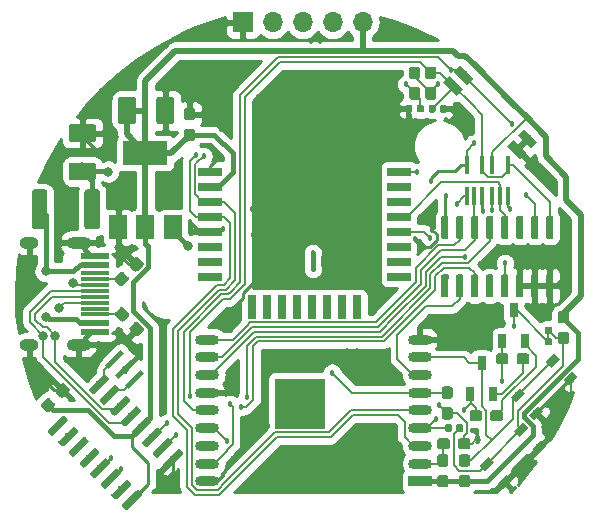
<source format=gbr>
G04 #@! TF.GenerationSoftware,KiCad,Pcbnew,(5.1.4-0-10_14)*
G04 #@! TF.CreationDate,2019-11-19T00:31:20+08:00*
G04 #@! TF.ProjectId,z2m_partner,7a326d5f-7061-4727-946e-65722e6b6963,rev?*
G04 #@! TF.SameCoordinates,Original*
G04 #@! TF.FileFunction,Copper,L1,Top*
G04 #@! TF.FilePolarity,Positive*
%FSLAX46Y46*%
G04 Gerber Fmt 4.6, Leading zero omitted, Abs format (unit mm)*
G04 Created by KiCad (PCBNEW (5.1.4-0-10_14)) date 2019-11-19 00:31:20*
%MOMM*%
%LPD*%
G04 APERTURE LIST*
%ADD10R,0.650000X1.220000*%
%ADD11R,4.300000X4.300000*%
%ADD12O,2.000000X0.900000*%
%ADD13R,2.000000X0.900000*%
%ADD14C,0.100000*%
%ADD15C,0.950000*%
%ADD16C,1.500000*%
%ADD17C,1.300000*%
%ADD18O,1.700000X1.700000*%
%ADD19R,1.700000X1.700000*%
%ADD20C,0.760000*%
%ADD21C,0.650000*%
%ADD22C,0.600000*%
%ADD23R,2.000000X0.700000*%
%ADD24R,0.700000X2.000000*%
%ADD25R,0.400000X1.500000*%
%ADD26R,1.500000X2.000000*%
%ADD27R,3.800000X2.000000*%
%ADD28R,2.450000X0.600000*%
%ADD29R,2.450000X0.300000*%
%ADD30O,2.100000X1.000000*%
%ADD31O,1.600000X1.000000*%
%ADD32C,0.400000*%
%ADD33C,0.590000*%
%ADD34C,0.457200*%
%ADD35C,0.800000*%
%ADD36C,0.203200*%
%ADD37C,0.381000*%
%ADD38C,0.250000*%
%ADD39C,0.508000*%
%ADD40C,0.254000*%
G04 APERTURE END LIST*
D10*
X199650000Y-108720000D03*
X200600000Y-111340000D03*
X198700000Y-111340000D03*
D11*
X184317000Y-112165000D03*
D12*
X176437000Y-118745000D03*
X176437000Y-117245000D03*
X176437000Y-115745000D03*
X176437000Y-114245000D03*
X176437000Y-112745000D03*
X176437000Y-111245000D03*
X176437000Y-109745000D03*
X176437000Y-108245000D03*
X194437000Y-108245000D03*
X194437000Y-109745000D03*
X194437000Y-111245000D03*
X194437000Y-112745000D03*
X194437000Y-114245000D03*
X194437000Y-115745000D03*
X194437000Y-117245000D03*
D13*
X194437000Y-118745000D03*
D12*
X194437000Y-106745000D03*
X176437000Y-106745000D03*
D14*
G36*
X164237352Y-110443695D02*
G01*
X164260407Y-110447114D01*
X164283016Y-110452778D01*
X164304960Y-110460630D01*
X164326030Y-110470595D01*
X164346021Y-110482577D01*
X164364741Y-110496461D01*
X164382011Y-110512113D01*
X164717887Y-110847989D01*
X164733539Y-110865259D01*
X164747423Y-110883979D01*
X164759405Y-110903970D01*
X164769370Y-110925040D01*
X164777222Y-110946984D01*
X164782886Y-110969593D01*
X164786305Y-110992648D01*
X164787449Y-111015927D01*
X164786305Y-111039206D01*
X164782886Y-111062261D01*
X164777222Y-111084870D01*
X164769370Y-111106814D01*
X164759405Y-111127884D01*
X164747423Y-111147875D01*
X164733539Y-111166595D01*
X164717887Y-111183865D01*
X164311301Y-111590451D01*
X164294031Y-111606103D01*
X164275311Y-111619987D01*
X164255320Y-111631969D01*
X164234250Y-111641934D01*
X164212306Y-111649786D01*
X164189697Y-111655450D01*
X164166642Y-111658869D01*
X164143363Y-111660013D01*
X164120084Y-111658869D01*
X164097029Y-111655450D01*
X164074420Y-111649786D01*
X164052476Y-111641934D01*
X164031406Y-111631969D01*
X164011415Y-111619987D01*
X163992695Y-111606103D01*
X163975425Y-111590451D01*
X163639549Y-111254575D01*
X163623897Y-111237305D01*
X163610013Y-111218585D01*
X163598031Y-111198594D01*
X163588066Y-111177524D01*
X163580214Y-111155580D01*
X163574550Y-111132971D01*
X163571131Y-111109916D01*
X163569987Y-111086637D01*
X163571131Y-111063358D01*
X163574550Y-111040303D01*
X163580214Y-111017694D01*
X163588066Y-110995750D01*
X163598031Y-110974680D01*
X163610013Y-110954689D01*
X163623897Y-110935969D01*
X163639549Y-110918699D01*
X164046135Y-110512113D01*
X164063405Y-110496461D01*
X164082125Y-110482577D01*
X164102116Y-110470595D01*
X164123186Y-110460630D01*
X164145130Y-110452778D01*
X164167739Y-110447114D01*
X164190794Y-110443695D01*
X164214073Y-110442551D01*
X164237352Y-110443695D01*
X164237352Y-110443695D01*
G37*
D15*
X164178718Y-111051282D03*
D14*
G36*
X162999916Y-111681131D02*
G01*
X163022971Y-111684550D01*
X163045580Y-111690214D01*
X163067524Y-111698066D01*
X163088594Y-111708031D01*
X163108585Y-111720013D01*
X163127305Y-111733897D01*
X163144575Y-111749549D01*
X163480451Y-112085425D01*
X163496103Y-112102695D01*
X163509987Y-112121415D01*
X163521969Y-112141406D01*
X163531934Y-112162476D01*
X163539786Y-112184420D01*
X163545450Y-112207029D01*
X163548869Y-112230084D01*
X163550013Y-112253363D01*
X163548869Y-112276642D01*
X163545450Y-112299697D01*
X163539786Y-112322306D01*
X163531934Y-112344250D01*
X163521969Y-112365320D01*
X163509987Y-112385311D01*
X163496103Y-112404031D01*
X163480451Y-112421301D01*
X163073865Y-112827887D01*
X163056595Y-112843539D01*
X163037875Y-112857423D01*
X163017884Y-112869405D01*
X162996814Y-112879370D01*
X162974870Y-112887222D01*
X162952261Y-112892886D01*
X162929206Y-112896305D01*
X162905927Y-112897449D01*
X162882648Y-112896305D01*
X162859593Y-112892886D01*
X162836984Y-112887222D01*
X162815040Y-112879370D01*
X162793970Y-112869405D01*
X162773979Y-112857423D01*
X162755259Y-112843539D01*
X162737989Y-112827887D01*
X162402113Y-112492011D01*
X162386461Y-112474741D01*
X162372577Y-112456021D01*
X162360595Y-112436030D01*
X162350630Y-112414960D01*
X162342778Y-112393016D01*
X162337114Y-112370407D01*
X162333695Y-112347352D01*
X162332551Y-112324073D01*
X162333695Y-112300794D01*
X162337114Y-112277739D01*
X162342778Y-112255130D01*
X162350630Y-112233186D01*
X162360595Y-112212116D01*
X162372577Y-112192125D01*
X162386461Y-112173405D01*
X162402113Y-112156135D01*
X162808699Y-111749549D01*
X162825969Y-111733897D01*
X162844689Y-111720013D01*
X162864680Y-111708031D01*
X162885750Y-111698066D01*
X162907694Y-111690214D01*
X162930303Y-111684550D01*
X162953358Y-111681131D01*
X162976637Y-111679987D01*
X162999916Y-111681131D01*
X162999916Y-111681131D01*
G37*
D15*
X162941282Y-112288718D03*
D14*
G36*
X198490779Y-115106144D02*
G01*
X198513834Y-115109563D01*
X198536443Y-115115227D01*
X198558387Y-115123079D01*
X198579457Y-115133044D01*
X198599448Y-115145026D01*
X198618168Y-115158910D01*
X198635438Y-115174562D01*
X198651090Y-115191832D01*
X198664974Y-115210552D01*
X198676956Y-115230543D01*
X198686921Y-115251613D01*
X198694773Y-115273557D01*
X198700437Y-115296166D01*
X198703856Y-115319221D01*
X198705000Y-115342500D01*
X198705000Y-115817500D01*
X198703856Y-115840779D01*
X198700437Y-115863834D01*
X198694773Y-115886443D01*
X198686921Y-115908387D01*
X198676956Y-115929457D01*
X198664974Y-115949448D01*
X198651090Y-115968168D01*
X198635438Y-115985438D01*
X198618168Y-116001090D01*
X198599448Y-116014974D01*
X198579457Y-116026956D01*
X198558387Y-116036921D01*
X198536443Y-116044773D01*
X198513834Y-116050437D01*
X198490779Y-116053856D01*
X198467500Y-116055000D01*
X197892500Y-116055000D01*
X197869221Y-116053856D01*
X197846166Y-116050437D01*
X197823557Y-116044773D01*
X197801613Y-116036921D01*
X197780543Y-116026956D01*
X197760552Y-116014974D01*
X197741832Y-116001090D01*
X197724562Y-115985438D01*
X197708910Y-115968168D01*
X197695026Y-115949448D01*
X197683044Y-115929457D01*
X197673079Y-115908387D01*
X197665227Y-115886443D01*
X197659563Y-115863834D01*
X197656144Y-115840779D01*
X197655000Y-115817500D01*
X197655000Y-115342500D01*
X197656144Y-115319221D01*
X197659563Y-115296166D01*
X197665227Y-115273557D01*
X197673079Y-115251613D01*
X197683044Y-115230543D01*
X197695026Y-115210552D01*
X197708910Y-115191832D01*
X197724562Y-115174562D01*
X197741832Y-115158910D01*
X197760552Y-115145026D01*
X197780543Y-115133044D01*
X197801613Y-115123079D01*
X197823557Y-115115227D01*
X197846166Y-115109563D01*
X197869221Y-115106144D01*
X197892500Y-115105000D01*
X198467500Y-115105000D01*
X198490779Y-115106144D01*
X198490779Y-115106144D01*
G37*
D15*
X198180000Y-115580000D03*
D14*
G36*
X196740779Y-115106144D02*
G01*
X196763834Y-115109563D01*
X196786443Y-115115227D01*
X196808387Y-115123079D01*
X196829457Y-115133044D01*
X196849448Y-115145026D01*
X196868168Y-115158910D01*
X196885438Y-115174562D01*
X196901090Y-115191832D01*
X196914974Y-115210552D01*
X196926956Y-115230543D01*
X196936921Y-115251613D01*
X196944773Y-115273557D01*
X196950437Y-115296166D01*
X196953856Y-115319221D01*
X196955000Y-115342500D01*
X196955000Y-115817500D01*
X196953856Y-115840779D01*
X196950437Y-115863834D01*
X196944773Y-115886443D01*
X196936921Y-115908387D01*
X196926956Y-115929457D01*
X196914974Y-115949448D01*
X196901090Y-115968168D01*
X196885438Y-115985438D01*
X196868168Y-116001090D01*
X196849448Y-116014974D01*
X196829457Y-116026956D01*
X196808387Y-116036921D01*
X196786443Y-116044773D01*
X196763834Y-116050437D01*
X196740779Y-116053856D01*
X196717500Y-116055000D01*
X196142500Y-116055000D01*
X196119221Y-116053856D01*
X196096166Y-116050437D01*
X196073557Y-116044773D01*
X196051613Y-116036921D01*
X196030543Y-116026956D01*
X196010552Y-116014974D01*
X195991832Y-116001090D01*
X195974562Y-115985438D01*
X195958910Y-115968168D01*
X195945026Y-115949448D01*
X195933044Y-115929457D01*
X195923079Y-115908387D01*
X195915227Y-115886443D01*
X195909563Y-115863834D01*
X195906144Y-115840779D01*
X195905000Y-115817500D01*
X195905000Y-115342500D01*
X195906144Y-115319221D01*
X195909563Y-115296166D01*
X195915227Y-115273557D01*
X195923079Y-115251613D01*
X195933044Y-115230543D01*
X195945026Y-115210552D01*
X195958910Y-115191832D01*
X195974562Y-115174562D01*
X195991832Y-115158910D01*
X196010552Y-115145026D01*
X196030543Y-115133044D01*
X196051613Y-115123079D01*
X196073557Y-115115227D01*
X196096166Y-115109563D01*
X196119221Y-115106144D01*
X196142500Y-115105000D01*
X196717500Y-115105000D01*
X196740779Y-115106144D01*
X196740779Y-115106144D01*
G37*
D15*
X196430000Y-115580000D03*
D14*
G36*
X166809504Y-88516204D02*
G01*
X166833773Y-88519804D01*
X166857571Y-88525765D01*
X166880671Y-88534030D01*
X166902849Y-88544520D01*
X166923893Y-88557133D01*
X166943598Y-88571747D01*
X166961777Y-88588223D01*
X166978253Y-88606402D01*
X166992867Y-88626107D01*
X167005480Y-88647151D01*
X167015970Y-88669329D01*
X167024235Y-88692429D01*
X167030196Y-88716227D01*
X167033796Y-88740496D01*
X167035000Y-88765000D01*
X167035000Y-89765000D01*
X167033796Y-89789504D01*
X167030196Y-89813773D01*
X167024235Y-89837571D01*
X167015970Y-89860671D01*
X167005480Y-89882849D01*
X166992867Y-89903893D01*
X166978253Y-89923598D01*
X166961777Y-89941777D01*
X166943598Y-89958253D01*
X166923893Y-89972867D01*
X166902849Y-89985480D01*
X166880671Y-89995970D01*
X166857571Y-90004235D01*
X166833773Y-90010196D01*
X166809504Y-90013796D01*
X166785000Y-90015000D01*
X164935000Y-90015000D01*
X164910496Y-90013796D01*
X164886227Y-90010196D01*
X164862429Y-90004235D01*
X164839329Y-89995970D01*
X164817151Y-89985480D01*
X164796107Y-89972867D01*
X164776402Y-89958253D01*
X164758223Y-89941777D01*
X164741747Y-89923598D01*
X164727133Y-89903893D01*
X164714520Y-89882849D01*
X164704030Y-89860671D01*
X164695765Y-89837571D01*
X164689804Y-89813773D01*
X164686204Y-89789504D01*
X164685000Y-89765000D01*
X164685000Y-88765000D01*
X164686204Y-88740496D01*
X164689804Y-88716227D01*
X164695765Y-88692429D01*
X164704030Y-88669329D01*
X164714520Y-88647151D01*
X164727133Y-88626107D01*
X164741747Y-88606402D01*
X164758223Y-88588223D01*
X164776402Y-88571747D01*
X164796107Y-88557133D01*
X164817151Y-88544520D01*
X164839329Y-88534030D01*
X164862429Y-88525765D01*
X164886227Y-88519804D01*
X164910496Y-88516204D01*
X164935000Y-88515000D01*
X166785000Y-88515000D01*
X166809504Y-88516204D01*
X166809504Y-88516204D01*
G37*
D16*
X165860000Y-89265000D03*
D14*
G36*
X166809504Y-91766204D02*
G01*
X166833773Y-91769804D01*
X166857571Y-91775765D01*
X166880671Y-91784030D01*
X166902849Y-91794520D01*
X166923893Y-91807133D01*
X166943598Y-91821747D01*
X166961777Y-91838223D01*
X166978253Y-91856402D01*
X166992867Y-91876107D01*
X167005480Y-91897151D01*
X167015970Y-91919329D01*
X167024235Y-91942429D01*
X167030196Y-91966227D01*
X167033796Y-91990496D01*
X167035000Y-92015000D01*
X167035000Y-93015000D01*
X167033796Y-93039504D01*
X167030196Y-93063773D01*
X167024235Y-93087571D01*
X167015970Y-93110671D01*
X167005480Y-93132849D01*
X166992867Y-93153893D01*
X166978253Y-93173598D01*
X166961777Y-93191777D01*
X166943598Y-93208253D01*
X166923893Y-93222867D01*
X166902849Y-93235480D01*
X166880671Y-93245970D01*
X166857571Y-93254235D01*
X166833773Y-93260196D01*
X166809504Y-93263796D01*
X166785000Y-93265000D01*
X164935000Y-93265000D01*
X164910496Y-93263796D01*
X164886227Y-93260196D01*
X164862429Y-93254235D01*
X164839329Y-93245970D01*
X164817151Y-93235480D01*
X164796107Y-93222867D01*
X164776402Y-93208253D01*
X164758223Y-93191777D01*
X164741747Y-93173598D01*
X164727133Y-93153893D01*
X164714520Y-93132849D01*
X164704030Y-93110671D01*
X164695765Y-93087571D01*
X164689804Y-93063773D01*
X164686204Y-93039504D01*
X164685000Y-93015000D01*
X164685000Y-92015000D01*
X164686204Y-91990496D01*
X164689804Y-91966227D01*
X164695765Y-91942429D01*
X164704030Y-91919329D01*
X164714520Y-91897151D01*
X164727133Y-91876107D01*
X164741747Y-91856402D01*
X164758223Y-91838223D01*
X164776402Y-91821747D01*
X164796107Y-91807133D01*
X164817151Y-91794520D01*
X164839329Y-91784030D01*
X164862429Y-91775765D01*
X164886227Y-91769804D01*
X164910496Y-91766204D01*
X164935000Y-91765000D01*
X166785000Y-91765000D01*
X166809504Y-91766204D01*
X166809504Y-91766204D01*
G37*
D16*
X165860000Y-92515000D03*
D14*
G36*
X173399504Y-86186204D02*
G01*
X173423773Y-86189804D01*
X173447571Y-86195765D01*
X173470671Y-86204030D01*
X173492849Y-86214520D01*
X173513893Y-86227133D01*
X173533598Y-86241747D01*
X173551777Y-86258223D01*
X173568253Y-86276402D01*
X173582867Y-86296107D01*
X173595480Y-86317151D01*
X173605970Y-86339329D01*
X173614235Y-86362429D01*
X173620196Y-86386227D01*
X173623796Y-86410496D01*
X173625000Y-86435000D01*
X173625000Y-88285000D01*
X173623796Y-88309504D01*
X173620196Y-88333773D01*
X173614235Y-88357571D01*
X173605970Y-88380671D01*
X173595480Y-88402849D01*
X173582867Y-88423893D01*
X173568253Y-88443598D01*
X173551777Y-88461777D01*
X173533598Y-88478253D01*
X173513893Y-88492867D01*
X173492849Y-88505480D01*
X173470671Y-88515970D01*
X173447571Y-88524235D01*
X173423773Y-88530196D01*
X173399504Y-88533796D01*
X173375000Y-88535000D01*
X172375000Y-88535000D01*
X172350496Y-88533796D01*
X172326227Y-88530196D01*
X172302429Y-88524235D01*
X172279329Y-88515970D01*
X172257151Y-88505480D01*
X172236107Y-88492867D01*
X172216402Y-88478253D01*
X172198223Y-88461777D01*
X172181747Y-88443598D01*
X172167133Y-88423893D01*
X172154520Y-88402849D01*
X172144030Y-88380671D01*
X172135765Y-88357571D01*
X172129804Y-88333773D01*
X172126204Y-88309504D01*
X172125000Y-88285000D01*
X172125000Y-86435000D01*
X172126204Y-86410496D01*
X172129804Y-86386227D01*
X172135765Y-86362429D01*
X172144030Y-86339329D01*
X172154520Y-86317151D01*
X172167133Y-86296107D01*
X172181747Y-86276402D01*
X172198223Y-86258223D01*
X172216402Y-86241747D01*
X172236107Y-86227133D01*
X172257151Y-86214520D01*
X172279329Y-86204030D01*
X172302429Y-86195765D01*
X172326227Y-86189804D01*
X172350496Y-86186204D01*
X172375000Y-86185000D01*
X173375000Y-86185000D01*
X173399504Y-86186204D01*
X173399504Y-86186204D01*
G37*
D16*
X172875000Y-87360000D03*
D14*
G36*
X170149504Y-86186204D02*
G01*
X170173773Y-86189804D01*
X170197571Y-86195765D01*
X170220671Y-86204030D01*
X170242849Y-86214520D01*
X170263893Y-86227133D01*
X170283598Y-86241747D01*
X170301777Y-86258223D01*
X170318253Y-86276402D01*
X170332867Y-86296107D01*
X170345480Y-86317151D01*
X170355970Y-86339329D01*
X170364235Y-86362429D01*
X170370196Y-86386227D01*
X170373796Y-86410496D01*
X170375000Y-86435000D01*
X170375000Y-88285000D01*
X170373796Y-88309504D01*
X170370196Y-88333773D01*
X170364235Y-88357571D01*
X170355970Y-88380671D01*
X170345480Y-88402849D01*
X170332867Y-88423893D01*
X170318253Y-88443598D01*
X170301777Y-88461777D01*
X170283598Y-88478253D01*
X170263893Y-88492867D01*
X170242849Y-88505480D01*
X170220671Y-88515970D01*
X170197571Y-88524235D01*
X170173773Y-88530196D01*
X170149504Y-88533796D01*
X170125000Y-88535000D01*
X169125000Y-88535000D01*
X169100496Y-88533796D01*
X169076227Y-88530196D01*
X169052429Y-88524235D01*
X169029329Y-88515970D01*
X169007151Y-88505480D01*
X168986107Y-88492867D01*
X168966402Y-88478253D01*
X168948223Y-88461777D01*
X168931747Y-88443598D01*
X168917133Y-88423893D01*
X168904520Y-88402849D01*
X168894030Y-88380671D01*
X168885765Y-88357571D01*
X168879804Y-88333773D01*
X168876204Y-88309504D01*
X168875000Y-88285000D01*
X168875000Y-86435000D01*
X168876204Y-86410496D01*
X168879804Y-86386227D01*
X168885765Y-86362429D01*
X168894030Y-86339329D01*
X168904520Y-86317151D01*
X168917133Y-86296107D01*
X168931747Y-86276402D01*
X168948223Y-86258223D01*
X168966402Y-86241747D01*
X168986107Y-86227133D01*
X169007151Y-86214520D01*
X169029329Y-86204030D01*
X169052429Y-86195765D01*
X169076227Y-86189804D01*
X169100496Y-86186204D01*
X169125000Y-86185000D01*
X170125000Y-86185000D01*
X170149504Y-86186204D01*
X170149504Y-86186204D01*
G37*
D16*
X169625000Y-87360000D03*
D14*
G36*
X175200779Y-87131144D02*
G01*
X175223834Y-87134563D01*
X175246443Y-87140227D01*
X175268387Y-87148079D01*
X175289457Y-87158044D01*
X175309448Y-87170026D01*
X175328168Y-87183910D01*
X175345438Y-87199562D01*
X175361090Y-87216832D01*
X175374974Y-87235552D01*
X175386956Y-87255543D01*
X175396921Y-87276613D01*
X175404773Y-87298557D01*
X175410437Y-87321166D01*
X175413856Y-87344221D01*
X175415000Y-87367500D01*
X175415000Y-87942500D01*
X175413856Y-87965779D01*
X175410437Y-87988834D01*
X175404773Y-88011443D01*
X175396921Y-88033387D01*
X175386956Y-88054457D01*
X175374974Y-88074448D01*
X175361090Y-88093168D01*
X175345438Y-88110438D01*
X175328168Y-88126090D01*
X175309448Y-88139974D01*
X175289457Y-88151956D01*
X175268387Y-88161921D01*
X175246443Y-88169773D01*
X175223834Y-88175437D01*
X175200779Y-88178856D01*
X175177500Y-88180000D01*
X174702500Y-88180000D01*
X174679221Y-88178856D01*
X174656166Y-88175437D01*
X174633557Y-88169773D01*
X174611613Y-88161921D01*
X174590543Y-88151956D01*
X174570552Y-88139974D01*
X174551832Y-88126090D01*
X174534562Y-88110438D01*
X174518910Y-88093168D01*
X174505026Y-88074448D01*
X174493044Y-88054457D01*
X174483079Y-88033387D01*
X174475227Y-88011443D01*
X174469563Y-87988834D01*
X174466144Y-87965779D01*
X174465000Y-87942500D01*
X174465000Y-87367500D01*
X174466144Y-87344221D01*
X174469563Y-87321166D01*
X174475227Y-87298557D01*
X174483079Y-87276613D01*
X174493044Y-87255543D01*
X174505026Y-87235552D01*
X174518910Y-87216832D01*
X174534562Y-87199562D01*
X174551832Y-87183910D01*
X174570552Y-87170026D01*
X174590543Y-87158044D01*
X174611613Y-87148079D01*
X174633557Y-87140227D01*
X174656166Y-87134563D01*
X174679221Y-87131144D01*
X174702500Y-87130000D01*
X175177500Y-87130000D01*
X175200779Y-87131144D01*
X175200779Y-87131144D01*
G37*
D15*
X174940000Y-87655000D03*
D14*
G36*
X175200779Y-88881144D02*
G01*
X175223834Y-88884563D01*
X175246443Y-88890227D01*
X175268387Y-88898079D01*
X175289457Y-88908044D01*
X175309448Y-88920026D01*
X175328168Y-88933910D01*
X175345438Y-88949562D01*
X175361090Y-88966832D01*
X175374974Y-88985552D01*
X175386956Y-89005543D01*
X175396921Y-89026613D01*
X175404773Y-89048557D01*
X175410437Y-89071166D01*
X175413856Y-89094221D01*
X175415000Y-89117500D01*
X175415000Y-89692500D01*
X175413856Y-89715779D01*
X175410437Y-89738834D01*
X175404773Y-89761443D01*
X175396921Y-89783387D01*
X175386956Y-89804457D01*
X175374974Y-89824448D01*
X175361090Y-89843168D01*
X175345438Y-89860438D01*
X175328168Y-89876090D01*
X175309448Y-89889974D01*
X175289457Y-89901956D01*
X175268387Y-89911921D01*
X175246443Y-89919773D01*
X175223834Y-89925437D01*
X175200779Y-89928856D01*
X175177500Y-89930000D01*
X174702500Y-89930000D01*
X174679221Y-89928856D01*
X174656166Y-89925437D01*
X174633557Y-89919773D01*
X174611613Y-89911921D01*
X174590543Y-89901956D01*
X174570552Y-89889974D01*
X174551832Y-89876090D01*
X174534562Y-89860438D01*
X174518910Y-89843168D01*
X174505026Y-89824448D01*
X174493044Y-89804457D01*
X174483079Y-89783387D01*
X174475227Y-89761443D01*
X174469563Y-89738834D01*
X174466144Y-89715779D01*
X174465000Y-89692500D01*
X174465000Y-89117500D01*
X174466144Y-89094221D01*
X174469563Y-89071166D01*
X174475227Y-89048557D01*
X174483079Y-89026613D01*
X174493044Y-89005543D01*
X174505026Y-88985552D01*
X174518910Y-88966832D01*
X174534562Y-88949562D01*
X174551832Y-88933910D01*
X174570552Y-88920026D01*
X174590543Y-88908044D01*
X174611613Y-88898079D01*
X174633557Y-88890227D01*
X174656166Y-88884563D01*
X174679221Y-88881144D01*
X174702500Y-88880000D01*
X175177500Y-88880000D01*
X175200779Y-88881144D01*
X175200779Y-88881144D01*
G37*
D15*
X174940000Y-89405000D03*
D14*
G36*
X162659504Y-94031204D02*
G01*
X162683773Y-94034804D01*
X162707571Y-94040765D01*
X162730671Y-94049030D01*
X162752849Y-94059520D01*
X162773893Y-94072133D01*
X162793598Y-94086747D01*
X162811777Y-94103223D01*
X162828253Y-94121402D01*
X162842867Y-94141107D01*
X162855480Y-94162151D01*
X162865970Y-94184329D01*
X162874235Y-94207429D01*
X162880196Y-94231227D01*
X162883796Y-94255496D01*
X162885000Y-94280000D01*
X162885000Y-97180000D01*
X162883796Y-97204504D01*
X162880196Y-97228773D01*
X162874235Y-97252571D01*
X162865970Y-97275671D01*
X162855480Y-97297849D01*
X162842867Y-97318893D01*
X162828253Y-97338598D01*
X162811777Y-97356777D01*
X162793598Y-97373253D01*
X162773893Y-97387867D01*
X162752849Y-97400480D01*
X162730671Y-97410970D01*
X162707571Y-97419235D01*
X162683773Y-97425196D01*
X162659504Y-97428796D01*
X162635000Y-97430000D01*
X161835000Y-97430000D01*
X161810496Y-97428796D01*
X161786227Y-97425196D01*
X161762429Y-97419235D01*
X161739329Y-97410970D01*
X161717151Y-97400480D01*
X161696107Y-97387867D01*
X161676402Y-97373253D01*
X161658223Y-97356777D01*
X161641747Y-97338598D01*
X161627133Y-97318893D01*
X161614520Y-97297849D01*
X161604030Y-97275671D01*
X161595765Y-97252571D01*
X161589804Y-97228773D01*
X161586204Y-97204504D01*
X161585000Y-97180000D01*
X161585000Y-94280000D01*
X161586204Y-94255496D01*
X161589804Y-94231227D01*
X161595765Y-94207429D01*
X161604030Y-94184329D01*
X161614520Y-94162151D01*
X161627133Y-94141107D01*
X161641747Y-94121402D01*
X161658223Y-94103223D01*
X161676402Y-94086747D01*
X161696107Y-94072133D01*
X161717151Y-94059520D01*
X161739329Y-94049030D01*
X161762429Y-94040765D01*
X161786227Y-94034804D01*
X161810496Y-94031204D01*
X161835000Y-94030000D01*
X162635000Y-94030000D01*
X162659504Y-94031204D01*
X162659504Y-94031204D01*
G37*
D17*
X162235000Y-95730000D03*
D14*
G36*
X167109504Y-94031204D02*
G01*
X167133773Y-94034804D01*
X167157571Y-94040765D01*
X167180671Y-94049030D01*
X167202849Y-94059520D01*
X167223893Y-94072133D01*
X167243598Y-94086747D01*
X167261777Y-94103223D01*
X167278253Y-94121402D01*
X167292867Y-94141107D01*
X167305480Y-94162151D01*
X167315970Y-94184329D01*
X167324235Y-94207429D01*
X167330196Y-94231227D01*
X167333796Y-94255496D01*
X167335000Y-94280000D01*
X167335000Y-97180000D01*
X167333796Y-97204504D01*
X167330196Y-97228773D01*
X167324235Y-97252571D01*
X167315970Y-97275671D01*
X167305480Y-97297849D01*
X167292867Y-97318893D01*
X167278253Y-97338598D01*
X167261777Y-97356777D01*
X167243598Y-97373253D01*
X167223893Y-97387867D01*
X167202849Y-97400480D01*
X167180671Y-97410970D01*
X167157571Y-97419235D01*
X167133773Y-97425196D01*
X167109504Y-97428796D01*
X167085000Y-97430000D01*
X166285000Y-97430000D01*
X166260496Y-97428796D01*
X166236227Y-97425196D01*
X166212429Y-97419235D01*
X166189329Y-97410970D01*
X166167151Y-97400480D01*
X166146107Y-97387867D01*
X166126402Y-97373253D01*
X166108223Y-97356777D01*
X166091747Y-97338598D01*
X166077133Y-97318893D01*
X166064520Y-97297849D01*
X166054030Y-97275671D01*
X166045765Y-97252571D01*
X166039804Y-97228773D01*
X166036204Y-97204504D01*
X166035000Y-97180000D01*
X166035000Y-94280000D01*
X166036204Y-94255496D01*
X166039804Y-94231227D01*
X166045765Y-94207429D01*
X166054030Y-94184329D01*
X166064520Y-94162151D01*
X166077133Y-94141107D01*
X166091747Y-94121402D01*
X166108223Y-94103223D01*
X166126402Y-94086747D01*
X166146107Y-94072133D01*
X166167151Y-94059520D01*
X166189329Y-94049030D01*
X166212429Y-94040765D01*
X166236227Y-94034804D01*
X166260496Y-94031204D01*
X166285000Y-94030000D01*
X167085000Y-94030000D01*
X167109504Y-94031204D01*
X167109504Y-94031204D01*
G37*
D17*
X166685000Y-95730000D03*
D18*
X189610000Y-79900000D03*
X187070000Y-79900000D03*
X184530000Y-79900000D03*
X181990000Y-79900000D03*
D19*
X179450000Y-79900000D03*
D14*
G36*
X195620779Y-83641144D02*
G01*
X195643834Y-83644563D01*
X195666443Y-83650227D01*
X195688387Y-83658079D01*
X195709457Y-83668044D01*
X195729448Y-83680026D01*
X195748168Y-83693910D01*
X195765438Y-83709562D01*
X195781090Y-83726832D01*
X195794974Y-83745552D01*
X195806956Y-83765543D01*
X195816921Y-83786613D01*
X195824773Y-83808557D01*
X195830437Y-83831166D01*
X195833856Y-83854221D01*
X195835000Y-83877500D01*
X195835000Y-84452500D01*
X195833856Y-84475779D01*
X195830437Y-84498834D01*
X195824773Y-84521443D01*
X195816921Y-84543387D01*
X195806956Y-84564457D01*
X195794974Y-84584448D01*
X195781090Y-84603168D01*
X195765438Y-84620438D01*
X195748168Y-84636090D01*
X195729448Y-84649974D01*
X195709457Y-84661956D01*
X195688387Y-84671921D01*
X195666443Y-84679773D01*
X195643834Y-84685437D01*
X195620779Y-84688856D01*
X195597500Y-84690000D01*
X195122500Y-84690000D01*
X195099221Y-84688856D01*
X195076166Y-84685437D01*
X195053557Y-84679773D01*
X195031613Y-84671921D01*
X195010543Y-84661956D01*
X194990552Y-84649974D01*
X194971832Y-84636090D01*
X194954562Y-84620438D01*
X194938910Y-84603168D01*
X194925026Y-84584448D01*
X194913044Y-84564457D01*
X194903079Y-84543387D01*
X194895227Y-84521443D01*
X194889563Y-84498834D01*
X194886144Y-84475779D01*
X194885000Y-84452500D01*
X194885000Y-83877500D01*
X194886144Y-83854221D01*
X194889563Y-83831166D01*
X194895227Y-83808557D01*
X194903079Y-83786613D01*
X194913044Y-83765543D01*
X194925026Y-83745552D01*
X194938910Y-83726832D01*
X194954562Y-83709562D01*
X194971832Y-83693910D01*
X194990552Y-83680026D01*
X195010543Y-83668044D01*
X195031613Y-83658079D01*
X195053557Y-83650227D01*
X195076166Y-83644563D01*
X195099221Y-83641144D01*
X195122500Y-83640000D01*
X195597500Y-83640000D01*
X195620779Y-83641144D01*
X195620779Y-83641144D01*
G37*
D15*
X195360000Y-84165000D03*
D14*
G36*
X195620779Y-85391144D02*
G01*
X195643834Y-85394563D01*
X195666443Y-85400227D01*
X195688387Y-85408079D01*
X195709457Y-85418044D01*
X195729448Y-85430026D01*
X195748168Y-85443910D01*
X195765438Y-85459562D01*
X195781090Y-85476832D01*
X195794974Y-85495552D01*
X195806956Y-85515543D01*
X195816921Y-85536613D01*
X195824773Y-85558557D01*
X195830437Y-85581166D01*
X195833856Y-85604221D01*
X195835000Y-85627500D01*
X195835000Y-86202500D01*
X195833856Y-86225779D01*
X195830437Y-86248834D01*
X195824773Y-86271443D01*
X195816921Y-86293387D01*
X195806956Y-86314457D01*
X195794974Y-86334448D01*
X195781090Y-86353168D01*
X195765438Y-86370438D01*
X195748168Y-86386090D01*
X195729448Y-86399974D01*
X195709457Y-86411956D01*
X195688387Y-86421921D01*
X195666443Y-86429773D01*
X195643834Y-86435437D01*
X195620779Y-86438856D01*
X195597500Y-86440000D01*
X195122500Y-86440000D01*
X195099221Y-86438856D01*
X195076166Y-86435437D01*
X195053557Y-86429773D01*
X195031613Y-86421921D01*
X195010543Y-86411956D01*
X194990552Y-86399974D01*
X194971832Y-86386090D01*
X194954562Y-86370438D01*
X194938910Y-86353168D01*
X194925026Y-86334448D01*
X194913044Y-86314457D01*
X194903079Y-86293387D01*
X194895227Y-86271443D01*
X194889563Y-86248834D01*
X194886144Y-86225779D01*
X194885000Y-86202500D01*
X194885000Y-85627500D01*
X194886144Y-85604221D01*
X194889563Y-85581166D01*
X194895227Y-85558557D01*
X194903079Y-85536613D01*
X194913044Y-85515543D01*
X194925026Y-85495552D01*
X194938910Y-85476832D01*
X194954562Y-85459562D01*
X194971832Y-85443910D01*
X194990552Y-85430026D01*
X195010543Y-85418044D01*
X195031613Y-85408079D01*
X195053557Y-85400227D01*
X195076166Y-85394563D01*
X195099221Y-85391144D01*
X195122500Y-85390000D01*
X195597500Y-85390000D01*
X195620779Y-85391144D01*
X195620779Y-85391144D01*
G37*
D15*
X195360000Y-85915000D03*
D14*
G36*
X194250779Y-85391144D02*
G01*
X194273834Y-85394563D01*
X194296443Y-85400227D01*
X194318387Y-85408079D01*
X194339457Y-85418044D01*
X194359448Y-85430026D01*
X194378168Y-85443910D01*
X194395438Y-85459562D01*
X194411090Y-85476832D01*
X194424974Y-85495552D01*
X194436956Y-85515543D01*
X194446921Y-85536613D01*
X194454773Y-85558557D01*
X194460437Y-85581166D01*
X194463856Y-85604221D01*
X194465000Y-85627500D01*
X194465000Y-86202500D01*
X194463856Y-86225779D01*
X194460437Y-86248834D01*
X194454773Y-86271443D01*
X194446921Y-86293387D01*
X194436956Y-86314457D01*
X194424974Y-86334448D01*
X194411090Y-86353168D01*
X194395438Y-86370438D01*
X194378168Y-86386090D01*
X194359448Y-86399974D01*
X194339457Y-86411956D01*
X194318387Y-86421921D01*
X194296443Y-86429773D01*
X194273834Y-86435437D01*
X194250779Y-86438856D01*
X194227500Y-86440000D01*
X193752500Y-86440000D01*
X193729221Y-86438856D01*
X193706166Y-86435437D01*
X193683557Y-86429773D01*
X193661613Y-86421921D01*
X193640543Y-86411956D01*
X193620552Y-86399974D01*
X193601832Y-86386090D01*
X193584562Y-86370438D01*
X193568910Y-86353168D01*
X193555026Y-86334448D01*
X193543044Y-86314457D01*
X193533079Y-86293387D01*
X193525227Y-86271443D01*
X193519563Y-86248834D01*
X193516144Y-86225779D01*
X193515000Y-86202500D01*
X193515000Y-85627500D01*
X193516144Y-85604221D01*
X193519563Y-85581166D01*
X193525227Y-85558557D01*
X193533079Y-85536613D01*
X193543044Y-85515543D01*
X193555026Y-85495552D01*
X193568910Y-85476832D01*
X193584562Y-85459562D01*
X193601832Y-85443910D01*
X193620552Y-85430026D01*
X193640543Y-85418044D01*
X193661613Y-85408079D01*
X193683557Y-85400227D01*
X193706166Y-85394563D01*
X193729221Y-85391144D01*
X193752500Y-85390000D01*
X194227500Y-85390000D01*
X194250779Y-85391144D01*
X194250779Y-85391144D01*
G37*
D15*
X193990000Y-85915000D03*
D14*
G36*
X194250779Y-83641144D02*
G01*
X194273834Y-83644563D01*
X194296443Y-83650227D01*
X194318387Y-83658079D01*
X194339457Y-83668044D01*
X194359448Y-83680026D01*
X194378168Y-83693910D01*
X194395438Y-83709562D01*
X194411090Y-83726832D01*
X194424974Y-83745552D01*
X194436956Y-83765543D01*
X194446921Y-83786613D01*
X194454773Y-83808557D01*
X194460437Y-83831166D01*
X194463856Y-83854221D01*
X194465000Y-83877500D01*
X194465000Y-84452500D01*
X194463856Y-84475779D01*
X194460437Y-84498834D01*
X194454773Y-84521443D01*
X194446921Y-84543387D01*
X194436956Y-84564457D01*
X194424974Y-84584448D01*
X194411090Y-84603168D01*
X194395438Y-84620438D01*
X194378168Y-84636090D01*
X194359448Y-84649974D01*
X194339457Y-84661956D01*
X194318387Y-84671921D01*
X194296443Y-84679773D01*
X194273834Y-84685437D01*
X194250779Y-84688856D01*
X194227500Y-84690000D01*
X193752500Y-84690000D01*
X193729221Y-84688856D01*
X193706166Y-84685437D01*
X193683557Y-84679773D01*
X193661613Y-84671921D01*
X193640543Y-84661956D01*
X193620552Y-84649974D01*
X193601832Y-84636090D01*
X193584562Y-84620438D01*
X193568910Y-84603168D01*
X193555026Y-84584448D01*
X193543044Y-84564457D01*
X193533079Y-84543387D01*
X193525227Y-84521443D01*
X193519563Y-84498834D01*
X193516144Y-84475779D01*
X193515000Y-84452500D01*
X193515000Y-83877500D01*
X193516144Y-83854221D01*
X193519563Y-83831166D01*
X193525227Y-83808557D01*
X193533079Y-83786613D01*
X193543044Y-83765543D01*
X193555026Y-83745552D01*
X193568910Y-83726832D01*
X193584562Y-83709562D01*
X193601832Y-83693910D01*
X193620552Y-83680026D01*
X193640543Y-83668044D01*
X193661613Y-83658079D01*
X193683557Y-83650227D01*
X193706166Y-83644563D01*
X193729221Y-83641144D01*
X193752500Y-83640000D01*
X194227500Y-83640000D01*
X194250779Y-83641144D01*
X194250779Y-83641144D01*
G37*
D15*
X193990000Y-84165000D03*
D14*
G36*
X206840779Y-106081144D02*
G01*
X206863834Y-106084563D01*
X206886443Y-106090227D01*
X206908387Y-106098079D01*
X206929457Y-106108044D01*
X206949448Y-106120026D01*
X206968168Y-106133910D01*
X206985438Y-106149562D01*
X207001090Y-106166832D01*
X207014974Y-106185552D01*
X207026956Y-106205543D01*
X207036921Y-106226613D01*
X207044773Y-106248557D01*
X207050437Y-106271166D01*
X207053856Y-106294221D01*
X207055000Y-106317500D01*
X207055000Y-106892500D01*
X207053856Y-106915779D01*
X207050437Y-106938834D01*
X207044773Y-106961443D01*
X207036921Y-106983387D01*
X207026956Y-107004457D01*
X207014974Y-107024448D01*
X207001090Y-107043168D01*
X206985438Y-107060438D01*
X206968168Y-107076090D01*
X206949448Y-107089974D01*
X206929457Y-107101956D01*
X206908387Y-107111921D01*
X206886443Y-107119773D01*
X206863834Y-107125437D01*
X206840779Y-107128856D01*
X206817500Y-107130000D01*
X206342500Y-107130000D01*
X206319221Y-107128856D01*
X206296166Y-107125437D01*
X206273557Y-107119773D01*
X206251613Y-107111921D01*
X206230543Y-107101956D01*
X206210552Y-107089974D01*
X206191832Y-107076090D01*
X206174562Y-107060438D01*
X206158910Y-107043168D01*
X206145026Y-107024448D01*
X206133044Y-107004457D01*
X206123079Y-106983387D01*
X206115227Y-106961443D01*
X206109563Y-106938834D01*
X206106144Y-106915779D01*
X206105000Y-106892500D01*
X206105000Y-106317500D01*
X206106144Y-106294221D01*
X206109563Y-106271166D01*
X206115227Y-106248557D01*
X206123079Y-106226613D01*
X206133044Y-106205543D01*
X206145026Y-106185552D01*
X206158910Y-106166832D01*
X206174562Y-106149562D01*
X206191832Y-106133910D01*
X206210552Y-106120026D01*
X206230543Y-106108044D01*
X206251613Y-106098079D01*
X206273557Y-106090227D01*
X206296166Y-106084563D01*
X206319221Y-106081144D01*
X206342500Y-106080000D01*
X206817500Y-106080000D01*
X206840779Y-106081144D01*
X206840779Y-106081144D01*
G37*
D15*
X206580000Y-106605000D03*
D14*
G36*
X206840779Y-104331144D02*
G01*
X206863834Y-104334563D01*
X206886443Y-104340227D01*
X206908387Y-104348079D01*
X206929457Y-104358044D01*
X206949448Y-104370026D01*
X206968168Y-104383910D01*
X206985438Y-104399562D01*
X207001090Y-104416832D01*
X207014974Y-104435552D01*
X207026956Y-104455543D01*
X207036921Y-104476613D01*
X207044773Y-104498557D01*
X207050437Y-104521166D01*
X207053856Y-104544221D01*
X207055000Y-104567500D01*
X207055000Y-105142500D01*
X207053856Y-105165779D01*
X207050437Y-105188834D01*
X207044773Y-105211443D01*
X207036921Y-105233387D01*
X207026956Y-105254457D01*
X207014974Y-105274448D01*
X207001090Y-105293168D01*
X206985438Y-105310438D01*
X206968168Y-105326090D01*
X206949448Y-105339974D01*
X206929457Y-105351956D01*
X206908387Y-105361921D01*
X206886443Y-105369773D01*
X206863834Y-105375437D01*
X206840779Y-105378856D01*
X206817500Y-105380000D01*
X206342500Y-105380000D01*
X206319221Y-105378856D01*
X206296166Y-105375437D01*
X206273557Y-105369773D01*
X206251613Y-105361921D01*
X206230543Y-105351956D01*
X206210552Y-105339974D01*
X206191832Y-105326090D01*
X206174562Y-105310438D01*
X206158910Y-105293168D01*
X206145026Y-105274448D01*
X206133044Y-105254457D01*
X206123079Y-105233387D01*
X206115227Y-105211443D01*
X206109563Y-105188834D01*
X206106144Y-105165779D01*
X206105000Y-105142500D01*
X206105000Y-104567500D01*
X206106144Y-104544221D01*
X206109563Y-104521166D01*
X206115227Y-104498557D01*
X206123079Y-104476613D01*
X206133044Y-104455543D01*
X206145026Y-104435552D01*
X206158910Y-104416832D01*
X206174562Y-104399562D01*
X206191832Y-104383910D01*
X206210552Y-104370026D01*
X206230543Y-104358044D01*
X206251613Y-104348079D01*
X206273557Y-104340227D01*
X206296166Y-104334563D01*
X206319221Y-104331144D01*
X206342500Y-104330000D01*
X206817500Y-104330000D01*
X206840779Y-104331144D01*
X206840779Y-104331144D01*
G37*
D15*
X206580000Y-104855000D03*
D14*
G36*
X196640779Y-116466144D02*
G01*
X196663834Y-116469563D01*
X196686443Y-116475227D01*
X196708387Y-116483079D01*
X196729457Y-116493044D01*
X196749448Y-116505026D01*
X196768168Y-116518910D01*
X196785438Y-116534562D01*
X196801090Y-116551832D01*
X196814974Y-116570552D01*
X196826956Y-116590543D01*
X196836921Y-116611613D01*
X196844773Y-116633557D01*
X196850437Y-116656166D01*
X196853856Y-116679221D01*
X196855000Y-116702500D01*
X196855000Y-117277500D01*
X196853856Y-117300779D01*
X196850437Y-117323834D01*
X196844773Y-117346443D01*
X196836921Y-117368387D01*
X196826956Y-117389457D01*
X196814974Y-117409448D01*
X196801090Y-117428168D01*
X196785438Y-117445438D01*
X196768168Y-117461090D01*
X196749448Y-117474974D01*
X196729457Y-117486956D01*
X196708387Y-117496921D01*
X196686443Y-117504773D01*
X196663834Y-117510437D01*
X196640779Y-117513856D01*
X196617500Y-117515000D01*
X196142500Y-117515000D01*
X196119221Y-117513856D01*
X196096166Y-117510437D01*
X196073557Y-117504773D01*
X196051613Y-117496921D01*
X196030543Y-117486956D01*
X196010552Y-117474974D01*
X195991832Y-117461090D01*
X195974562Y-117445438D01*
X195958910Y-117428168D01*
X195945026Y-117409448D01*
X195933044Y-117389457D01*
X195923079Y-117368387D01*
X195915227Y-117346443D01*
X195909563Y-117323834D01*
X195906144Y-117300779D01*
X195905000Y-117277500D01*
X195905000Y-116702500D01*
X195906144Y-116679221D01*
X195909563Y-116656166D01*
X195915227Y-116633557D01*
X195923079Y-116611613D01*
X195933044Y-116590543D01*
X195945026Y-116570552D01*
X195958910Y-116551832D01*
X195974562Y-116534562D01*
X195991832Y-116518910D01*
X196010552Y-116505026D01*
X196030543Y-116493044D01*
X196051613Y-116483079D01*
X196073557Y-116475227D01*
X196096166Y-116469563D01*
X196119221Y-116466144D01*
X196142500Y-116465000D01*
X196617500Y-116465000D01*
X196640779Y-116466144D01*
X196640779Y-116466144D01*
G37*
D15*
X196380000Y-116990000D03*
D14*
G36*
X196640779Y-118216144D02*
G01*
X196663834Y-118219563D01*
X196686443Y-118225227D01*
X196708387Y-118233079D01*
X196729457Y-118243044D01*
X196749448Y-118255026D01*
X196768168Y-118268910D01*
X196785438Y-118284562D01*
X196801090Y-118301832D01*
X196814974Y-118320552D01*
X196826956Y-118340543D01*
X196836921Y-118361613D01*
X196844773Y-118383557D01*
X196850437Y-118406166D01*
X196853856Y-118429221D01*
X196855000Y-118452500D01*
X196855000Y-119027500D01*
X196853856Y-119050779D01*
X196850437Y-119073834D01*
X196844773Y-119096443D01*
X196836921Y-119118387D01*
X196826956Y-119139457D01*
X196814974Y-119159448D01*
X196801090Y-119178168D01*
X196785438Y-119195438D01*
X196768168Y-119211090D01*
X196749448Y-119224974D01*
X196729457Y-119236956D01*
X196708387Y-119246921D01*
X196686443Y-119254773D01*
X196663834Y-119260437D01*
X196640779Y-119263856D01*
X196617500Y-119265000D01*
X196142500Y-119265000D01*
X196119221Y-119263856D01*
X196096166Y-119260437D01*
X196073557Y-119254773D01*
X196051613Y-119246921D01*
X196030543Y-119236956D01*
X196010552Y-119224974D01*
X195991832Y-119211090D01*
X195974562Y-119195438D01*
X195958910Y-119178168D01*
X195945026Y-119159448D01*
X195933044Y-119139457D01*
X195923079Y-119118387D01*
X195915227Y-119096443D01*
X195909563Y-119073834D01*
X195906144Y-119050779D01*
X195905000Y-119027500D01*
X195905000Y-118452500D01*
X195906144Y-118429221D01*
X195909563Y-118406166D01*
X195915227Y-118383557D01*
X195923079Y-118361613D01*
X195933044Y-118340543D01*
X195945026Y-118320552D01*
X195958910Y-118301832D01*
X195974562Y-118284562D01*
X195991832Y-118268910D01*
X196010552Y-118255026D01*
X196030543Y-118243044D01*
X196051613Y-118233079D01*
X196073557Y-118225227D01*
X196096166Y-118219563D01*
X196119221Y-118216144D01*
X196142500Y-118215000D01*
X196617500Y-118215000D01*
X196640779Y-118216144D01*
X196640779Y-118216144D01*
G37*
D15*
X196380000Y-118740000D03*
D14*
G36*
X198480779Y-116456144D02*
G01*
X198503834Y-116459563D01*
X198526443Y-116465227D01*
X198548387Y-116473079D01*
X198569457Y-116483044D01*
X198589448Y-116495026D01*
X198608168Y-116508910D01*
X198625438Y-116524562D01*
X198641090Y-116541832D01*
X198654974Y-116560552D01*
X198666956Y-116580543D01*
X198676921Y-116601613D01*
X198684773Y-116623557D01*
X198690437Y-116646166D01*
X198693856Y-116669221D01*
X198695000Y-116692500D01*
X198695000Y-117267500D01*
X198693856Y-117290779D01*
X198690437Y-117313834D01*
X198684773Y-117336443D01*
X198676921Y-117358387D01*
X198666956Y-117379457D01*
X198654974Y-117399448D01*
X198641090Y-117418168D01*
X198625438Y-117435438D01*
X198608168Y-117451090D01*
X198589448Y-117464974D01*
X198569457Y-117476956D01*
X198548387Y-117486921D01*
X198526443Y-117494773D01*
X198503834Y-117500437D01*
X198480779Y-117503856D01*
X198457500Y-117505000D01*
X197982500Y-117505000D01*
X197959221Y-117503856D01*
X197936166Y-117500437D01*
X197913557Y-117494773D01*
X197891613Y-117486921D01*
X197870543Y-117476956D01*
X197850552Y-117464974D01*
X197831832Y-117451090D01*
X197814562Y-117435438D01*
X197798910Y-117418168D01*
X197785026Y-117399448D01*
X197773044Y-117379457D01*
X197763079Y-117358387D01*
X197755227Y-117336443D01*
X197749563Y-117313834D01*
X197746144Y-117290779D01*
X197745000Y-117267500D01*
X197745000Y-116692500D01*
X197746144Y-116669221D01*
X197749563Y-116646166D01*
X197755227Y-116623557D01*
X197763079Y-116601613D01*
X197773044Y-116580543D01*
X197785026Y-116560552D01*
X197798910Y-116541832D01*
X197814562Y-116524562D01*
X197831832Y-116508910D01*
X197850552Y-116495026D01*
X197870543Y-116483044D01*
X197891613Y-116473079D01*
X197913557Y-116465227D01*
X197936166Y-116459563D01*
X197959221Y-116456144D01*
X197982500Y-116455000D01*
X198457500Y-116455000D01*
X198480779Y-116456144D01*
X198480779Y-116456144D01*
G37*
D15*
X198220000Y-116980000D03*
D14*
G36*
X198480779Y-118206144D02*
G01*
X198503834Y-118209563D01*
X198526443Y-118215227D01*
X198548387Y-118223079D01*
X198569457Y-118233044D01*
X198589448Y-118245026D01*
X198608168Y-118258910D01*
X198625438Y-118274562D01*
X198641090Y-118291832D01*
X198654974Y-118310552D01*
X198666956Y-118330543D01*
X198676921Y-118351613D01*
X198684773Y-118373557D01*
X198690437Y-118396166D01*
X198693856Y-118419221D01*
X198695000Y-118442500D01*
X198695000Y-119017500D01*
X198693856Y-119040779D01*
X198690437Y-119063834D01*
X198684773Y-119086443D01*
X198676921Y-119108387D01*
X198666956Y-119129457D01*
X198654974Y-119149448D01*
X198641090Y-119168168D01*
X198625438Y-119185438D01*
X198608168Y-119201090D01*
X198589448Y-119214974D01*
X198569457Y-119226956D01*
X198548387Y-119236921D01*
X198526443Y-119244773D01*
X198503834Y-119250437D01*
X198480779Y-119253856D01*
X198457500Y-119255000D01*
X197982500Y-119255000D01*
X197959221Y-119253856D01*
X197936166Y-119250437D01*
X197913557Y-119244773D01*
X197891613Y-119236921D01*
X197870543Y-119226956D01*
X197850552Y-119214974D01*
X197831832Y-119201090D01*
X197814562Y-119185438D01*
X197798910Y-119168168D01*
X197785026Y-119149448D01*
X197773044Y-119129457D01*
X197763079Y-119108387D01*
X197755227Y-119086443D01*
X197749563Y-119063834D01*
X197746144Y-119040779D01*
X197745000Y-119017500D01*
X197745000Y-118442500D01*
X197746144Y-118419221D01*
X197749563Y-118396166D01*
X197755227Y-118373557D01*
X197763079Y-118351613D01*
X197773044Y-118330543D01*
X197785026Y-118310552D01*
X197798910Y-118291832D01*
X197814562Y-118274562D01*
X197831832Y-118258910D01*
X197850552Y-118245026D01*
X197870543Y-118233044D01*
X197891613Y-118223079D01*
X197913557Y-118215227D01*
X197936166Y-118209563D01*
X197959221Y-118206144D01*
X197982500Y-118205000D01*
X198457500Y-118205000D01*
X198480779Y-118206144D01*
X198480779Y-118206144D01*
G37*
D15*
X198220000Y-118730000D03*
D14*
G36*
X197000779Y-112471144D02*
G01*
X197023834Y-112474563D01*
X197046443Y-112480227D01*
X197068387Y-112488079D01*
X197089457Y-112498044D01*
X197109448Y-112510026D01*
X197128168Y-112523910D01*
X197145438Y-112539562D01*
X197161090Y-112556832D01*
X197174974Y-112575552D01*
X197186956Y-112595543D01*
X197196921Y-112616613D01*
X197204773Y-112638557D01*
X197210437Y-112661166D01*
X197213856Y-112684221D01*
X197215000Y-112707500D01*
X197215000Y-113282500D01*
X197213856Y-113305779D01*
X197210437Y-113328834D01*
X197204773Y-113351443D01*
X197196921Y-113373387D01*
X197186956Y-113394457D01*
X197174974Y-113414448D01*
X197161090Y-113433168D01*
X197145438Y-113450438D01*
X197128168Y-113466090D01*
X197109448Y-113479974D01*
X197089457Y-113491956D01*
X197068387Y-113501921D01*
X197046443Y-113509773D01*
X197023834Y-113515437D01*
X197000779Y-113518856D01*
X196977500Y-113520000D01*
X196502500Y-113520000D01*
X196479221Y-113518856D01*
X196456166Y-113515437D01*
X196433557Y-113509773D01*
X196411613Y-113501921D01*
X196390543Y-113491956D01*
X196370552Y-113479974D01*
X196351832Y-113466090D01*
X196334562Y-113450438D01*
X196318910Y-113433168D01*
X196305026Y-113414448D01*
X196293044Y-113394457D01*
X196283079Y-113373387D01*
X196275227Y-113351443D01*
X196269563Y-113328834D01*
X196266144Y-113305779D01*
X196265000Y-113282500D01*
X196265000Y-112707500D01*
X196266144Y-112684221D01*
X196269563Y-112661166D01*
X196275227Y-112638557D01*
X196283079Y-112616613D01*
X196293044Y-112595543D01*
X196305026Y-112575552D01*
X196318910Y-112556832D01*
X196334562Y-112539562D01*
X196351832Y-112523910D01*
X196370552Y-112510026D01*
X196390543Y-112498044D01*
X196411613Y-112488079D01*
X196433557Y-112480227D01*
X196456166Y-112474563D01*
X196479221Y-112471144D01*
X196502500Y-112470000D01*
X196977500Y-112470000D01*
X197000779Y-112471144D01*
X197000779Y-112471144D01*
G37*
D15*
X196740000Y-112995000D03*
D14*
G36*
X197000779Y-110721144D02*
G01*
X197023834Y-110724563D01*
X197046443Y-110730227D01*
X197068387Y-110738079D01*
X197089457Y-110748044D01*
X197109448Y-110760026D01*
X197128168Y-110773910D01*
X197145438Y-110789562D01*
X197161090Y-110806832D01*
X197174974Y-110825552D01*
X197186956Y-110845543D01*
X197196921Y-110866613D01*
X197204773Y-110888557D01*
X197210437Y-110911166D01*
X197213856Y-110934221D01*
X197215000Y-110957500D01*
X197215000Y-111532500D01*
X197213856Y-111555779D01*
X197210437Y-111578834D01*
X197204773Y-111601443D01*
X197196921Y-111623387D01*
X197186956Y-111644457D01*
X197174974Y-111664448D01*
X197161090Y-111683168D01*
X197145438Y-111700438D01*
X197128168Y-111716090D01*
X197109448Y-111729974D01*
X197089457Y-111741956D01*
X197068387Y-111751921D01*
X197046443Y-111759773D01*
X197023834Y-111765437D01*
X197000779Y-111768856D01*
X196977500Y-111770000D01*
X196502500Y-111770000D01*
X196479221Y-111768856D01*
X196456166Y-111765437D01*
X196433557Y-111759773D01*
X196411613Y-111751921D01*
X196390543Y-111741956D01*
X196370552Y-111729974D01*
X196351832Y-111716090D01*
X196334562Y-111700438D01*
X196318910Y-111683168D01*
X196305026Y-111664448D01*
X196293044Y-111644457D01*
X196283079Y-111623387D01*
X196275227Y-111601443D01*
X196269563Y-111578834D01*
X196266144Y-111555779D01*
X196265000Y-111532500D01*
X196265000Y-110957500D01*
X196266144Y-110934221D01*
X196269563Y-110911166D01*
X196275227Y-110888557D01*
X196283079Y-110866613D01*
X196293044Y-110845543D01*
X196305026Y-110825552D01*
X196318910Y-110806832D01*
X196334562Y-110789562D01*
X196351832Y-110773910D01*
X196370552Y-110760026D01*
X196390543Y-110748044D01*
X196411613Y-110738079D01*
X196433557Y-110730227D01*
X196456166Y-110724563D01*
X196479221Y-110721144D01*
X196502500Y-110720000D01*
X196977500Y-110720000D01*
X197000779Y-110721144D01*
X197000779Y-110721144D01*
G37*
D15*
X196740000Y-111245000D03*
D20*
X197262910Y-85257936D03*
D14*
G36*
X198097296Y-85554921D02*
G01*
X197559895Y-86092322D01*
X196428524Y-84960951D01*
X196965925Y-84423550D01*
X198097296Y-85554921D01*
X198097296Y-85554921D01*
G37*
D20*
X203549090Y-89748064D03*
D14*
G36*
X204383476Y-90045049D02*
G01*
X203846075Y-90582450D01*
X202714704Y-89451079D01*
X203252105Y-88913678D01*
X204383476Y-90045049D01*
X204383476Y-90045049D01*
G37*
D20*
X198160936Y-84359910D03*
D14*
G36*
X198995322Y-84656895D02*
G01*
X198457921Y-85194296D01*
X197326550Y-84062925D01*
X197863951Y-83525524D01*
X198995322Y-84656895D01*
X198995322Y-84656895D01*
G37*
D20*
X202651064Y-90646090D03*
D14*
G36*
X203485450Y-90943075D02*
G01*
X202948049Y-91480476D01*
X201816678Y-90349105D01*
X202354079Y-89811704D01*
X203485450Y-90943075D01*
X203485450Y-90943075D01*
G37*
D21*
X204538386Y-115878893D03*
D14*
G36*
X204396965Y-116479934D02*
G01*
X203937345Y-116020314D01*
X204679807Y-115277852D01*
X205139427Y-115737472D01*
X204396965Y-116479934D01*
X204396965Y-116479934D01*
G37*
D21*
X201603893Y-118813386D03*
D14*
G36*
X201462472Y-119414427D02*
G01*
X201002852Y-118954807D01*
X201745314Y-118212345D01*
X202204934Y-118671965D01*
X201462472Y-119414427D01*
X201462472Y-119414427D01*
G37*
D21*
X203018107Y-114358614D03*
D14*
G36*
X202876686Y-114959655D02*
G01*
X202417066Y-114500035D01*
X203159528Y-113757573D01*
X203619148Y-114217193D01*
X202876686Y-114959655D01*
X202876686Y-114959655D01*
G37*
D21*
X200083614Y-117293107D03*
D14*
G36*
X199942193Y-117894148D02*
G01*
X199482573Y-117434528D01*
X200225035Y-116692066D01*
X200684655Y-117151686D01*
X199942193Y-117894148D01*
X199942193Y-117894148D01*
G37*
D21*
X207205386Y-110036893D03*
D14*
G36*
X207063965Y-110637934D02*
G01*
X206604345Y-110178314D01*
X207346807Y-109435852D01*
X207806427Y-109895472D01*
X207063965Y-110637934D01*
X207063965Y-110637934D01*
G37*
D21*
X204270893Y-112971386D03*
D14*
G36*
X204129472Y-113572427D02*
G01*
X203669852Y-113112807D01*
X204412314Y-112370345D01*
X204871934Y-112829965D01*
X204129472Y-113572427D01*
X204129472Y-113572427D01*
G37*
D21*
X205685107Y-108516614D03*
D14*
G36*
X205543686Y-109117655D02*
G01*
X205084066Y-108658035D01*
X205826528Y-107915573D01*
X206286148Y-108375193D01*
X205543686Y-109117655D01*
X205543686Y-109117655D01*
G37*
D21*
X202750614Y-111451107D03*
D14*
G36*
X202609193Y-112052148D02*
G01*
X202149573Y-111592528D01*
X202892035Y-110850066D01*
X203351655Y-111309686D01*
X202609193Y-112052148D01*
X202609193Y-112052148D01*
G37*
G36*
X170541000Y-119497472D02*
G01*
X170555561Y-119499632D01*
X170569840Y-119503209D01*
X170583700Y-119508168D01*
X170597007Y-119514462D01*
X170609633Y-119522030D01*
X170621456Y-119530798D01*
X170632363Y-119540684D01*
X170844495Y-119752816D01*
X170854381Y-119763723D01*
X170863149Y-119775546D01*
X170870717Y-119788172D01*
X170877011Y-119801479D01*
X170881970Y-119815339D01*
X170885547Y-119829618D01*
X170887707Y-119844179D01*
X170888429Y-119858882D01*
X170887707Y-119873585D01*
X170885547Y-119888146D01*
X170881970Y-119902425D01*
X170877011Y-119916285D01*
X170870717Y-119929592D01*
X170863149Y-119942218D01*
X170854381Y-119954041D01*
X170844495Y-119964948D01*
X169677769Y-121131674D01*
X169666862Y-121141560D01*
X169655039Y-121150328D01*
X169642413Y-121157896D01*
X169629106Y-121164190D01*
X169615246Y-121169149D01*
X169600967Y-121172726D01*
X169586406Y-121174886D01*
X169571703Y-121175608D01*
X169557000Y-121174886D01*
X169542439Y-121172726D01*
X169528160Y-121169149D01*
X169514300Y-121164190D01*
X169500993Y-121157896D01*
X169488367Y-121150328D01*
X169476544Y-121141560D01*
X169465637Y-121131674D01*
X169253505Y-120919542D01*
X169243619Y-120908635D01*
X169234851Y-120896812D01*
X169227283Y-120884186D01*
X169220989Y-120870879D01*
X169216030Y-120857019D01*
X169212453Y-120842740D01*
X169210293Y-120828179D01*
X169209571Y-120813476D01*
X169210293Y-120798773D01*
X169212453Y-120784212D01*
X169216030Y-120769933D01*
X169220989Y-120756073D01*
X169227283Y-120742766D01*
X169234851Y-120730140D01*
X169243619Y-120718317D01*
X169253505Y-120707410D01*
X170420231Y-119540684D01*
X170431138Y-119530798D01*
X170442961Y-119522030D01*
X170455587Y-119514462D01*
X170468894Y-119508168D01*
X170482754Y-119503209D01*
X170497033Y-119499632D01*
X170511594Y-119497472D01*
X170526297Y-119496750D01*
X170541000Y-119497472D01*
X170541000Y-119497472D01*
G37*
D22*
X170049000Y-120336179D03*
D14*
G36*
X169642975Y-118599446D02*
G01*
X169657536Y-118601606D01*
X169671815Y-118605183D01*
X169685675Y-118610142D01*
X169698982Y-118616436D01*
X169711608Y-118624004D01*
X169723431Y-118632772D01*
X169734338Y-118642658D01*
X169946470Y-118854790D01*
X169956356Y-118865697D01*
X169965124Y-118877520D01*
X169972692Y-118890146D01*
X169978986Y-118903453D01*
X169983945Y-118917313D01*
X169987522Y-118931592D01*
X169989682Y-118946153D01*
X169990404Y-118960856D01*
X169989682Y-118975559D01*
X169987522Y-118990120D01*
X169983945Y-119004399D01*
X169978986Y-119018259D01*
X169972692Y-119031566D01*
X169965124Y-119044192D01*
X169956356Y-119056015D01*
X169946470Y-119066922D01*
X168779744Y-120233648D01*
X168768837Y-120243534D01*
X168757014Y-120252302D01*
X168744388Y-120259870D01*
X168731081Y-120266164D01*
X168717221Y-120271123D01*
X168702942Y-120274700D01*
X168688381Y-120276860D01*
X168673678Y-120277582D01*
X168658975Y-120276860D01*
X168644414Y-120274700D01*
X168630135Y-120271123D01*
X168616275Y-120266164D01*
X168602968Y-120259870D01*
X168590342Y-120252302D01*
X168578519Y-120243534D01*
X168567612Y-120233648D01*
X168355480Y-120021516D01*
X168345594Y-120010609D01*
X168336826Y-119998786D01*
X168329258Y-119986160D01*
X168322964Y-119972853D01*
X168318005Y-119958993D01*
X168314428Y-119944714D01*
X168312268Y-119930153D01*
X168311546Y-119915450D01*
X168312268Y-119900747D01*
X168314428Y-119886186D01*
X168318005Y-119871907D01*
X168322964Y-119858047D01*
X168329258Y-119844740D01*
X168336826Y-119832114D01*
X168345594Y-119820291D01*
X168355480Y-119809384D01*
X169522206Y-118642658D01*
X169533113Y-118632772D01*
X169544936Y-118624004D01*
X169557562Y-118616436D01*
X169570869Y-118610142D01*
X169584729Y-118605183D01*
X169599008Y-118601606D01*
X169613569Y-118599446D01*
X169628272Y-118598724D01*
X169642975Y-118599446D01*
X169642975Y-118599446D01*
G37*
D22*
X169150975Y-119438153D03*
D14*
G36*
X168744949Y-117701421D02*
G01*
X168759510Y-117703581D01*
X168773789Y-117707158D01*
X168787649Y-117712117D01*
X168800956Y-117718411D01*
X168813582Y-117725979D01*
X168825405Y-117734747D01*
X168836312Y-117744633D01*
X169048444Y-117956765D01*
X169058330Y-117967672D01*
X169067098Y-117979495D01*
X169074666Y-117992121D01*
X169080960Y-118005428D01*
X169085919Y-118019288D01*
X169089496Y-118033567D01*
X169091656Y-118048128D01*
X169092378Y-118062831D01*
X169091656Y-118077534D01*
X169089496Y-118092095D01*
X169085919Y-118106374D01*
X169080960Y-118120234D01*
X169074666Y-118133541D01*
X169067098Y-118146167D01*
X169058330Y-118157990D01*
X169048444Y-118168897D01*
X167881718Y-119335623D01*
X167870811Y-119345509D01*
X167858988Y-119354277D01*
X167846362Y-119361845D01*
X167833055Y-119368139D01*
X167819195Y-119373098D01*
X167804916Y-119376675D01*
X167790355Y-119378835D01*
X167775652Y-119379557D01*
X167760949Y-119378835D01*
X167746388Y-119376675D01*
X167732109Y-119373098D01*
X167718249Y-119368139D01*
X167704942Y-119361845D01*
X167692316Y-119354277D01*
X167680493Y-119345509D01*
X167669586Y-119335623D01*
X167457454Y-119123491D01*
X167447568Y-119112584D01*
X167438800Y-119100761D01*
X167431232Y-119088135D01*
X167424938Y-119074828D01*
X167419979Y-119060968D01*
X167416402Y-119046689D01*
X167414242Y-119032128D01*
X167413520Y-119017425D01*
X167414242Y-119002722D01*
X167416402Y-118988161D01*
X167419979Y-118973882D01*
X167424938Y-118960022D01*
X167431232Y-118946715D01*
X167438800Y-118934089D01*
X167447568Y-118922266D01*
X167457454Y-118911359D01*
X168624180Y-117744633D01*
X168635087Y-117734747D01*
X168646910Y-117725979D01*
X168659536Y-117718411D01*
X168672843Y-117712117D01*
X168686703Y-117707158D01*
X168700982Y-117703581D01*
X168715543Y-117701421D01*
X168730246Y-117700699D01*
X168744949Y-117701421D01*
X168744949Y-117701421D01*
G37*
D22*
X168252949Y-118540128D03*
D14*
G36*
X167846924Y-116803395D02*
G01*
X167861485Y-116805555D01*
X167875764Y-116809132D01*
X167889624Y-116814091D01*
X167902931Y-116820385D01*
X167915557Y-116827953D01*
X167927380Y-116836721D01*
X167938287Y-116846607D01*
X168150419Y-117058739D01*
X168160305Y-117069646D01*
X168169073Y-117081469D01*
X168176641Y-117094095D01*
X168182935Y-117107402D01*
X168187894Y-117121262D01*
X168191471Y-117135541D01*
X168193631Y-117150102D01*
X168194353Y-117164805D01*
X168193631Y-117179508D01*
X168191471Y-117194069D01*
X168187894Y-117208348D01*
X168182935Y-117222208D01*
X168176641Y-117235515D01*
X168169073Y-117248141D01*
X168160305Y-117259964D01*
X168150419Y-117270871D01*
X166983693Y-118437597D01*
X166972786Y-118447483D01*
X166960963Y-118456251D01*
X166948337Y-118463819D01*
X166935030Y-118470113D01*
X166921170Y-118475072D01*
X166906891Y-118478649D01*
X166892330Y-118480809D01*
X166877627Y-118481531D01*
X166862924Y-118480809D01*
X166848363Y-118478649D01*
X166834084Y-118475072D01*
X166820224Y-118470113D01*
X166806917Y-118463819D01*
X166794291Y-118456251D01*
X166782468Y-118447483D01*
X166771561Y-118437597D01*
X166559429Y-118225465D01*
X166549543Y-118214558D01*
X166540775Y-118202735D01*
X166533207Y-118190109D01*
X166526913Y-118176802D01*
X166521954Y-118162942D01*
X166518377Y-118148663D01*
X166516217Y-118134102D01*
X166515495Y-118119399D01*
X166516217Y-118104696D01*
X166518377Y-118090135D01*
X166521954Y-118075856D01*
X166526913Y-118061996D01*
X166533207Y-118048689D01*
X166540775Y-118036063D01*
X166549543Y-118024240D01*
X166559429Y-118013333D01*
X167726155Y-116846607D01*
X167737062Y-116836721D01*
X167748885Y-116827953D01*
X167761511Y-116820385D01*
X167774818Y-116814091D01*
X167788678Y-116809132D01*
X167802957Y-116805555D01*
X167817518Y-116803395D01*
X167832221Y-116802673D01*
X167846924Y-116803395D01*
X167846924Y-116803395D01*
G37*
D22*
X167354924Y-117642102D03*
D14*
G36*
X166948898Y-115905369D02*
G01*
X166963459Y-115907529D01*
X166977738Y-115911106D01*
X166991598Y-115916065D01*
X167004905Y-115922359D01*
X167017531Y-115929927D01*
X167029354Y-115938695D01*
X167040261Y-115948581D01*
X167252393Y-116160713D01*
X167262279Y-116171620D01*
X167271047Y-116183443D01*
X167278615Y-116196069D01*
X167284909Y-116209376D01*
X167289868Y-116223236D01*
X167293445Y-116237515D01*
X167295605Y-116252076D01*
X167296327Y-116266779D01*
X167295605Y-116281482D01*
X167293445Y-116296043D01*
X167289868Y-116310322D01*
X167284909Y-116324182D01*
X167278615Y-116337489D01*
X167271047Y-116350115D01*
X167262279Y-116361938D01*
X167252393Y-116372845D01*
X166085667Y-117539571D01*
X166074760Y-117549457D01*
X166062937Y-117558225D01*
X166050311Y-117565793D01*
X166037004Y-117572087D01*
X166023144Y-117577046D01*
X166008865Y-117580623D01*
X165994304Y-117582783D01*
X165979601Y-117583505D01*
X165964898Y-117582783D01*
X165950337Y-117580623D01*
X165936058Y-117577046D01*
X165922198Y-117572087D01*
X165908891Y-117565793D01*
X165896265Y-117558225D01*
X165884442Y-117549457D01*
X165873535Y-117539571D01*
X165661403Y-117327439D01*
X165651517Y-117316532D01*
X165642749Y-117304709D01*
X165635181Y-117292083D01*
X165628887Y-117278776D01*
X165623928Y-117264916D01*
X165620351Y-117250637D01*
X165618191Y-117236076D01*
X165617469Y-117221373D01*
X165618191Y-117206670D01*
X165620351Y-117192109D01*
X165623928Y-117177830D01*
X165628887Y-117163970D01*
X165635181Y-117150663D01*
X165642749Y-117138037D01*
X165651517Y-117126214D01*
X165661403Y-117115307D01*
X166828129Y-115948581D01*
X166839036Y-115938695D01*
X166850859Y-115929927D01*
X166863485Y-115922359D01*
X166876792Y-115916065D01*
X166890652Y-115911106D01*
X166904931Y-115907529D01*
X166919492Y-115905369D01*
X166934195Y-115904647D01*
X166948898Y-115905369D01*
X166948898Y-115905369D01*
G37*
D22*
X166456898Y-116744076D03*
D14*
G36*
X166050872Y-115007344D02*
G01*
X166065433Y-115009504D01*
X166079712Y-115013081D01*
X166093572Y-115018040D01*
X166106879Y-115024334D01*
X166119505Y-115031902D01*
X166131328Y-115040670D01*
X166142235Y-115050556D01*
X166354367Y-115262688D01*
X166364253Y-115273595D01*
X166373021Y-115285418D01*
X166380589Y-115298044D01*
X166386883Y-115311351D01*
X166391842Y-115325211D01*
X166395419Y-115339490D01*
X166397579Y-115354051D01*
X166398301Y-115368754D01*
X166397579Y-115383457D01*
X166395419Y-115398018D01*
X166391842Y-115412297D01*
X166386883Y-115426157D01*
X166380589Y-115439464D01*
X166373021Y-115452090D01*
X166364253Y-115463913D01*
X166354367Y-115474820D01*
X165187641Y-116641546D01*
X165176734Y-116651432D01*
X165164911Y-116660200D01*
X165152285Y-116667768D01*
X165138978Y-116674062D01*
X165125118Y-116679021D01*
X165110839Y-116682598D01*
X165096278Y-116684758D01*
X165081575Y-116685480D01*
X165066872Y-116684758D01*
X165052311Y-116682598D01*
X165038032Y-116679021D01*
X165024172Y-116674062D01*
X165010865Y-116667768D01*
X164998239Y-116660200D01*
X164986416Y-116651432D01*
X164975509Y-116641546D01*
X164763377Y-116429414D01*
X164753491Y-116418507D01*
X164744723Y-116406684D01*
X164737155Y-116394058D01*
X164730861Y-116380751D01*
X164725902Y-116366891D01*
X164722325Y-116352612D01*
X164720165Y-116338051D01*
X164719443Y-116323348D01*
X164720165Y-116308645D01*
X164722325Y-116294084D01*
X164725902Y-116279805D01*
X164730861Y-116265945D01*
X164737155Y-116252638D01*
X164744723Y-116240012D01*
X164753491Y-116228189D01*
X164763377Y-116217282D01*
X165930103Y-115050556D01*
X165941010Y-115040670D01*
X165952833Y-115031902D01*
X165965459Y-115024334D01*
X165978766Y-115018040D01*
X165992626Y-115013081D01*
X166006905Y-115009504D01*
X166021466Y-115007344D01*
X166036169Y-115006622D01*
X166050872Y-115007344D01*
X166050872Y-115007344D01*
G37*
D22*
X165558872Y-115846051D03*
D14*
G36*
X165152847Y-114109318D02*
G01*
X165167408Y-114111478D01*
X165181687Y-114115055D01*
X165195547Y-114120014D01*
X165208854Y-114126308D01*
X165221480Y-114133876D01*
X165233303Y-114142644D01*
X165244210Y-114152530D01*
X165456342Y-114364662D01*
X165466228Y-114375569D01*
X165474996Y-114387392D01*
X165482564Y-114400018D01*
X165488858Y-114413325D01*
X165493817Y-114427185D01*
X165497394Y-114441464D01*
X165499554Y-114456025D01*
X165500276Y-114470728D01*
X165499554Y-114485431D01*
X165497394Y-114499992D01*
X165493817Y-114514271D01*
X165488858Y-114528131D01*
X165482564Y-114541438D01*
X165474996Y-114554064D01*
X165466228Y-114565887D01*
X165456342Y-114576794D01*
X164289616Y-115743520D01*
X164278709Y-115753406D01*
X164266886Y-115762174D01*
X164254260Y-115769742D01*
X164240953Y-115776036D01*
X164227093Y-115780995D01*
X164212814Y-115784572D01*
X164198253Y-115786732D01*
X164183550Y-115787454D01*
X164168847Y-115786732D01*
X164154286Y-115784572D01*
X164140007Y-115780995D01*
X164126147Y-115776036D01*
X164112840Y-115769742D01*
X164100214Y-115762174D01*
X164088391Y-115753406D01*
X164077484Y-115743520D01*
X163865352Y-115531388D01*
X163855466Y-115520481D01*
X163846698Y-115508658D01*
X163839130Y-115496032D01*
X163832836Y-115482725D01*
X163827877Y-115468865D01*
X163824300Y-115454586D01*
X163822140Y-115440025D01*
X163821418Y-115425322D01*
X163822140Y-115410619D01*
X163824300Y-115396058D01*
X163827877Y-115381779D01*
X163832836Y-115367919D01*
X163839130Y-115354612D01*
X163846698Y-115341986D01*
X163855466Y-115330163D01*
X163865352Y-115319256D01*
X165032078Y-114152530D01*
X165042985Y-114142644D01*
X165054808Y-114133876D01*
X165067434Y-114126308D01*
X165080741Y-114120014D01*
X165094601Y-114115055D01*
X165108880Y-114111478D01*
X165123441Y-114109318D01*
X165138144Y-114108596D01*
X165152847Y-114109318D01*
X165152847Y-114109318D01*
G37*
D22*
X164660847Y-114948025D03*
D14*
G36*
X164254821Y-113211293D02*
G01*
X164269382Y-113213453D01*
X164283661Y-113217030D01*
X164297521Y-113221989D01*
X164310828Y-113228283D01*
X164323454Y-113235851D01*
X164335277Y-113244619D01*
X164346184Y-113254505D01*
X164558316Y-113466637D01*
X164568202Y-113477544D01*
X164576970Y-113489367D01*
X164584538Y-113501993D01*
X164590832Y-113515300D01*
X164595791Y-113529160D01*
X164599368Y-113543439D01*
X164601528Y-113558000D01*
X164602250Y-113572703D01*
X164601528Y-113587406D01*
X164599368Y-113601967D01*
X164595791Y-113616246D01*
X164590832Y-113630106D01*
X164584538Y-113643413D01*
X164576970Y-113656039D01*
X164568202Y-113667862D01*
X164558316Y-113678769D01*
X163391590Y-114845495D01*
X163380683Y-114855381D01*
X163368860Y-114864149D01*
X163356234Y-114871717D01*
X163342927Y-114878011D01*
X163329067Y-114882970D01*
X163314788Y-114886547D01*
X163300227Y-114888707D01*
X163285524Y-114889429D01*
X163270821Y-114888707D01*
X163256260Y-114886547D01*
X163241981Y-114882970D01*
X163228121Y-114878011D01*
X163214814Y-114871717D01*
X163202188Y-114864149D01*
X163190365Y-114855381D01*
X163179458Y-114845495D01*
X162967326Y-114633363D01*
X162957440Y-114622456D01*
X162948672Y-114610633D01*
X162941104Y-114598007D01*
X162934810Y-114584700D01*
X162929851Y-114570840D01*
X162926274Y-114556561D01*
X162924114Y-114542000D01*
X162923392Y-114527297D01*
X162924114Y-114512594D01*
X162926274Y-114498033D01*
X162929851Y-114483754D01*
X162934810Y-114469894D01*
X162941104Y-114456587D01*
X162948672Y-114443961D01*
X162957440Y-114432138D01*
X162967326Y-114421231D01*
X164134052Y-113254505D01*
X164144959Y-113244619D01*
X164156782Y-113235851D01*
X164169408Y-113228283D01*
X164182715Y-113221989D01*
X164196575Y-113217030D01*
X164210854Y-113213453D01*
X164225415Y-113211293D01*
X164240118Y-113210571D01*
X164254821Y-113211293D01*
X164254821Y-113211293D01*
G37*
D22*
X163762821Y-114050000D03*
D14*
G36*
X167755000Y-109711114D02*
G01*
X167769561Y-109713274D01*
X167783840Y-109716851D01*
X167797700Y-109721810D01*
X167811007Y-109728104D01*
X167823633Y-109735672D01*
X167835456Y-109744440D01*
X167846363Y-109754326D01*
X168058495Y-109966458D01*
X168068381Y-109977365D01*
X168077149Y-109989188D01*
X168084717Y-110001814D01*
X168091011Y-110015121D01*
X168095970Y-110028981D01*
X168099547Y-110043260D01*
X168101707Y-110057821D01*
X168102429Y-110072524D01*
X168101707Y-110087227D01*
X168099547Y-110101788D01*
X168095970Y-110116067D01*
X168091011Y-110129927D01*
X168084717Y-110143234D01*
X168077149Y-110155860D01*
X168068381Y-110167683D01*
X168058495Y-110178590D01*
X166891769Y-111345316D01*
X166880862Y-111355202D01*
X166869039Y-111363970D01*
X166856413Y-111371538D01*
X166843106Y-111377832D01*
X166829246Y-111382791D01*
X166814967Y-111386368D01*
X166800406Y-111388528D01*
X166785703Y-111389250D01*
X166771000Y-111388528D01*
X166756439Y-111386368D01*
X166742160Y-111382791D01*
X166728300Y-111377832D01*
X166714993Y-111371538D01*
X166702367Y-111363970D01*
X166690544Y-111355202D01*
X166679637Y-111345316D01*
X166467505Y-111133184D01*
X166457619Y-111122277D01*
X166448851Y-111110454D01*
X166441283Y-111097828D01*
X166434989Y-111084521D01*
X166430030Y-111070661D01*
X166426453Y-111056382D01*
X166424293Y-111041821D01*
X166423571Y-111027118D01*
X166424293Y-111012415D01*
X166426453Y-110997854D01*
X166430030Y-110983575D01*
X166434989Y-110969715D01*
X166441283Y-110956408D01*
X166448851Y-110943782D01*
X166457619Y-110931959D01*
X166467505Y-110921052D01*
X167634231Y-109754326D01*
X167645138Y-109744440D01*
X167656961Y-109735672D01*
X167669587Y-109728104D01*
X167682894Y-109721810D01*
X167696754Y-109716851D01*
X167711033Y-109713274D01*
X167725594Y-109711114D01*
X167740297Y-109710392D01*
X167755000Y-109711114D01*
X167755000Y-109711114D01*
G37*
D22*
X167263000Y-110549821D03*
D14*
G36*
X168653025Y-110609140D02*
G01*
X168667586Y-110611300D01*
X168681865Y-110614877D01*
X168695725Y-110619836D01*
X168709032Y-110626130D01*
X168721658Y-110633698D01*
X168733481Y-110642466D01*
X168744388Y-110652352D01*
X168956520Y-110864484D01*
X168966406Y-110875391D01*
X168975174Y-110887214D01*
X168982742Y-110899840D01*
X168989036Y-110913147D01*
X168993995Y-110927007D01*
X168997572Y-110941286D01*
X168999732Y-110955847D01*
X169000454Y-110970550D01*
X168999732Y-110985253D01*
X168997572Y-110999814D01*
X168993995Y-111014093D01*
X168989036Y-111027953D01*
X168982742Y-111041260D01*
X168975174Y-111053886D01*
X168966406Y-111065709D01*
X168956520Y-111076616D01*
X167789794Y-112243342D01*
X167778887Y-112253228D01*
X167767064Y-112261996D01*
X167754438Y-112269564D01*
X167741131Y-112275858D01*
X167727271Y-112280817D01*
X167712992Y-112284394D01*
X167698431Y-112286554D01*
X167683728Y-112287276D01*
X167669025Y-112286554D01*
X167654464Y-112284394D01*
X167640185Y-112280817D01*
X167626325Y-112275858D01*
X167613018Y-112269564D01*
X167600392Y-112261996D01*
X167588569Y-112253228D01*
X167577662Y-112243342D01*
X167365530Y-112031210D01*
X167355644Y-112020303D01*
X167346876Y-112008480D01*
X167339308Y-111995854D01*
X167333014Y-111982547D01*
X167328055Y-111968687D01*
X167324478Y-111954408D01*
X167322318Y-111939847D01*
X167321596Y-111925144D01*
X167322318Y-111910441D01*
X167324478Y-111895880D01*
X167328055Y-111881601D01*
X167333014Y-111867741D01*
X167339308Y-111854434D01*
X167346876Y-111841808D01*
X167355644Y-111829985D01*
X167365530Y-111819078D01*
X168532256Y-110652352D01*
X168543163Y-110642466D01*
X168554986Y-110633698D01*
X168567612Y-110626130D01*
X168580919Y-110619836D01*
X168594779Y-110614877D01*
X168609058Y-110611300D01*
X168623619Y-110609140D01*
X168638322Y-110608418D01*
X168653025Y-110609140D01*
X168653025Y-110609140D01*
G37*
D22*
X168161025Y-111447847D03*
D14*
G36*
X169551051Y-111507165D02*
G01*
X169565612Y-111509325D01*
X169579891Y-111512902D01*
X169593751Y-111517861D01*
X169607058Y-111524155D01*
X169619684Y-111531723D01*
X169631507Y-111540491D01*
X169642414Y-111550377D01*
X169854546Y-111762509D01*
X169864432Y-111773416D01*
X169873200Y-111785239D01*
X169880768Y-111797865D01*
X169887062Y-111811172D01*
X169892021Y-111825032D01*
X169895598Y-111839311D01*
X169897758Y-111853872D01*
X169898480Y-111868575D01*
X169897758Y-111883278D01*
X169895598Y-111897839D01*
X169892021Y-111912118D01*
X169887062Y-111925978D01*
X169880768Y-111939285D01*
X169873200Y-111951911D01*
X169864432Y-111963734D01*
X169854546Y-111974641D01*
X168687820Y-113141367D01*
X168676913Y-113151253D01*
X168665090Y-113160021D01*
X168652464Y-113167589D01*
X168639157Y-113173883D01*
X168625297Y-113178842D01*
X168611018Y-113182419D01*
X168596457Y-113184579D01*
X168581754Y-113185301D01*
X168567051Y-113184579D01*
X168552490Y-113182419D01*
X168538211Y-113178842D01*
X168524351Y-113173883D01*
X168511044Y-113167589D01*
X168498418Y-113160021D01*
X168486595Y-113151253D01*
X168475688Y-113141367D01*
X168263556Y-112929235D01*
X168253670Y-112918328D01*
X168244902Y-112906505D01*
X168237334Y-112893879D01*
X168231040Y-112880572D01*
X168226081Y-112866712D01*
X168222504Y-112852433D01*
X168220344Y-112837872D01*
X168219622Y-112823169D01*
X168220344Y-112808466D01*
X168222504Y-112793905D01*
X168226081Y-112779626D01*
X168231040Y-112765766D01*
X168237334Y-112752459D01*
X168244902Y-112739833D01*
X168253670Y-112728010D01*
X168263556Y-112717103D01*
X169430282Y-111550377D01*
X169441189Y-111540491D01*
X169453012Y-111531723D01*
X169465638Y-111524155D01*
X169478945Y-111517861D01*
X169492805Y-111512902D01*
X169507084Y-111509325D01*
X169521645Y-111507165D01*
X169536348Y-111506443D01*
X169551051Y-111507165D01*
X169551051Y-111507165D01*
G37*
D22*
X169059051Y-112345872D03*
D14*
G36*
X170449076Y-112405191D02*
G01*
X170463637Y-112407351D01*
X170477916Y-112410928D01*
X170491776Y-112415887D01*
X170505083Y-112422181D01*
X170517709Y-112429749D01*
X170529532Y-112438517D01*
X170540439Y-112448403D01*
X170752571Y-112660535D01*
X170762457Y-112671442D01*
X170771225Y-112683265D01*
X170778793Y-112695891D01*
X170785087Y-112709198D01*
X170790046Y-112723058D01*
X170793623Y-112737337D01*
X170795783Y-112751898D01*
X170796505Y-112766601D01*
X170795783Y-112781304D01*
X170793623Y-112795865D01*
X170790046Y-112810144D01*
X170785087Y-112824004D01*
X170778793Y-112837311D01*
X170771225Y-112849937D01*
X170762457Y-112861760D01*
X170752571Y-112872667D01*
X169585845Y-114039393D01*
X169574938Y-114049279D01*
X169563115Y-114058047D01*
X169550489Y-114065615D01*
X169537182Y-114071909D01*
X169523322Y-114076868D01*
X169509043Y-114080445D01*
X169494482Y-114082605D01*
X169479779Y-114083327D01*
X169465076Y-114082605D01*
X169450515Y-114080445D01*
X169436236Y-114076868D01*
X169422376Y-114071909D01*
X169409069Y-114065615D01*
X169396443Y-114058047D01*
X169384620Y-114049279D01*
X169373713Y-114039393D01*
X169161581Y-113827261D01*
X169151695Y-113816354D01*
X169142927Y-113804531D01*
X169135359Y-113791905D01*
X169129065Y-113778598D01*
X169124106Y-113764738D01*
X169120529Y-113750459D01*
X169118369Y-113735898D01*
X169117647Y-113721195D01*
X169118369Y-113706492D01*
X169120529Y-113691931D01*
X169124106Y-113677652D01*
X169129065Y-113663792D01*
X169135359Y-113650485D01*
X169142927Y-113637859D01*
X169151695Y-113626036D01*
X169161581Y-113615129D01*
X170328307Y-112448403D01*
X170339214Y-112438517D01*
X170351037Y-112429749D01*
X170363663Y-112422181D01*
X170376970Y-112415887D01*
X170390830Y-112410928D01*
X170405109Y-112407351D01*
X170419670Y-112405191D01*
X170434373Y-112404469D01*
X170449076Y-112405191D01*
X170449076Y-112405191D01*
G37*
D22*
X169957076Y-113243898D03*
D14*
G36*
X171347102Y-113303217D02*
G01*
X171361663Y-113305377D01*
X171375942Y-113308954D01*
X171389802Y-113313913D01*
X171403109Y-113320207D01*
X171415735Y-113327775D01*
X171427558Y-113336543D01*
X171438465Y-113346429D01*
X171650597Y-113558561D01*
X171660483Y-113569468D01*
X171669251Y-113581291D01*
X171676819Y-113593917D01*
X171683113Y-113607224D01*
X171688072Y-113621084D01*
X171691649Y-113635363D01*
X171693809Y-113649924D01*
X171694531Y-113664627D01*
X171693809Y-113679330D01*
X171691649Y-113693891D01*
X171688072Y-113708170D01*
X171683113Y-113722030D01*
X171676819Y-113735337D01*
X171669251Y-113747963D01*
X171660483Y-113759786D01*
X171650597Y-113770693D01*
X170483871Y-114937419D01*
X170472964Y-114947305D01*
X170461141Y-114956073D01*
X170448515Y-114963641D01*
X170435208Y-114969935D01*
X170421348Y-114974894D01*
X170407069Y-114978471D01*
X170392508Y-114980631D01*
X170377805Y-114981353D01*
X170363102Y-114980631D01*
X170348541Y-114978471D01*
X170334262Y-114974894D01*
X170320402Y-114969935D01*
X170307095Y-114963641D01*
X170294469Y-114956073D01*
X170282646Y-114947305D01*
X170271739Y-114937419D01*
X170059607Y-114725287D01*
X170049721Y-114714380D01*
X170040953Y-114702557D01*
X170033385Y-114689931D01*
X170027091Y-114676624D01*
X170022132Y-114662764D01*
X170018555Y-114648485D01*
X170016395Y-114633924D01*
X170015673Y-114619221D01*
X170016395Y-114604518D01*
X170018555Y-114589957D01*
X170022132Y-114575678D01*
X170027091Y-114561818D01*
X170033385Y-114548511D01*
X170040953Y-114535885D01*
X170049721Y-114524062D01*
X170059607Y-114513155D01*
X171226333Y-113346429D01*
X171237240Y-113336543D01*
X171249063Y-113327775D01*
X171261689Y-113320207D01*
X171274996Y-113313913D01*
X171288856Y-113308954D01*
X171303135Y-113305377D01*
X171317696Y-113303217D01*
X171332399Y-113302495D01*
X171347102Y-113303217D01*
X171347102Y-113303217D01*
G37*
D22*
X170855102Y-114141924D03*
D14*
G36*
X172245128Y-114201242D02*
G01*
X172259689Y-114203402D01*
X172273968Y-114206979D01*
X172287828Y-114211938D01*
X172301135Y-114218232D01*
X172313761Y-114225800D01*
X172325584Y-114234568D01*
X172336491Y-114244454D01*
X172548623Y-114456586D01*
X172558509Y-114467493D01*
X172567277Y-114479316D01*
X172574845Y-114491942D01*
X172581139Y-114505249D01*
X172586098Y-114519109D01*
X172589675Y-114533388D01*
X172591835Y-114547949D01*
X172592557Y-114562652D01*
X172591835Y-114577355D01*
X172589675Y-114591916D01*
X172586098Y-114606195D01*
X172581139Y-114620055D01*
X172574845Y-114633362D01*
X172567277Y-114645988D01*
X172558509Y-114657811D01*
X172548623Y-114668718D01*
X171381897Y-115835444D01*
X171370990Y-115845330D01*
X171359167Y-115854098D01*
X171346541Y-115861666D01*
X171333234Y-115867960D01*
X171319374Y-115872919D01*
X171305095Y-115876496D01*
X171290534Y-115878656D01*
X171275831Y-115879378D01*
X171261128Y-115878656D01*
X171246567Y-115876496D01*
X171232288Y-115872919D01*
X171218428Y-115867960D01*
X171205121Y-115861666D01*
X171192495Y-115854098D01*
X171180672Y-115845330D01*
X171169765Y-115835444D01*
X170957633Y-115623312D01*
X170947747Y-115612405D01*
X170938979Y-115600582D01*
X170931411Y-115587956D01*
X170925117Y-115574649D01*
X170920158Y-115560789D01*
X170916581Y-115546510D01*
X170914421Y-115531949D01*
X170913699Y-115517246D01*
X170914421Y-115502543D01*
X170916581Y-115487982D01*
X170920158Y-115473703D01*
X170925117Y-115459843D01*
X170931411Y-115446536D01*
X170938979Y-115433910D01*
X170947747Y-115422087D01*
X170957633Y-115411180D01*
X172124359Y-114244454D01*
X172135266Y-114234568D01*
X172147089Y-114225800D01*
X172159715Y-114218232D01*
X172173022Y-114211938D01*
X172186882Y-114206979D01*
X172201161Y-114203402D01*
X172215722Y-114201242D01*
X172230425Y-114200520D01*
X172245128Y-114201242D01*
X172245128Y-114201242D01*
G37*
D22*
X171753128Y-115039949D03*
D14*
G36*
X173143153Y-115099268D02*
G01*
X173157714Y-115101428D01*
X173171993Y-115105005D01*
X173185853Y-115109964D01*
X173199160Y-115116258D01*
X173211786Y-115123826D01*
X173223609Y-115132594D01*
X173234516Y-115142480D01*
X173446648Y-115354612D01*
X173456534Y-115365519D01*
X173465302Y-115377342D01*
X173472870Y-115389968D01*
X173479164Y-115403275D01*
X173484123Y-115417135D01*
X173487700Y-115431414D01*
X173489860Y-115445975D01*
X173490582Y-115460678D01*
X173489860Y-115475381D01*
X173487700Y-115489942D01*
X173484123Y-115504221D01*
X173479164Y-115518081D01*
X173472870Y-115531388D01*
X173465302Y-115544014D01*
X173456534Y-115555837D01*
X173446648Y-115566744D01*
X172279922Y-116733470D01*
X172269015Y-116743356D01*
X172257192Y-116752124D01*
X172244566Y-116759692D01*
X172231259Y-116765986D01*
X172217399Y-116770945D01*
X172203120Y-116774522D01*
X172188559Y-116776682D01*
X172173856Y-116777404D01*
X172159153Y-116776682D01*
X172144592Y-116774522D01*
X172130313Y-116770945D01*
X172116453Y-116765986D01*
X172103146Y-116759692D01*
X172090520Y-116752124D01*
X172078697Y-116743356D01*
X172067790Y-116733470D01*
X171855658Y-116521338D01*
X171845772Y-116510431D01*
X171837004Y-116498608D01*
X171829436Y-116485982D01*
X171823142Y-116472675D01*
X171818183Y-116458815D01*
X171814606Y-116444536D01*
X171812446Y-116429975D01*
X171811724Y-116415272D01*
X171812446Y-116400569D01*
X171814606Y-116386008D01*
X171818183Y-116371729D01*
X171823142Y-116357869D01*
X171829436Y-116344562D01*
X171837004Y-116331936D01*
X171845772Y-116320113D01*
X171855658Y-116309206D01*
X173022384Y-115142480D01*
X173033291Y-115132594D01*
X173045114Y-115123826D01*
X173057740Y-115116258D01*
X173071047Y-115109964D01*
X173084907Y-115105005D01*
X173099186Y-115101428D01*
X173113747Y-115099268D01*
X173128450Y-115098546D01*
X173143153Y-115099268D01*
X173143153Y-115099268D01*
G37*
D22*
X172651153Y-115937975D03*
D14*
G36*
X174041179Y-115997293D02*
G01*
X174055740Y-115999453D01*
X174070019Y-116003030D01*
X174083879Y-116007989D01*
X174097186Y-116014283D01*
X174109812Y-116021851D01*
X174121635Y-116030619D01*
X174132542Y-116040505D01*
X174344674Y-116252637D01*
X174354560Y-116263544D01*
X174363328Y-116275367D01*
X174370896Y-116287993D01*
X174377190Y-116301300D01*
X174382149Y-116315160D01*
X174385726Y-116329439D01*
X174387886Y-116344000D01*
X174388608Y-116358703D01*
X174387886Y-116373406D01*
X174385726Y-116387967D01*
X174382149Y-116402246D01*
X174377190Y-116416106D01*
X174370896Y-116429413D01*
X174363328Y-116442039D01*
X174354560Y-116453862D01*
X174344674Y-116464769D01*
X173177948Y-117631495D01*
X173167041Y-117641381D01*
X173155218Y-117650149D01*
X173142592Y-117657717D01*
X173129285Y-117664011D01*
X173115425Y-117668970D01*
X173101146Y-117672547D01*
X173086585Y-117674707D01*
X173071882Y-117675429D01*
X173057179Y-117674707D01*
X173042618Y-117672547D01*
X173028339Y-117668970D01*
X173014479Y-117664011D01*
X173001172Y-117657717D01*
X172988546Y-117650149D01*
X172976723Y-117641381D01*
X172965816Y-117631495D01*
X172753684Y-117419363D01*
X172743798Y-117408456D01*
X172735030Y-117396633D01*
X172727462Y-117384007D01*
X172721168Y-117370700D01*
X172716209Y-117356840D01*
X172712632Y-117342561D01*
X172710472Y-117328000D01*
X172709750Y-117313297D01*
X172710472Y-117298594D01*
X172712632Y-117284033D01*
X172716209Y-117269754D01*
X172721168Y-117255894D01*
X172727462Y-117242587D01*
X172735030Y-117229961D01*
X172743798Y-117218138D01*
X172753684Y-117207231D01*
X173920410Y-116040505D01*
X173931317Y-116030619D01*
X173943140Y-116021851D01*
X173955766Y-116014283D01*
X173969073Y-116007989D01*
X173982933Y-116003030D01*
X173997212Y-115999453D01*
X174011773Y-115997293D01*
X174026476Y-115996571D01*
X174041179Y-115997293D01*
X174041179Y-115997293D01*
G37*
D22*
X173549179Y-116836000D03*
D14*
G36*
X196709703Y-96280722D02*
G01*
X196724264Y-96282882D01*
X196738543Y-96286459D01*
X196752403Y-96291418D01*
X196765710Y-96297712D01*
X196778336Y-96305280D01*
X196790159Y-96314048D01*
X196801066Y-96323934D01*
X196810952Y-96334841D01*
X196819720Y-96346664D01*
X196827288Y-96359290D01*
X196833582Y-96372597D01*
X196838541Y-96386457D01*
X196842118Y-96400736D01*
X196844278Y-96415297D01*
X196845000Y-96430000D01*
X196845000Y-98080000D01*
X196844278Y-98094703D01*
X196842118Y-98109264D01*
X196838541Y-98123543D01*
X196833582Y-98137403D01*
X196827288Y-98150710D01*
X196819720Y-98163336D01*
X196810952Y-98175159D01*
X196801066Y-98186066D01*
X196790159Y-98195952D01*
X196778336Y-98204720D01*
X196765710Y-98212288D01*
X196752403Y-98218582D01*
X196738543Y-98223541D01*
X196724264Y-98227118D01*
X196709703Y-98229278D01*
X196695000Y-98230000D01*
X196395000Y-98230000D01*
X196380297Y-98229278D01*
X196365736Y-98227118D01*
X196351457Y-98223541D01*
X196337597Y-98218582D01*
X196324290Y-98212288D01*
X196311664Y-98204720D01*
X196299841Y-98195952D01*
X196288934Y-98186066D01*
X196279048Y-98175159D01*
X196270280Y-98163336D01*
X196262712Y-98150710D01*
X196256418Y-98137403D01*
X196251459Y-98123543D01*
X196247882Y-98109264D01*
X196245722Y-98094703D01*
X196245000Y-98080000D01*
X196245000Y-96430000D01*
X196245722Y-96415297D01*
X196247882Y-96400736D01*
X196251459Y-96386457D01*
X196256418Y-96372597D01*
X196262712Y-96359290D01*
X196270280Y-96346664D01*
X196279048Y-96334841D01*
X196288934Y-96323934D01*
X196299841Y-96314048D01*
X196311664Y-96305280D01*
X196324290Y-96297712D01*
X196337597Y-96291418D01*
X196351457Y-96286459D01*
X196365736Y-96282882D01*
X196380297Y-96280722D01*
X196395000Y-96280000D01*
X196695000Y-96280000D01*
X196709703Y-96280722D01*
X196709703Y-96280722D01*
G37*
D22*
X196545000Y-97255000D03*
D14*
G36*
X197979703Y-96280722D02*
G01*
X197994264Y-96282882D01*
X198008543Y-96286459D01*
X198022403Y-96291418D01*
X198035710Y-96297712D01*
X198048336Y-96305280D01*
X198060159Y-96314048D01*
X198071066Y-96323934D01*
X198080952Y-96334841D01*
X198089720Y-96346664D01*
X198097288Y-96359290D01*
X198103582Y-96372597D01*
X198108541Y-96386457D01*
X198112118Y-96400736D01*
X198114278Y-96415297D01*
X198115000Y-96430000D01*
X198115000Y-98080000D01*
X198114278Y-98094703D01*
X198112118Y-98109264D01*
X198108541Y-98123543D01*
X198103582Y-98137403D01*
X198097288Y-98150710D01*
X198089720Y-98163336D01*
X198080952Y-98175159D01*
X198071066Y-98186066D01*
X198060159Y-98195952D01*
X198048336Y-98204720D01*
X198035710Y-98212288D01*
X198022403Y-98218582D01*
X198008543Y-98223541D01*
X197994264Y-98227118D01*
X197979703Y-98229278D01*
X197965000Y-98230000D01*
X197665000Y-98230000D01*
X197650297Y-98229278D01*
X197635736Y-98227118D01*
X197621457Y-98223541D01*
X197607597Y-98218582D01*
X197594290Y-98212288D01*
X197581664Y-98204720D01*
X197569841Y-98195952D01*
X197558934Y-98186066D01*
X197549048Y-98175159D01*
X197540280Y-98163336D01*
X197532712Y-98150710D01*
X197526418Y-98137403D01*
X197521459Y-98123543D01*
X197517882Y-98109264D01*
X197515722Y-98094703D01*
X197515000Y-98080000D01*
X197515000Y-96430000D01*
X197515722Y-96415297D01*
X197517882Y-96400736D01*
X197521459Y-96386457D01*
X197526418Y-96372597D01*
X197532712Y-96359290D01*
X197540280Y-96346664D01*
X197549048Y-96334841D01*
X197558934Y-96323934D01*
X197569841Y-96314048D01*
X197581664Y-96305280D01*
X197594290Y-96297712D01*
X197607597Y-96291418D01*
X197621457Y-96286459D01*
X197635736Y-96282882D01*
X197650297Y-96280722D01*
X197665000Y-96280000D01*
X197965000Y-96280000D01*
X197979703Y-96280722D01*
X197979703Y-96280722D01*
G37*
D22*
X197815000Y-97255000D03*
D14*
G36*
X199249703Y-96280722D02*
G01*
X199264264Y-96282882D01*
X199278543Y-96286459D01*
X199292403Y-96291418D01*
X199305710Y-96297712D01*
X199318336Y-96305280D01*
X199330159Y-96314048D01*
X199341066Y-96323934D01*
X199350952Y-96334841D01*
X199359720Y-96346664D01*
X199367288Y-96359290D01*
X199373582Y-96372597D01*
X199378541Y-96386457D01*
X199382118Y-96400736D01*
X199384278Y-96415297D01*
X199385000Y-96430000D01*
X199385000Y-98080000D01*
X199384278Y-98094703D01*
X199382118Y-98109264D01*
X199378541Y-98123543D01*
X199373582Y-98137403D01*
X199367288Y-98150710D01*
X199359720Y-98163336D01*
X199350952Y-98175159D01*
X199341066Y-98186066D01*
X199330159Y-98195952D01*
X199318336Y-98204720D01*
X199305710Y-98212288D01*
X199292403Y-98218582D01*
X199278543Y-98223541D01*
X199264264Y-98227118D01*
X199249703Y-98229278D01*
X199235000Y-98230000D01*
X198935000Y-98230000D01*
X198920297Y-98229278D01*
X198905736Y-98227118D01*
X198891457Y-98223541D01*
X198877597Y-98218582D01*
X198864290Y-98212288D01*
X198851664Y-98204720D01*
X198839841Y-98195952D01*
X198828934Y-98186066D01*
X198819048Y-98175159D01*
X198810280Y-98163336D01*
X198802712Y-98150710D01*
X198796418Y-98137403D01*
X198791459Y-98123543D01*
X198787882Y-98109264D01*
X198785722Y-98094703D01*
X198785000Y-98080000D01*
X198785000Y-96430000D01*
X198785722Y-96415297D01*
X198787882Y-96400736D01*
X198791459Y-96386457D01*
X198796418Y-96372597D01*
X198802712Y-96359290D01*
X198810280Y-96346664D01*
X198819048Y-96334841D01*
X198828934Y-96323934D01*
X198839841Y-96314048D01*
X198851664Y-96305280D01*
X198864290Y-96297712D01*
X198877597Y-96291418D01*
X198891457Y-96286459D01*
X198905736Y-96282882D01*
X198920297Y-96280722D01*
X198935000Y-96280000D01*
X199235000Y-96280000D01*
X199249703Y-96280722D01*
X199249703Y-96280722D01*
G37*
D22*
X199085000Y-97255000D03*
D14*
G36*
X200519703Y-96280722D02*
G01*
X200534264Y-96282882D01*
X200548543Y-96286459D01*
X200562403Y-96291418D01*
X200575710Y-96297712D01*
X200588336Y-96305280D01*
X200600159Y-96314048D01*
X200611066Y-96323934D01*
X200620952Y-96334841D01*
X200629720Y-96346664D01*
X200637288Y-96359290D01*
X200643582Y-96372597D01*
X200648541Y-96386457D01*
X200652118Y-96400736D01*
X200654278Y-96415297D01*
X200655000Y-96430000D01*
X200655000Y-98080000D01*
X200654278Y-98094703D01*
X200652118Y-98109264D01*
X200648541Y-98123543D01*
X200643582Y-98137403D01*
X200637288Y-98150710D01*
X200629720Y-98163336D01*
X200620952Y-98175159D01*
X200611066Y-98186066D01*
X200600159Y-98195952D01*
X200588336Y-98204720D01*
X200575710Y-98212288D01*
X200562403Y-98218582D01*
X200548543Y-98223541D01*
X200534264Y-98227118D01*
X200519703Y-98229278D01*
X200505000Y-98230000D01*
X200205000Y-98230000D01*
X200190297Y-98229278D01*
X200175736Y-98227118D01*
X200161457Y-98223541D01*
X200147597Y-98218582D01*
X200134290Y-98212288D01*
X200121664Y-98204720D01*
X200109841Y-98195952D01*
X200098934Y-98186066D01*
X200089048Y-98175159D01*
X200080280Y-98163336D01*
X200072712Y-98150710D01*
X200066418Y-98137403D01*
X200061459Y-98123543D01*
X200057882Y-98109264D01*
X200055722Y-98094703D01*
X200055000Y-98080000D01*
X200055000Y-96430000D01*
X200055722Y-96415297D01*
X200057882Y-96400736D01*
X200061459Y-96386457D01*
X200066418Y-96372597D01*
X200072712Y-96359290D01*
X200080280Y-96346664D01*
X200089048Y-96334841D01*
X200098934Y-96323934D01*
X200109841Y-96314048D01*
X200121664Y-96305280D01*
X200134290Y-96297712D01*
X200147597Y-96291418D01*
X200161457Y-96286459D01*
X200175736Y-96282882D01*
X200190297Y-96280722D01*
X200205000Y-96280000D01*
X200505000Y-96280000D01*
X200519703Y-96280722D01*
X200519703Y-96280722D01*
G37*
D22*
X200355000Y-97255000D03*
D14*
G36*
X201789703Y-96280722D02*
G01*
X201804264Y-96282882D01*
X201818543Y-96286459D01*
X201832403Y-96291418D01*
X201845710Y-96297712D01*
X201858336Y-96305280D01*
X201870159Y-96314048D01*
X201881066Y-96323934D01*
X201890952Y-96334841D01*
X201899720Y-96346664D01*
X201907288Y-96359290D01*
X201913582Y-96372597D01*
X201918541Y-96386457D01*
X201922118Y-96400736D01*
X201924278Y-96415297D01*
X201925000Y-96430000D01*
X201925000Y-98080000D01*
X201924278Y-98094703D01*
X201922118Y-98109264D01*
X201918541Y-98123543D01*
X201913582Y-98137403D01*
X201907288Y-98150710D01*
X201899720Y-98163336D01*
X201890952Y-98175159D01*
X201881066Y-98186066D01*
X201870159Y-98195952D01*
X201858336Y-98204720D01*
X201845710Y-98212288D01*
X201832403Y-98218582D01*
X201818543Y-98223541D01*
X201804264Y-98227118D01*
X201789703Y-98229278D01*
X201775000Y-98230000D01*
X201475000Y-98230000D01*
X201460297Y-98229278D01*
X201445736Y-98227118D01*
X201431457Y-98223541D01*
X201417597Y-98218582D01*
X201404290Y-98212288D01*
X201391664Y-98204720D01*
X201379841Y-98195952D01*
X201368934Y-98186066D01*
X201359048Y-98175159D01*
X201350280Y-98163336D01*
X201342712Y-98150710D01*
X201336418Y-98137403D01*
X201331459Y-98123543D01*
X201327882Y-98109264D01*
X201325722Y-98094703D01*
X201325000Y-98080000D01*
X201325000Y-96430000D01*
X201325722Y-96415297D01*
X201327882Y-96400736D01*
X201331459Y-96386457D01*
X201336418Y-96372597D01*
X201342712Y-96359290D01*
X201350280Y-96346664D01*
X201359048Y-96334841D01*
X201368934Y-96323934D01*
X201379841Y-96314048D01*
X201391664Y-96305280D01*
X201404290Y-96297712D01*
X201417597Y-96291418D01*
X201431457Y-96286459D01*
X201445736Y-96282882D01*
X201460297Y-96280722D01*
X201475000Y-96280000D01*
X201775000Y-96280000D01*
X201789703Y-96280722D01*
X201789703Y-96280722D01*
G37*
D22*
X201625000Y-97255000D03*
D14*
G36*
X203059703Y-96280722D02*
G01*
X203074264Y-96282882D01*
X203088543Y-96286459D01*
X203102403Y-96291418D01*
X203115710Y-96297712D01*
X203128336Y-96305280D01*
X203140159Y-96314048D01*
X203151066Y-96323934D01*
X203160952Y-96334841D01*
X203169720Y-96346664D01*
X203177288Y-96359290D01*
X203183582Y-96372597D01*
X203188541Y-96386457D01*
X203192118Y-96400736D01*
X203194278Y-96415297D01*
X203195000Y-96430000D01*
X203195000Y-98080000D01*
X203194278Y-98094703D01*
X203192118Y-98109264D01*
X203188541Y-98123543D01*
X203183582Y-98137403D01*
X203177288Y-98150710D01*
X203169720Y-98163336D01*
X203160952Y-98175159D01*
X203151066Y-98186066D01*
X203140159Y-98195952D01*
X203128336Y-98204720D01*
X203115710Y-98212288D01*
X203102403Y-98218582D01*
X203088543Y-98223541D01*
X203074264Y-98227118D01*
X203059703Y-98229278D01*
X203045000Y-98230000D01*
X202745000Y-98230000D01*
X202730297Y-98229278D01*
X202715736Y-98227118D01*
X202701457Y-98223541D01*
X202687597Y-98218582D01*
X202674290Y-98212288D01*
X202661664Y-98204720D01*
X202649841Y-98195952D01*
X202638934Y-98186066D01*
X202629048Y-98175159D01*
X202620280Y-98163336D01*
X202612712Y-98150710D01*
X202606418Y-98137403D01*
X202601459Y-98123543D01*
X202597882Y-98109264D01*
X202595722Y-98094703D01*
X202595000Y-98080000D01*
X202595000Y-96430000D01*
X202595722Y-96415297D01*
X202597882Y-96400736D01*
X202601459Y-96386457D01*
X202606418Y-96372597D01*
X202612712Y-96359290D01*
X202620280Y-96346664D01*
X202629048Y-96334841D01*
X202638934Y-96323934D01*
X202649841Y-96314048D01*
X202661664Y-96305280D01*
X202674290Y-96297712D01*
X202687597Y-96291418D01*
X202701457Y-96286459D01*
X202715736Y-96282882D01*
X202730297Y-96280722D01*
X202745000Y-96280000D01*
X203045000Y-96280000D01*
X203059703Y-96280722D01*
X203059703Y-96280722D01*
G37*
D22*
X202895000Y-97255000D03*
D14*
G36*
X204329703Y-96280722D02*
G01*
X204344264Y-96282882D01*
X204358543Y-96286459D01*
X204372403Y-96291418D01*
X204385710Y-96297712D01*
X204398336Y-96305280D01*
X204410159Y-96314048D01*
X204421066Y-96323934D01*
X204430952Y-96334841D01*
X204439720Y-96346664D01*
X204447288Y-96359290D01*
X204453582Y-96372597D01*
X204458541Y-96386457D01*
X204462118Y-96400736D01*
X204464278Y-96415297D01*
X204465000Y-96430000D01*
X204465000Y-98080000D01*
X204464278Y-98094703D01*
X204462118Y-98109264D01*
X204458541Y-98123543D01*
X204453582Y-98137403D01*
X204447288Y-98150710D01*
X204439720Y-98163336D01*
X204430952Y-98175159D01*
X204421066Y-98186066D01*
X204410159Y-98195952D01*
X204398336Y-98204720D01*
X204385710Y-98212288D01*
X204372403Y-98218582D01*
X204358543Y-98223541D01*
X204344264Y-98227118D01*
X204329703Y-98229278D01*
X204315000Y-98230000D01*
X204015000Y-98230000D01*
X204000297Y-98229278D01*
X203985736Y-98227118D01*
X203971457Y-98223541D01*
X203957597Y-98218582D01*
X203944290Y-98212288D01*
X203931664Y-98204720D01*
X203919841Y-98195952D01*
X203908934Y-98186066D01*
X203899048Y-98175159D01*
X203890280Y-98163336D01*
X203882712Y-98150710D01*
X203876418Y-98137403D01*
X203871459Y-98123543D01*
X203867882Y-98109264D01*
X203865722Y-98094703D01*
X203865000Y-98080000D01*
X203865000Y-96430000D01*
X203865722Y-96415297D01*
X203867882Y-96400736D01*
X203871459Y-96386457D01*
X203876418Y-96372597D01*
X203882712Y-96359290D01*
X203890280Y-96346664D01*
X203899048Y-96334841D01*
X203908934Y-96323934D01*
X203919841Y-96314048D01*
X203931664Y-96305280D01*
X203944290Y-96297712D01*
X203957597Y-96291418D01*
X203971457Y-96286459D01*
X203985736Y-96282882D01*
X204000297Y-96280722D01*
X204015000Y-96280000D01*
X204315000Y-96280000D01*
X204329703Y-96280722D01*
X204329703Y-96280722D01*
G37*
D22*
X204165000Y-97255000D03*
D14*
G36*
X205599703Y-96280722D02*
G01*
X205614264Y-96282882D01*
X205628543Y-96286459D01*
X205642403Y-96291418D01*
X205655710Y-96297712D01*
X205668336Y-96305280D01*
X205680159Y-96314048D01*
X205691066Y-96323934D01*
X205700952Y-96334841D01*
X205709720Y-96346664D01*
X205717288Y-96359290D01*
X205723582Y-96372597D01*
X205728541Y-96386457D01*
X205732118Y-96400736D01*
X205734278Y-96415297D01*
X205735000Y-96430000D01*
X205735000Y-98080000D01*
X205734278Y-98094703D01*
X205732118Y-98109264D01*
X205728541Y-98123543D01*
X205723582Y-98137403D01*
X205717288Y-98150710D01*
X205709720Y-98163336D01*
X205700952Y-98175159D01*
X205691066Y-98186066D01*
X205680159Y-98195952D01*
X205668336Y-98204720D01*
X205655710Y-98212288D01*
X205642403Y-98218582D01*
X205628543Y-98223541D01*
X205614264Y-98227118D01*
X205599703Y-98229278D01*
X205585000Y-98230000D01*
X205285000Y-98230000D01*
X205270297Y-98229278D01*
X205255736Y-98227118D01*
X205241457Y-98223541D01*
X205227597Y-98218582D01*
X205214290Y-98212288D01*
X205201664Y-98204720D01*
X205189841Y-98195952D01*
X205178934Y-98186066D01*
X205169048Y-98175159D01*
X205160280Y-98163336D01*
X205152712Y-98150710D01*
X205146418Y-98137403D01*
X205141459Y-98123543D01*
X205137882Y-98109264D01*
X205135722Y-98094703D01*
X205135000Y-98080000D01*
X205135000Y-96430000D01*
X205135722Y-96415297D01*
X205137882Y-96400736D01*
X205141459Y-96386457D01*
X205146418Y-96372597D01*
X205152712Y-96359290D01*
X205160280Y-96346664D01*
X205169048Y-96334841D01*
X205178934Y-96323934D01*
X205189841Y-96314048D01*
X205201664Y-96305280D01*
X205214290Y-96297712D01*
X205227597Y-96291418D01*
X205241457Y-96286459D01*
X205255736Y-96282882D01*
X205270297Y-96280722D01*
X205285000Y-96280000D01*
X205585000Y-96280000D01*
X205599703Y-96280722D01*
X205599703Y-96280722D01*
G37*
D22*
X205435000Y-97255000D03*
D14*
G36*
X205599703Y-101230722D02*
G01*
X205614264Y-101232882D01*
X205628543Y-101236459D01*
X205642403Y-101241418D01*
X205655710Y-101247712D01*
X205668336Y-101255280D01*
X205680159Y-101264048D01*
X205691066Y-101273934D01*
X205700952Y-101284841D01*
X205709720Y-101296664D01*
X205717288Y-101309290D01*
X205723582Y-101322597D01*
X205728541Y-101336457D01*
X205732118Y-101350736D01*
X205734278Y-101365297D01*
X205735000Y-101380000D01*
X205735000Y-103030000D01*
X205734278Y-103044703D01*
X205732118Y-103059264D01*
X205728541Y-103073543D01*
X205723582Y-103087403D01*
X205717288Y-103100710D01*
X205709720Y-103113336D01*
X205700952Y-103125159D01*
X205691066Y-103136066D01*
X205680159Y-103145952D01*
X205668336Y-103154720D01*
X205655710Y-103162288D01*
X205642403Y-103168582D01*
X205628543Y-103173541D01*
X205614264Y-103177118D01*
X205599703Y-103179278D01*
X205585000Y-103180000D01*
X205285000Y-103180000D01*
X205270297Y-103179278D01*
X205255736Y-103177118D01*
X205241457Y-103173541D01*
X205227597Y-103168582D01*
X205214290Y-103162288D01*
X205201664Y-103154720D01*
X205189841Y-103145952D01*
X205178934Y-103136066D01*
X205169048Y-103125159D01*
X205160280Y-103113336D01*
X205152712Y-103100710D01*
X205146418Y-103087403D01*
X205141459Y-103073543D01*
X205137882Y-103059264D01*
X205135722Y-103044703D01*
X205135000Y-103030000D01*
X205135000Y-101380000D01*
X205135722Y-101365297D01*
X205137882Y-101350736D01*
X205141459Y-101336457D01*
X205146418Y-101322597D01*
X205152712Y-101309290D01*
X205160280Y-101296664D01*
X205169048Y-101284841D01*
X205178934Y-101273934D01*
X205189841Y-101264048D01*
X205201664Y-101255280D01*
X205214290Y-101247712D01*
X205227597Y-101241418D01*
X205241457Y-101236459D01*
X205255736Y-101232882D01*
X205270297Y-101230722D01*
X205285000Y-101230000D01*
X205585000Y-101230000D01*
X205599703Y-101230722D01*
X205599703Y-101230722D01*
G37*
D22*
X205435000Y-102205000D03*
D14*
G36*
X204329703Y-101230722D02*
G01*
X204344264Y-101232882D01*
X204358543Y-101236459D01*
X204372403Y-101241418D01*
X204385710Y-101247712D01*
X204398336Y-101255280D01*
X204410159Y-101264048D01*
X204421066Y-101273934D01*
X204430952Y-101284841D01*
X204439720Y-101296664D01*
X204447288Y-101309290D01*
X204453582Y-101322597D01*
X204458541Y-101336457D01*
X204462118Y-101350736D01*
X204464278Y-101365297D01*
X204465000Y-101380000D01*
X204465000Y-103030000D01*
X204464278Y-103044703D01*
X204462118Y-103059264D01*
X204458541Y-103073543D01*
X204453582Y-103087403D01*
X204447288Y-103100710D01*
X204439720Y-103113336D01*
X204430952Y-103125159D01*
X204421066Y-103136066D01*
X204410159Y-103145952D01*
X204398336Y-103154720D01*
X204385710Y-103162288D01*
X204372403Y-103168582D01*
X204358543Y-103173541D01*
X204344264Y-103177118D01*
X204329703Y-103179278D01*
X204315000Y-103180000D01*
X204015000Y-103180000D01*
X204000297Y-103179278D01*
X203985736Y-103177118D01*
X203971457Y-103173541D01*
X203957597Y-103168582D01*
X203944290Y-103162288D01*
X203931664Y-103154720D01*
X203919841Y-103145952D01*
X203908934Y-103136066D01*
X203899048Y-103125159D01*
X203890280Y-103113336D01*
X203882712Y-103100710D01*
X203876418Y-103087403D01*
X203871459Y-103073543D01*
X203867882Y-103059264D01*
X203865722Y-103044703D01*
X203865000Y-103030000D01*
X203865000Y-101380000D01*
X203865722Y-101365297D01*
X203867882Y-101350736D01*
X203871459Y-101336457D01*
X203876418Y-101322597D01*
X203882712Y-101309290D01*
X203890280Y-101296664D01*
X203899048Y-101284841D01*
X203908934Y-101273934D01*
X203919841Y-101264048D01*
X203931664Y-101255280D01*
X203944290Y-101247712D01*
X203957597Y-101241418D01*
X203971457Y-101236459D01*
X203985736Y-101232882D01*
X204000297Y-101230722D01*
X204015000Y-101230000D01*
X204315000Y-101230000D01*
X204329703Y-101230722D01*
X204329703Y-101230722D01*
G37*
D22*
X204165000Y-102205000D03*
D14*
G36*
X203059703Y-101230722D02*
G01*
X203074264Y-101232882D01*
X203088543Y-101236459D01*
X203102403Y-101241418D01*
X203115710Y-101247712D01*
X203128336Y-101255280D01*
X203140159Y-101264048D01*
X203151066Y-101273934D01*
X203160952Y-101284841D01*
X203169720Y-101296664D01*
X203177288Y-101309290D01*
X203183582Y-101322597D01*
X203188541Y-101336457D01*
X203192118Y-101350736D01*
X203194278Y-101365297D01*
X203195000Y-101380000D01*
X203195000Y-103030000D01*
X203194278Y-103044703D01*
X203192118Y-103059264D01*
X203188541Y-103073543D01*
X203183582Y-103087403D01*
X203177288Y-103100710D01*
X203169720Y-103113336D01*
X203160952Y-103125159D01*
X203151066Y-103136066D01*
X203140159Y-103145952D01*
X203128336Y-103154720D01*
X203115710Y-103162288D01*
X203102403Y-103168582D01*
X203088543Y-103173541D01*
X203074264Y-103177118D01*
X203059703Y-103179278D01*
X203045000Y-103180000D01*
X202745000Y-103180000D01*
X202730297Y-103179278D01*
X202715736Y-103177118D01*
X202701457Y-103173541D01*
X202687597Y-103168582D01*
X202674290Y-103162288D01*
X202661664Y-103154720D01*
X202649841Y-103145952D01*
X202638934Y-103136066D01*
X202629048Y-103125159D01*
X202620280Y-103113336D01*
X202612712Y-103100710D01*
X202606418Y-103087403D01*
X202601459Y-103073543D01*
X202597882Y-103059264D01*
X202595722Y-103044703D01*
X202595000Y-103030000D01*
X202595000Y-101380000D01*
X202595722Y-101365297D01*
X202597882Y-101350736D01*
X202601459Y-101336457D01*
X202606418Y-101322597D01*
X202612712Y-101309290D01*
X202620280Y-101296664D01*
X202629048Y-101284841D01*
X202638934Y-101273934D01*
X202649841Y-101264048D01*
X202661664Y-101255280D01*
X202674290Y-101247712D01*
X202687597Y-101241418D01*
X202701457Y-101236459D01*
X202715736Y-101232882D01*
X202730297Y-101230722D01*
X202745000Y-101230000D01*
X203045000Y-101230000D01*
X203059703Y-101230722D01*
X203059703Y-101230722D01*
G37*
D22*
X202895000Y-102205000D03*
D14*
G36*
X201789703Y-101230722D02*
G01*
X201804264Y-101232882D01*
X201818543Y-101236459D01*
X201832403Y-101241418D01*
X201845710Y-101247712D01*
X201858336Y-101255280D01*
X201870159Y-101264048D01*
X201881066Y-101273934D01*
X201890952Y-101284841D01*
X201899720Y-101296664D01*
X201907288Y-101309290D01*
X201913582Y-101322597D01*
X201918541Y-101336457D01*
X201922118Y-101350736D01*
X201924278Y-101365297D01*
X201925000Y-101380000D01*
X201925000Y-103030000D01*
X201924278Y-103044703D01*
X201922118Y-103059264D01*
X201918541Y-103073543D01*
X201913582Y-103087403D01*
X201907288Y-103100710D01*
X201899720Y-103113336D01*
X201890952Y-103125159D01*
X201881066Y-103136066D01*
X201870159Y-103145952D01*
X201858336Y-103154720D01*
X201845710Y-103162288D01*
X201832403Y-103168582D01*
X201818543Y-103173541D01*
X201804264Y-103177118D01*
X201789703Y-103179278D01*
X201775000Y-103180000D01*
X201475000Y-103180000D01*
X201460297Y-103179278D01*
X201445736Y-103177118D01*
X201431457Y-103173541D01*
X201417597Y-103168582D01*
X201404290Y-103162288D01*
X201391664Y-103154720D01*
X201379841Y-103145952D01*
X201368934Y-103136066D01*
X201359048Y-103125159D01*
X201350280Y-103113336D01*
X201342712Y-103100710D01*
X201336418Y-103087403D01*
X201331459Y-103073543D01*
X201327882Y-103059264D01*
X201325722Y-103044703D01*
X201325000Y-103030000D01*
X201325000Y-101380000D01*
X201325722Y-101365297D01*
X201327882Y-101350736D01*
X201331459Y-101336457D01*
X201336418Y-101322597D01*
X201342712Y-101309290D01*
X201350280Y-101296664D01*
X201359048Y-101284841D01*
X201368934Y-101273934D01*
X201379841Y-101264048D01*
X201391664Y-101255280D01*
X201404290Y-101247712D01*
X201417597Y-101241418D01*
X201431457Y-101236459D01*
X201445736Y-101232882D01*
X201460297Y-101230722D01*
X201475000Y-101230000D01*
X201775000Y-101230000D01*
X201789703Y-101230722D01*
X201789703Y-101230722D01*
G37*
D22*
X201625000Y-102205000D03*
D14*
G36*
X200519703Y-101230722D02*
G01*
X200534264Y-101232882D01*
X200548543Y-101236459D01*
X200562403Y-101241418D01*
X200575710Y-101247712D01*
X200588336Y-101255280D01*
X200600159Y-101264048D01*
X200611066Y-101273934D01*
X200620952Y-101284841D01*
X200629720Y-101296664D01*
X200637288Y-101309290D01*
X200643582Y-101322597D01*
X200648541Y-101336457D01*
X200652118Y-101350736D01*
X200654278Y-101365297D01*
X200655000Y-101380000D01*
X200655000Y-103030000D01*
X200654278Y-103044703D01*
X200652118Y-103059264D01*
X200648541Y-103073543D01*
X200643582Y-103087403D01*
X200637288Y-103100710D01*
X200629720Y-103113336D01*
X200620952Y-103125159D01*
X200611066Y-103136066D01*
X200600159Y-103145952D01*
X200588336Y-103154720D01*
X200575710Y-103162288D01*
X200562403Y-103168582D01*
X200548543Y-103173541D01*
X200534264Y-103177118D01*
X200519703Y-103179278D01*
X200505000Y-103180000D01*
X200205000Y-103180000D01*
X200190297Y-103179278D01*
X200175736Y-103177118D01*
X200161457Y-103173541D01*
X200147597Y-103168582D01*
X200134290Y-103162288D01*
X200121664Y-103154720D01*
X200109841Y-103145952D01*
X200098934Y-103136066D01*
X200089048Y-103125159D01*
X200080280Y-103113336D01*
X200072712Y-103100710D01*
X200066418Y-103087403D01*
X200061459Y-103073543D01*
X200057882Y-103059264D01*
X200055722Y-103044703D01*
X200055000Y-103030000D01*
X200055000Y-101380000D01*
X200055722Y-101365297D01*
X200057882Y-101350736D01*
X200061459Y-101336457D01*
X200066418Y-101322597D01*
X200072712Y-101309290D01*
X200080280Y-101296664D01*
X200089048Y-101284841D01*
X200098934Y-101273934D01*
X200109841Y-101264048D01*
X200121664Y-101255280D01*
X200134290Y-101247712D01*
X200147597Y-101241418D01*
X200161457Y-101236459D01*
X200175736Y-101232882D01*
X200190297Y-101230722D01*
X200205000Y-101230000D01*
X200505000Y-101230000D01*
X200519703Y-101230722D01*
X200519703Y-101230722D01*
G37*
D22*
X200355000Y-102205000D03*
D14*
G36*
X199249703Y-101230722D02*
G01*
X199264264Y-101232882D01*
X199278543Y-101236459D01*
X199292403Y-101241418D01*
X199305710Y-101247712D01*
X199318336Y-101255280D01*
X199330159Y-101264048D01*
X199341066Y-101273934D01*
X199350952Y-101284841D01*
X199359720Y-101296664D01*
X199367288Y-101309290D01*
X199373582Y-101322597D01*
X199378541Y-101336457D01*
X199382118Y-101350736D01*
X199384278Y-101365297D01*
X199385000Y-101380000D01*
X199385000Y-103030000D01*
X199384278Y-103044703D01*
X199382118Y-103059264D01*
X199378541Y-103073543D01*
X199373582Y-103087403D01*
X199367288Y-103100710D01*
X199359720Y-103113336D01*
X199350952Y-103125159D01*
X199341066Y-103136066D01*
X199330159Y-103145952D01*
X199318336Y-103154720D01*
X199305710Y-103162288D01*
X199292403Y-103168582D01*
X199278543Y-103173541D01*
X199264264Y-103177118D01*
X199249703Y-103179278D01*
X199235000Y-103180000D01*
X198935000Y-103180000D01*
X198920297Y-103179278D01*
X198905736Y-103177118D01*
X198891457Y-103173541D01*
X198877597Y-103168582D01*
X198864290Y-103162288D01*
X198851664Y-103154720D01*
X198839841Y-103145952D01*
X198828934Y-103136066D01*
X198819048Y-103125159D01*
X198810280Y-103113336D01*
X198802712Y-103100710D01*
X198796418Y-103087403D01*
X198791459Y-103073543D01*
X198787882Y-103059264D01*
X198785722Y-103044703D01*
X198785000Y-103030000D01*
X198785000Y-101380000D01*
X198785722Y-101365297D01*
X198787882Y-101350736D01*
X198791459Y-101336457D01*
X198796418Y-101322597D01*
X198802712Y-101309290D01*
X198810280Y-101296664D01*
X198819048Y-101284841D01*
X198828934Y-101273934D01*
X198839841Y-101264048D01*
X198851664Y-101255280D01*
X198864290Y-101247712D01*
X198877597Y-101241418D01*
X198891457Y-101236459D01*
X198905736Y-101232882D01*
X198920297Y-101230722D01*
X198935000Y-101230000D01*
X199235000Y-101230000D01*
X199249703Y-101230722D01*
X199249703Y-101230722D01*
G37*
D22*
X199085000Y-102205000D03*
D14*
G36*
X197979703Y-101230722D02*
G01*
X197994264Y-101232882D01*
X198008543Y-101236459D01*
X198022403Y-101241418D01*
X198035710Y-101247712D01*
X198048336Y-101255280D01*
X198060159Y-101264048D01*
X198071066Y-101273934D01*
X198080952Y-101284841D01*
X198089720Y-101296664D01*
X198097288Y-101309290D01*
X198103582Y-101322597D01*
X198108541Y-101336457D01*
X198112118Y-101350736D01*
X198114278Y-101365297D01*
X198115000Y-101380000D01*
X198115000Y-103030000D01*
X198114278Y-103044703D01*
X198112118Y-103059264D01*
X198108541Y-103073543D01*
X198103582Y-103087403D01*
X198097288Y-103100710D01*
X198089720Y-103113336D01*
X198080952Y-103125159D01*
X198071066Y-103136066D01*
X198060159Y-103145952D01*
X198048336Y-103154720D01*
X198035710Y-103162288D01*
X198022403Y-103168582D01*
X198008543Y-103173541D01*
X197994264Y-103177118D01*
X197979703Y-103179278D01*
X197965000Y-103180000D01*
X197665000Y-103180000D01*
X197650297Y-103179278D01*
X197635736Y-103177118D01*
X197621457Y-103173541D01*
X197607597Y-103168582D01*
X197594290Y-103162288D01*
X197581664Y-103154720D01*
X197569841Y-103145952D01*
X197558934Y-103136066D01*
X197549048Y-103125159D01*
X197540280Y-103113336D01*
X197532712Y-103100710D01*
X197526418Y-103087403D01*
X197521459Y-103073543D01*
X197517882Y-103059264D01*
X197515722Y-103044703D01*
X197515000Y-103030000D01*
X197515000Y-101380000D01*
X197515722Y-101365297D01*
X197517882Y-101350736D01*
X197521459Y-101336457D01*
X197526418Y-101322597D01*
X197532712Y-101309290D01*
X197540280Y-101296664D01*
X197549048Y-101284841D01*
X197558934Y-101273934D01*
X197569841Y-101264048D01*
X197581664Y-101255280D01*
X197594290Y-101247712D01*
X197607597Y-101241418D01*
X197621457Y-101236459D01*
X197635736Y-101232882D01*
X197650297Y-101230722D01*
X197665000Y-101230000D01*
X197965000Y-101230000D01*
X197979703Y-101230722D01*
X197979703Y-101230722D01*
G37*
D22*
X197815000Y-102205000D03*
D14*
G36*
X196709703Y-101230722D02*
G01*
X196724264Y-101232882D01*
X196738543Y-101236459D01*
X196752403Y-101241418D01*
X196765710Y-101247712D01*
X196778336Y-101255280D01*
X196790159Y-101264048D01*
X196801066Y-101273934D01*
X196810952Y-101284841D01*
X196819720Y-101296664D01*
X196827288Y-101309290D01*
X196833582Y-101322597D01*
X196838541Y-101336457D01*
X196842118Y-101350736D01*
X196844278Y-101365297D01*
X196845000Y-101380000D01*
X196845000Y-103030000D01*
X196844278Y-103044703D01*
X196842118Y-103059264D01*
X196838541Y-103073543D01*
X196833582Y-103087403D01*
X196827288Y-103100710D01*
X196819720Y-103113336D01*
X196810952Y-103125159D01*
X196801066Y-103136066D01*
X196790159Y-103145952D01*
X196778336Y-103154720D01*
X196765710Y-103162288D01*
X196752403Y-103168582D01*
X196738543Y-103173541D01*
X196724264Y-103177118D01*
X196709703Y-103179278D01*
X196695000Y-103180000D01*
X196395000Y-103180000D01*
X196380297Y-103179278D01*
X196365736Y-103177118D01*
X196351457Y-103173541D01*
X196337597Y-103168582D01*
X196324290Y-103162288D01*
X196311664Y-103154720D01*
X196299841Y-103145952D01*
X196288934Y-103136066D01*
X196279048Y-103125159D01*
X196270280Y-103113336D01*
X196262712Y-103100710D01*
X196256418Y-103087403D01*
X196251459Y-103073543D01*
X196247882Y-103059264D01*
X196245722Y-103044703D01*
X196245000Y-103030000D01*
X196245000Y-101380000D01*
X196245722Y-101365297D01*
X196247882Y-101350736D01*
X196251459Y-101336457D01*
X196256418Y-101322597D01*
X196262712Y-101309290D01*
X196270280Y-101296664D01*
X196279048Y-101284841D01*
X196288934Y-101273934D01*
X196299841Y-101264048D01*
X196311664Y-101255280D01*
X196324290Y-101247712D01*
X196337597Y-101241418D01*
X196351457Y-101236459D01*
X196365736Y-101232882D01*
X196380297Y-101230722D01*
X196395000Y-101230000D01*
X196695000Y-101230000D01*
X196709703Y-101230722D01*
X196709703Y-101230722D01*
G37*
D22*
X196545000Y-102205000D03*
D23*
X176657000Y-101431000D03*
X176657000Y-100161000D03*
X176657000Y-98891000D03*
X176657000Y-97621000D03*
X176657000Y-96351000D03*
X176657000Y-95081000D03*
X176657000Y-93811000D03*
X176657000Y-92541000D03*
D24*
X189097000Y-103981000D03*
X187827000Y-103981000D03*
X186557000Y-103981000D03*
X185287000Y-103981000D03*
X184017000Y-103981000D03*
X182747000Y-103981000D03*
X181477000Y-103981000D03*
X180207000Y-103981000D03*
D23*
X192657000Y-92541000D03*
X192657000Y-93811000D03*
X192657000Y-95081000D03*
X192657000Y-96351000D03*
X192657000Y-97621000D03*
X192657000Y-98891000D03*
X192657000Y-100161000D03*
X192657000Y-101431000D03*
D25*
X198400000Y-91940000D03*
X199700000Y-91940000D03*
X199700000Y-94600000D03*
X199050000Y-94600000D03*
X198400000Y-94600000D03*
X200580000Y-91940000D03*
X201880000Y-91940000D03*
X201880000Y-94600000D03*
X201230000Y-94600000D03*
X200580000Y-94600000D03*
D26*
X168896000Y-97257000D03*
X173496000Y-97257000D03*
X171196000Y-97257000D03*
D27*
X171196000Y-90957000D03*
D28*
X166945000Y-106095000D03*
X166945000Y-99645000D03*
X166945000Y-105320000D03*
X166945000Y-100420000D03*
D29*
X166945000Y-101120000D03*
X166945000Y-104620000D03*
X166945000Y-101620000D03*
X166945000Y-104120000D03*
X166945000Y-102120000D03*
X166945000Y-103620000D03*
X166945000Y-103120000D03*
X166945000Y-102620000D03*
D30*
X165530000Y-98550000D03*
X165530000Y-107190000D03*
D31*
X161350000Y-98550000D03*
X161350000Y-107190000D03*
D14*
G36*
X169249916Y-101011131D02*
G01*
X169272971Y-101014550D01*
X169295580Y-101020214D01*
X169317524Y-101028066D01*
X169338594Y-101038031D01*
X169358585Y-101050013D01*
X169377305Y-101063897D01*
X169394575Y-101079549D01*
X169730451Y-101415425D01*
X169746103Y-101432695D01*
X169759987Y-101451415D01*
X169771969Y-101471406D01*
X169781934Y-101492476D01*
X169789786Y-101514420D01*
X169795450Y-101537029D01*
X169798869Y-101560084D01*
X169800013Y-101583363D01*
X169798869Y-101606642D01*
X169795450Y-101629697D01*
X169789786Y-101652306D01*
X169781934Y-101674250D01*
X169771969Y-101695320D01*
X169759987Y-101715311D01*
X169746103Y-101734031D01*
X169730451Y-101751301D01*
X169323865Y-102157887D01*
X169306595Y-102173539D01*
X169287875Y-102187423D01*
X169267884Y-102199405D01*
X169246814Y-102209370D01*
X169224870Y-102217222D01*
X169202261Y-102222886D01*
X169179206Y-102226305D01*
X169155927Y-102227449D01*
X169132648Y-102226305D01*
X169109593Y-102222886D01*
X169086984Y-102217222D01*
X169065040Y-102209370D01*
X169043970Y-102199405D01*
X169023979Y-102187423D01*
X169005259Y-102173539D01*
X168987989Y-102157887D01*
X168652113Y-101822011D01*
X168636461Y-101804741D01*
X168622577Y-101786021D01*
X168610595Y-101766030D01*
X168600630Y-101744960D01*
X168592778Y-101723016D01*
X168587114Y-101700407D01*
X168583695Y-101677352D01*
X168582551Y-101654073D01*
X168583695Y-101630794D01*
X168587114Y-101607739D01*
X168592778Y-101585130D01*
X168600630Y-101563186D01*
X168610595Y-101542116D01*
X168622577Y-101522125D01*
X168636461Y-101503405D01*
X168652113Y-101486135D01*
X169058699Y-101079549D01*
X169075969Y-101063897D01*
X169094689Y-101050013D01*
X169114680Y-101038031D01*
X169135750Y-101028066D01*
X169157694Y-101020214D01*
X169180303Y-101014550D01*
X169203358Y-101011131D01*
X169226637Y-101009987D01*
X169249916Y-101011131D01*
X169249916Y-101011131D01*
G37*
D15*
X169191282Y-101618718D03*
D14*
G36*
X170487352Y-99773695D02*
G01*
X170510407Y-99777114D01*
X170533016Y-99782778D01*
X170554960Y-99790630D01*
X170576030Y-99800595D01*
X170596021Y-99812577D01*
X170614741Y-99826461D01*
X170632011Y-99842113D01*
X170967887Y-100177989D01*
X170983539Y-100195259D01*
X170997423Y-100213979D01*
X171009405Y-100233970D01*
X171019370Y-100255040D01*
X171027222Y-100276984D01*
X171032886Y-100299593D01*
X171036305Y-100322648D01*
X171037449Y-100345927D01*
X171036305Y-100369206D01*
X171032886Y-100392261D01*
X171027222Y-100414870D01*
X171019370Y-100436814D01*
X171009405Y-100457884D01*
X170997423Y-100477875D01*
X170983539Y-100496595D01*
X170967887Y-100513865D01*
X170561301Y-100920451D01*
X170544031Y-100936103D01*
X170525311Y-100949987D01*
X170505320Y-100961969D01*
X170484250Y-100971934D01*
X170462306Y-100979786D01*
X170439697Y-100985450D01*
X170416642Y-100988869D01*
X170393363Y-100990013D01*
X170370084Y-100988869D01*
X170347029Y-100985450D01*
X170324420Y-100979786D01*
X170302476Y-100971934D01*
X170281406Y-100961969D01*
X170261415Y-100949987D01*
X170242695Y-100936103D01*
X170225425Y-100920451D01*
X169889549Y-100584575D01*
X169873897Y-100567305D01*
X169860013Y-100548585D01*
X169848031Y-100528594D01*
X169838066Y-100507524D01*
X169830214Y-100485580D01*
X169824550Y-100462971D01*
X169821131Y-100439916D01*
X169819987Y-100416637D01*
X169821131Y-100393358D01*
X169824550Y-100370303D01*
X169830214Y-100347694D01*
X169838066Y-100325750D01*
X169848031Y-100304680D01*
X169860013Y-100284689D01*
X169873897Y-100265969D01*
X169889549Y-100248699D01*
X170296135Y-99842113D01*
X170313405Y-99826461D01*
X170332125Y-99812577D01*
X170352116Y-99800595D01*
X170373186Y-99790630D01*
X170395130Y-99782778D01*
X170417739Y-99777114D01*
X170440794Y-99773695D01*
X170464073Y-99772551D01*
X170487352Y-99773695D01*
X170487352Y-99773695D01*
G37*
D15*
X170428718Y-100381282D03*
D14*
G36*
X169199206Y-104008695D02*
G01*
X169222261Y-104012114D01*
X169244870Y-104017778D01*
X169266814Y-104025630D01*
X169287884Y-104035595D01*
X169307875Y-104047577D01*
X169326595Y-104061461D01*
X169343865Y-104077113D01*
X169750451Y-104483699D01*
X169766103Y-104500969D01*
X169779987Y-104519689D01*
X169791969Y-104539680D01*
X169801934Y-104560750D01*
X169809786Y-104582694D01*
X169815450Y-104605303D01*
X169818869Y-104628358D01*
X169820013Y-104651637D01*
X169818869Y-104674916D01*
X169815450Y-104697971D01*
X169809786Y-104720580D01*
X169801934Y-104742524D01*
X169791969Y-104763594D01*
X169779987Y-104783585D01*
X169766103Y-104802305D01*
X169750451Y-104819575D01*
X169414575Y-105155451D01*
X169397305Y-105171103D01*
X169378585Y-105184987D01*
X169358594Y-105196969D01*
X169337524Y-105206934D01*
X169315580Y-105214786D01*
X169292971Y-105220450D01*
X169269916Y-105223869D01*
X169246637Y-105225013D01*
X169223358Y-105223869D01*
X169200303Y-105220450D01*
X169177694Y-105214786D01*
X169155750Y-105206934D01*
X169134680Y-105196969D01*
X169114689Y-105184987D01*
X169095969Y-105171103D01*
X169078699Y-105155451D01*
X168672113Y-104748865D01*
X168656461Y-104731595D01*
X168642577Y-104712875D01*
X168630595Y-104692884D01*
X168620630Y-104671814D01*
X168612778Y-104649870D01*
X168607114Y-104627261D01*
X168603695Y-104604206D01*
X168602551Y-104580927D01*
X168603695Y-104557648D01*
X168607114Y-104534593D01*
X168612778Y-104511984D01*
X168620630Y-104490040D01*
X168630595Y-104468970D01*
X168642577Y-104448979D01*
X168656461Y-104430259D01*
X168672113Y-104412989D01*
X169007989Y-104077113D01*
X169025259Y-104061461D01*
X169043979Y-104047577D01*
X169063970Y-104035595D01*
X169085040Y-104025630D01*
X169106984Y-104017778D01*
X169129593Y-104012114D01*
X169152648Y-104008695D01*
X169175927Y-104007551D01*
X169199206Y-104008695D01*
X169199206Y-104008695D01*
G37*
D15*
X169211282Y-104616282D03*
D14*
G36*
X170436642Y-105246131D02*
G01*
X170459697Y-105249550D01*
X170482306Y-105255214D01*
X170504250Y-105263066D01*
X170525320Y-105273031D01*
X170545311Y-105285013D01*
X170564031Y-105298897D01*
X170581301Y-105314549D01*
X170987887Y-105721135D01*
X171003539Y-105738405D01*
X171017423Y-105757125D01*
X171029405Y-105777116D01*
X171039370Y-105798186D01*
X171047222Y-105820130D01*
X171052886Y-105842739D01*
X171056305Y-105865794D01*
X171057449Y-105889073D01*
X171056305Y-105912352D01*
X171052886Y-105935407D01*
X171047222Y-105958016D01*
X171039370Y-105979960D01*
X171029405Y-106001030D01*
X171017423Y-106021021D01*
X171003539Y-106039741D01*
X170987887Y-106057011D01*
X170652011Y-106392887D01*
X170634741Y-106408539D01*
X170616021Y-106422423D01*
X170596030Y-106434405D01*
X170574960Y-106444370D01*
X170553016Y-106452222D01*
X170530407Y-106457886D01*
X170507352Y-106461305D01*
X170484073Y-106462449D01*
X170460794Y-106461305D01*
X170437739Y-106457886D01*
X170415130Y-106452222D01*
X170393186Y-106444370D01*
X170372116Y-106434405D01*
X170352125Y-106422423D01*
X170333405Y-106408539D01*
X170316135Y-106392887D01*
X169909549Y-105986301D01*
X169893897Y-105969031D01*
X169880013Y-105950311D01*
X169868031Y-105930320D01*
X169858066Y-105909250D01*
X169850214Y-105887306D01*
X169844550Y-105864697D01*
X169841131Y-105841642D01*
X169839987Y-105818363D01*
X169841131Y-105795084D01*
X169844550Y-105772029D01*
X169850214Y-105749420D01*
X169858066Y-105727476D01*
X169868031Y-105706406D01*
X169880013Y-105686415D01*
X169893897Y-105667695D01*
X169909549Y-105650425D01*
X170245425Y-105314549D01*
X170262695Y-105298897D01*
X170281415Y-105285013D01*
X170301406Y-105273031D01*
X170322476Y-105263066D01*
X170344420Y-105255214D01*
X170367029Y-105249550D01*
X170390084Y-105246131D01*
X170413363Y-105244987D01*
X170436642Y-105246131D01*
X170436642Y-105246131D01*
G37*
D15*
X170448718Y-105853718D03*
D10*
X202360000Y-104240000D03*
X203310000Y-106860000D03*
X201410000Y-106860000D03*
D14*
G36*
X201225779Y-112726144D02*
G01*
X201248834Y-112729563D01*
X201271443Y-112735227D01*
X201293387Y-112743079D01*
X201314457Y-112753044D01*
X201334448Y-112765026D01*
X201353168Y-112778910D01*
X201370438Y-112794562D01*
X201386090Y-112811832D01*
X201399974Y-112830552D01*
X201411956Y-112850543D01*
X201421921Y-112871613D01*
X201429773Y-112893557D01*
X201435437Y-112916166D01*
X201438856Y-112939221D01*
X201440000Y-112962500D01*
X201440000Y-113437500D01*
X201438856Y-113460779D01*
X201435437Y-113483834D01*
X201429773Y-113506443D01*
X201421921Y-113528387D01*
X201411956Y-113549457D01*
X201399974Y-113569448D01*
X201386090Y-113588168D01*
X201370438Y-113605438D01*
X201353168Y-113621090D01*
X201334448Y-113634974D01*
X201314457Y-113646956D01*
X201293387Y-113656921D01*
X201271443Y-113664773D01*
X201248834Y-113670437D01*
X201225779Y-113673856D01*
X201202500Y-113675000D01*
X200627500Y-113675000D01*
X200604221Y-113673856D01*
X200581166Y-113670437D01*
X200558557Y-113664773D01*
X200536613Y-113656921D01*
X200515543Y-113646956D01*
X200495552Y-113634974D01*
X200476832Y-113621090D01*
X200459562Y-113605438D01*
X200443910Y-113588168D01*
X200430026Y-113569448D01*
X200418044Y-113549457D01*
X200408079Y-113528387D01*
X200400227Y-113506443D01*
X200394563Y-113483834D01*
X200391144Y-113460779D01*
X200390000Y-113437500D01*
X200390000Y-112962500D01*
X200391144Y-112939221D01*
X200394563Y-112916166D01*
X200400227Y-112893557D01*
X200408079Y-112871613D01*
X200418044Y-112850543D01*
X200430026Y-112830552D01*
X200443910Y-112811832D01*
X200459562Y-112794562D01*
X200476832Y-112778910D01*
X200495552Y-112765026D01*
X200515543Y-112753044D01*
X200536613Y-112743079D01*
X200558557Y-112735227D01*
X200581166Y-112729563D01*
X200604221Y-112726144D01*
X200627500Y-112725000D01*
X201202500Y-112725000D01*
X201225779Y-112726144D01*
X201225779Y-112726144D01*
G37*
D15*
X200915000Y-113200000D03*
D14*
G36*
X199475779Y-112726144D02*
G01*
X199498834Y-112729563D01*
X199521443Y-112735227D01*
X199543387Y-112743079D01*
X199564457Y-112753044D01*
X199584448Y-112765026D01*
X199603168Y-112778910D01*
X199620438Y-112794562D01*
X199636090Y-112811832D01*
X199649974Y-112830552D01*
X199661956Y-112850543D01*
X199671921Y-112871613D01*
X199679773Y-112893557D01*
X199685437Y-112916166D01*
X199688856Y-112939221D01*
X199690000Y-112962500D01*
X199690000Y-113437500D01*
X199688856Y-113460779D01*
X199685437Y-113483834D01*
X199679773Y-113506443D01*
X199671921Y-113528387D01*
X199661956Y-113549457D01*
X199649974Y-113569448D01*
X199636090Y-113588168D01*
X199620438Y-113605438D01*
X199603168Y-113621090D01*
X199584448Y-113634974D01*
X199564457Y-113646956D01*
X199543387Y-113656921D01*
X199521443Y-113664773D01*
X199498834Y-113670437D01*
X199475779Y-113673856D01*
X199452500Y-113675000D01*
X198877500Y-113675000D01*
X198854221Y-113673856D01*
X198831166Y-113670437D01*
X198808557Y-113664773D01*
X198786613Y-113656921D01*
X198765543Y-113646956D01*
X198745552Y-113634974D01*
X198726832Y-113621090D01*
X198709562Y-113605438D01*
X198693910Y-113588168D01*
X198680026Y-113569448D01*
X198668044Y-113549457D01*
X198658079Y-113528387D01*
X198650227Y-113506443D01*
X198644563Y-113483834D01*
X198641144Y-113460779D01*
X198640000Y-113437500D01*
X198640000Y-112962500D01*
X198641144Y-112939221D01*
X198644563Y-112916166D01*
X198650227Y-112893557D01*
X198658079Y-112871613D01*
X198668044Y-112850543D01*
X198680026Y-112830552D01*
X198693910Y-112811832D01*
X198709562Y-112794562D01*
X198726832Y-112778910D01*
X198745552Y-112765026D01*
X198765543Y-112753044D01*
X198786613Y-112743079D01*
X198808557Y-112735227D01*
X198831166Y-112729563D01*
X198854221Y-112726144D01*
X198877500Y-112725000D01*
X199452500Y-112725000D01*
X199475779Y-112726144D01*
X199475779Y-112726144D01*
G37*
D15*
X199165000Y-113200000D03*
D14*
G36*
X203470779Y-107906144D02*
G01*
X203493834Y-107909563D01*
X203516443Y-107915227D01*
X203538387Y-107923079D01*
X203559457Y-107933044D01*
X203579448Y-107945026D01*
X203598168Y-107958910D01*
X203615438Y-107974562D01*
X203631090Y-107991832D01*
X203644974Y-108010552D01*
X203656956Y-108030543D01*
X203666921Y-108051613D01*
X203674773Y-108073557D01*
X203680437Y-108096166D01*
X203683856Y-108119221D01*
X203685000Y-108142500D01*
X203685000Y-108617500D01*
X203683856Y-108640779D01*
X203680437Y-108663834D01*
X203674773Y-108686443D01*
X203666921Y-108708387D01*
X203656956Y-108729457D01*
X203644974Y-108749448D01*
X203631090Y-108768168D01*
X203615438Y-108785438D01*
X203598168Y-108801090D01*
X203579448Y-108814974D01*
X203559457Y-108826956D01*
X203538387Y-108836921D01*
X203516443Y-108844773D01*
X203493834Y-108850437D01*
X203470779Y-108853856D01*
X203447500Y-108855000D01*
X202872500Y-108855000D01*
X202849221Y-108853856D01*
X202826166Y-108850437D01*
X202803557Y-108844773D01*
X202781613Y-108836921D01*
X202760543Y-108826956D01*
X202740552Y-108814974D01*
X202721832Y-108801090D01*
X202704562Y-108785438D01*
X202688910Y-108768168D01*
X202675026Y-108749448D01*
X202663044Y-108729457D01*
X202653079Y-108708387D01*
X202645227Y-108686443D01*
X202639563Y-108663834D01*
X202636144Y-108640779D01*
X202635000Y-108617500D01*
X202635000Y-108142500D01*
X202636144Y-108119221D01*
X202639563Y-108096166D01*
X202645227Y-108073557D01*
X202653079Y-108051613D01*
X202663044Y-108030543D01*
X202675026Y-108010552D01*
X202688910Y-107991832D01*
X202704562Y-107974562D01*
X202721832Y-107958910D01*
X202740552Y-107945026D01*
X202760543Y-107933044D01*
X202781613Y-107923079D01*
X202803557Y-107915227D01*
X202826166Y-107909563D01*
X202849221Y-107906144D01*
X202872500Y-107905000D01*
X203447500Y-107905000D01*
X203470779Y-107906144D01*
X203470779Y-107906144D01*
G37*
D15*
X203160000Y-108380000D03*
D14*
G36*
X201720779Y-107906144D02*
G01*
X201743834Y-107909563D01*
X201766443Y-107915227D01*
X201788387Y-107923079D01*
X201809457Y-107933044D01*
X201829448Y-107945026D01*
X201848168Y-107958910D01*
X201865438Y-107974562D01*
X201881090Y-107991832D01*
X201894974Y-108010552D01*
X201906956Y-108030543D01*
X201916921Y-108051613D01*
X201924773Y-108073557D01*
X201930437Y-108096166D01*
X201933856Y-108119221D01*
X201935000Y-108142500D01*
X201935000Y-108617500D01*
X201933856Y-108640779D01*
X201930437Y-108663834D01*
X201924773Y-108686443D01*
X201916921Y-108708387D01*
X201906956Y-108729457D01*
X201894974Y-108749448D01*
X201881090Y-108768168D01*
X201865438Y-108785438D01*
X201848168Y-108801090D01*
X201829448Y-108814974D01*
X201809457Y-108826956D01*
X201788387Y-108836921D01*
X201766443Y-108844773D01*
X201743834Y-108850437D01*
X201720779Y-108853856D01*
X201697500Y-108855000D01*
X201122500Y-108855000D01*
X201099221Y-108853856D01*
X201076166Y-108850437D01*
X201053557Y-108844773D01*
X201031613Y-108836921D01*
X201010543Y-108826956D01*
X200990552Y-108814974D01*
X200971832Y-108801090D01*
X200954562Y-108785438D01*
X200938910Y-108768168D01*
X200925026Y-108749448D01*
X200913044Y-108729457D01*
X200903079Y-108708387D01*
X200895227Y-108686443D01*
X200889563Y-108663834D01*
X200886144Y-108640779D01*
X200885000Y-108617500D01*
X200885000Y-108142500D01*
X200886144Y-108119221D01*
X200889563Y-108096166D01*
X200895227Y-108073557D01*
X200903079Y-108051613D01*
X200913044Y-108030543D01*
X200925026Y-108010552D01*
X200938910Y-107991832D01*
X200954562Y-107974562D01*
X200971832Y-107958910D01*
X200990552Y-107945026D01*
X201010543Y-107933044D01*
X201031613Y-107923079D01*
X201053557Y-107915227D01*
X201076166Y-107909563D01*
X201099221Y-107906144D01*
X201122500Y-107905000D01*
X201697500Y-107905000D01*
X201720779Y-107906144D01*
X201720779Y-107906144D01*
G37*
D15*
X201410000Y-108380000D03*
D32*
X168581472Y-108411472D03*
D14*
G36*
X169394645Y-107881142D02*
G01*
X168051142Y-109224645D01*
X167768299Y-108941802D01*
X169111802Y-107598299D01*
X169394645Y-107881142D01*
X169394645Y-107881142D01*
G37*
D32*
X169430000Y-109260000D03*
D14*
G36*
X170243173Y-108729670D02*
G01*
X168899670Y-110073173D01*
X168616827Y-109790330D01*
X169960330Y-108446827D01*
X170243173Y-108729670D01*
X170243173Y-108729670D01*
G37*
D32*
X170278528Y-110108528D03*
D14*
G36*
X171091701Y-109578198D02*
G01*
X169748198Y-110921701D01*
X169465355Y-110638858D01*
X170808858Y-109295355D01*
X171091701Y-109578198D01*
X171091701Y-109578198D01*
G37*
G36*
X197006958Y-113920710D02*
G01*
X197021276Y-113922834D01*
X197035317Y-113926351D01*
X197048946Y-113931228D01*
X197062031Y-113937417D01*
X197074447Y-113944858D01*
X197086073Y-113953481D01*
X197096798Y-113963202D01*
X197106519Y-113973927D01*
X197115142Y-113985553D01*
X197122583Y-113997969D01*
X197128772Y-114011054D01*
X197133649Y-114024683D01*
X197137166Y-114038724D01*
X197139290Y-114053042D01*
X197140000Y-114067500D01*
X197140000Y-114412500D01*
X197139290Y-114426958D01*
X197137166Y-114441276D01*
X197133649Y-114455317D01*
X197128772Y-114468946D01*
X197122583Y-114482031D01*
X197115142Y-114494447D01*
X197106519Y-114506073D01*
X197096798Y-114516798D01*
X197086073Y-114526519D01*
X197074447Y-114535142D01*
X197062031Y-114542583D01*
X197048946Y-114548772D01*
X197035317Y-114553649D01*
X197021276Y-114557166D01*
X197006958Y-114559290D01*
X196992500Y-114560000D01*
X196697500Y-114560000D01*
X196683042Y-114559290D01*
X196668724Y-114557166D01*
X196654683Y-114553649D01*
X196641054Y-114548772D01*
X196627969Y-114542583D01*
X196615553Y-114535142D01*
X196603927Y-114526519D01*
X196593202Y-114516798D01*
X196583481Y-114506073D01*
X196574858Y-114494447D01*
X196567417Y-114482031D01*
X196561228Y-114468946D01*
X196556351Y-114455317D01*
X196552834Y-114441276D01*
X196550710Y-114426958D01*
X196550000Y-114412500D01*
X196550000Y-114067500D01*
X196550710Y-114053042D01*
X196552834Y-114038724D01*
X196556351Y-114024683D01*
X196561228Y-114011054D01*
X196567417Y-113997969D01*
X196574858Y-113985553D01*
X196583481Y-113973927D01*
X196593202Y-113963202D01*
X196603927Y-113953481D01*
X196615553Y-113944858D01*
X196627969Y-113937417D01*
X196641054Y-113931228D01*
X196654683Y-113926351D01*
X196668724Y-113922834D01*
X196683042Y-113920710D01*
X196697500Y-113920000D01*
X196992500Y-113920000D01*
X197006958Y-113920710D01*
X197006958Y-113920710D01*
G37*
D33*
X196845000Y-114240000D03*
D14*
G36*
X197976958Y-113920710D02*
G01*
X197991276Y-113922834D01*
X198005317Y-113926351D01*
X198018946Y-113931228D01*
X198032031Y-113937417D01*
X198044447Y-113944858D01*
X198056073Y-113953481D01*
X198066798Y-113963202D01*
X198076519Y-113973927D01*
X198085142Y-113985553D01*
X198092583Y-113997969D01*
X198098772Y-114011054D01*
X198103649Y-114024683D01*
X198107166Y-114038724D01*
X198109290Y-114053042D01*
X198110000Y-114067500D01*
X198110000Y-114412500D01*
X198109290Y-114426958D01*
X198107166Y-114441276D01*
X198103649Y-114455317D01*
X198098772Y-114468946D01*
X198092583Y-114482031D01*
X198085142Y-114494447D01*
X198076519Y-114506073D01*
X198066798Y-114516798D01*
X198056073Y-114526519D01*
X198044447Y-114535142D01*
X198032031Y-114542583D01*
X198018946Y-114548772D01*
X198005317Y-114553649D01*
X197991276Y-114557166D01*
X197976958Y-114559290D01*
X197962500Y-114560000D01*
X197667500Y-114560000D01*
X197653042Y-114559290D01*
X197638724Y-114557166D01*
X197624683Y-114553649D01*
X197611054Y-114548772D01*
X197597969Y-114542583D01*
X197585553Y-114535142D01*
X197573927Y-114526519D01*
X197563202Y-114516798D01*
X197553481Y-114506073D01*
X197544858Y-114494447D01*
X197537417Y-114482031D01*
X197531228Y-114468946D01*
X197526351Y-114455317D01*
X197522834Y-114441276D01*
X197520710Y-114426958D01*
X197520000Y-114412500D01*
X197520000Y-114067500D01*
X197520710Y-114053042D01*
X197522834Y-114038724D01*
X197526351Y-114024683D01*
X197531228Y-114011054D01*
X197537417Y-113997969D01*
X197544858Y-113985553D01*
X197553481Y-113973927D01*
X197563202Y-113963202D01*
X197573927Y-113953481D01*
X197585553Y-113944858D01*
X197597969Y-113937417D01*
X197611054Y-113931228D01*
X197624683Y-113926351D01*
X197638724Y-113922834D01*
X197653042Y-113920710D01*
X197667500Y-113920000D01*
X197962500Y-113920000D01*
X197976958Y-113920710D01*
X197976958Y-113920710D01*
G37*
D33*
X197815000Y-114240000D03*
D14*
G36*
X205496958Y-105670710D02*
G01*
X205511276Y-105672834D01*
X205525317Y-105676351D01*
X205538946Y-105681228D01*
X205552031Y-105687417D01*
X205564447Y-105694858D01*
X205576073Y-105703481D01*
X205586798Y-105713202D01*
X205596519Y-105723927D01*
X205605142Y-105735553D01*
X205612583Y-105747969D01*
X205618772Y-105761054D01*
X205623649Y-105774683D01*
X205627166Y-105788724D01*
X205629290Y-105803042D01*
X205630000Y-105817500D01*
X205630000Y-106112500D01*
X205629290Y-106126958D01*
X205627166Y-106141276D01*
X205623649Y-106155317D01*
X205618772Y-106168946D01*
X205612583Y-106182031D01*
X205605142Y-106194447D01*
X205596519Y-106206073D01*
X205586798Y-106216798D01*
X205576073Y-106226519D01*
X205564447Y-106235142D01*
X205552031Y-106242583D01*
X205538946Y-106248772D01*
X205525317Y-106253649D01*
X205511276Y-106257166D01*
X205496958Y-106259290D01*
X205482500Y-106260000D01*
X205137500Y-106260000D01*
X205123042Y-106259290D01*
X205108724Y-106257166D01*
X205094683Y-106253649D01*
X205081054Y-106248772D01*
X205067969Y-106242583D01*
X205055553Y-106235142D01*
X205043927Y-106226519D01*
X205033202Y-106216798D01*
X205023481Y-106206073D01*
X205014858Y-106194447D01*
X205007417Y-106182031D01*
X205001228Y-106168946D01*
X204996351Y-106155317D01*
X204992834Y-106141276D01*
X204990710Y-106126958D01*
X204990000Y-106112500D01*
X204990000Y-105817500D01*
X204990710Y-105803042D01*
X204992834Y-105788724D01*
X204996351Y-105774683D01*
X205001228Y-105761054D01*
X205007417Y-105747969D01*
X205014858Y-105735553D01*
X205023481Y-105723927D01*
X205033202Y-105713202D01*
X205043927Y-105703481D01*
X205055553Y-105694858D01*
X205067969Y-105687417D01*
X205081054Y-105681228D01*
X205094683Y-105676351D01*
X205108724Y-105672834D01*
X205123042Y-105670710D01*
X205137500Y-105670000D01*
X205482500Y-105670000D01*
X205496958Y-105670710D01*
X205496958Y-105670710D01*
G37*
D33*
X205310000Y-105965000D03*
D14*
G36*
X205496958Y-106640710D02*
G01*
X205511276Y-106642834D01*
X205525317Y-106646351D01*
X205538946Y-106651228D01*
X205552031Y-106657417D01*
X205564447Y-106664858D01*
X205576073Y-106673481D01*
X205586798Y-106683202D01*
X205596519Y-106693927D01*
X205605142Y-106705553D01*
X205612583Y-106717969D01*
X205618772Y-106731054D01*
X205623649Y-106744683D01*
X205627166Y-106758724D01*
X205629290Y-106773042D01*
X205630000Y-106787500D01*
X205630000Y-107082500D01*
X205629290Y-107096958D01*
X205627166Y-107111276D01*
X205623649Y-107125317D01*
X205618772Y-107138946D01*
X205612583Y-107152031D01*
X205605142Y-107164447D01*
X205596519Y-107176073D01*
X205586798Y-107186798D01*
X205576073Y-107196519D01*
X205564447Y-107205142D01*
X205552031Y-107212583D01*
X205538946Y-107218772D01*
X205525317Y-107223649D01*
X205511276Y-107227166D01*
X205496958Y-107229290D01*
X205482500Y-107230000D01*
X205137500Y-107230000D01*
X205123042Y-107229290D01*
X205108724Y-107227166D01*
X205094683Y-107223649D01*
X205081054Y-107218772D01*
X205067969Y-107212583D01*
X205055553Y-107205142D01*
X205043927Y-107196519D01*
X205033202Y-107186798D01*
X205023481Y-107176073D01*
X205014858Y-107164447D01*
X205007417Y-107152031D01*
X205001228Y-107138946D01*
X204996351Y-107125317D01*
X204992834Y-107111276D01*
X204990710Y-107096958D01*
X204990000Y-107082500D01*
X204990000Y-106787500D01*
X204990710Y-106773042D01*
X204992834Y-106758724D01*
X204996351Y-106744683D01*
X205001228Y-106731054D01*
X205007417Y-106717969D01*
X205014858Y-106705553D01*
X205023481Y-106693927D01*
X205033202Y-106683202D01*
X205043927Y-106673481D01*
X205055553Y-106664858D01*
X205067969Y-106657417D01*
X205081054Y-106651228D01*
X205094683Y-106646351D01*
X205108724Y-106642834D01*
X205123042Y-106640710D01*
X205137500Y-106640000D01*
X205482500Y-106640000D01*
X205496958Y-106640710D01*
X205496958Y-106640710D01*
G37*
D33*
X205310000Y-106935000D03*
D14*
G36*
X196596958Y-86890710D02*
G01*
X196611276Y-86892834D01*
X196625317Y-86896351D01*
X196638946Y-86901228D01*
X196652031Y-86907417D01*
X196664447Y-86914858D01*
X196676073Y-86923481D01*
X196686798Y-86933202D01*
X196696519Y-86943927D01*
X196705142Y-86955553D01*
X196712583Y-86967969D01*
X196718772Y-86981054D01*
X196723649Y-86994683D01*
X196727166Y-87008724D01*
X196729290Y-87023042D01*
X196730000Y-87037500D01*
X196730000Y-87382500D01*
X196729290Y-87396958D01*
X196727166Y-87411276D01*
X196723649Y-87425317D01*
X196718772Y-87438946D01*
X196712583Y-87452031D01*
X196705142Y-87464447D01*
X196696519Y-87476073D01*
X196686798Y-87486798D01*
X196676073Y-87496519D01*
X196664447Y-87505142D01*
X196652031Y-87512583D01*
X196638946Y-87518772D01*
X196625317Y-87523649D01*
X196611276Y-87527166D01*
X196596958Y-87529290D01*
X196582500Y-87530000D01*
X196287500Y-87530000D01*
X196273042Y-87529290D01*
X196258724Y-87527166D01*
X196244683Y-87523649D01*
X196231054Y-87518772D01*
X196217969Y-87512583D01*
X196205553Y-87505142D01*
X196193927Y-87496519D01*
X196183202Y-87486798D01*
X196173481Y-87476073D01*
X196164858Y-87464447D01*
X196157417Y-87452031D01*
X196151228Y-87438946D01*
X196146351Y-87425317D01*
X196142834Y-87411276D01*
X196140710Y-87396958D01*
X196140000Y-87382500D01*
X196140000Y-87037500D01*
X196140710Y-87023042D01*
X196142834Y-87008724D01*
X196146351Y-86994683D01*
X196151228Y-86981054D01*
X196157417Y-86967969D01*
X196164858Y-86955553D01*
X196173481Y-86943927D01*
X196183202Y-86933202D01*
X196193927Y-86923481D01*
X196205553Y-86914858D01*
X196217969Y-86907417D01*
X196231054Y-86901228D01*
X196244683Y-86896351D01*
X196258724Y-86892834D01*
X196273042Y-86890710D01*
X196287500Y-86890000D01*
X196582500Y-86890000D01*
X196596958Y-86890710D01*
X196596958Y-86890710D01*
G37*
D33*
X196435000Y-87210000D03*
D14*
G36*
X195626958Y-86890710D02*
G01*
X195641276Y-86892834D01*
X195655317Y-86896351D01*
X195668946Y-86901228D01*
X195682031Y-86907417D01*
X195694447Y-86914858D01*
X195706073Y-86923481D01*
X195716798Y-86933202D01*
X195726519Y-86943927D01*
X195735142Y-86955553D01*
X195742583Y-86967969D01*
X195748772Y-86981054D01*
X195753649Y-86994683D01*
X195757166Y-87008724D01*
X195759290Y-87023042D01*
X195760000Y-87037500D01*
X195760000Y-87382500D01*
X195759290Y-87396958D01*
X195757166Y-87411276D01*
X195753649Y-87425317D01*
X195748772Y-87438946D01*
X195742583Y-87452031D01*
X195735142Y-87464447D01*
X195726519Y-87476073D01*
X195716798Y-87486798D01*
X195706073Y-87496519D01*
X195694447Y-87505142D01*
X195682031Y-87512583D01*
X195668946Y-87518772D01*
X195655317Y-87523649D01*
X195641276Y-87527166D01*
X195626958Y-87529290D01*
X195612500Y-87530000D01*
X195317500Y-87530000D01*
X195303042Y-87529290D01*
X195288724Y-87527166D01*
X195274683Y-87523649D01*
X195261054Y-87518772D01*
X195247969Y-87512583D01*
X195235553Y-87505142D01*
X195223927Y-87496519D01*
X195213202Y-87486798D01*
X195203481Y-87476073D01*
X195194858Y-87464447D01*
X195187417Y-87452031D01*
X195181228Y-87438946D01*
X195176351Y-87425317D01*
X195172834Y-87411276D01*
X195170710Y-87396958D01*
X195170000Y-87382500D01*
X195170000Y-87037500D01*
X195170710Y-87023042D01*
X195172834Y-87008724D01*
X195176351Y-86994683D01*
X195181228Y-86981054D01*
X195187417Y-86967969D01*
X195194858Y-86955553D01*
X195203481Y-86943927D01*
X195213202Y-86933202D01*
X195223927Y-86923481D01*
X195235553Y-86914858D01*
X195247969Y-86907417D01*
X195261054Y-86901228D01*
X195274683Y-86896351D01*
X195288724Y-86892834D01*
X195303042Y-86890710D01*
X195317500Y-86890000D01*
X195612500Y-86890000D01*
X195626958Y-86890710D01*
X195626958Y-86890710D01*
G37*
D33*
X195465000Y-87210000D03*
D14*
G36*
X193656958Y-86880710D02*
G01*
X193671276Y-86882834D01*
X193685317Y-86886351D01*
X193698946Y-86891228D01*
X193712031Y-86897417D01*
X193724447Y-86904858D01*
X193736073Y-86913481D01*
X193746798Y-86923202D01*
X193756519Y-86933927D01*
X193765142Y-86945553D01*
X193772583Y-86957969D01*
X193778772Y-86971054D01*
X193783649Y-86984683D01*
X193787166Y-86998724D01*
X193789290Y-87013042D01*
X193790000Y-87027500D01*
X193790000Y-87372500D01*
X193789290Y-87386958D01*
X193787166Y-87401276D01*
X193783649Y-87415317D01*
X193778772Y-87428946D01*
X193772583Y-87442031D01*
X193765142Y-87454447D01*
X193756519Y-87466073D01*
X193746798Y-87476798D01*
X193736073Y-87486519D01*
X193724447Y-87495142D01*
X193712031Y-87502583D01*
X193698946Y-87508772D01*
X193685317Y-87513649D01*
X193671276Y-87517166D01*
X193656958Y-87519290D01*
X193642500Y-87520000D01*
X193347500Y-87520000D01*
X193333042Y-87519290D01*
X193318724Y-87517166D01*
X193304683Y-87513649D01*
X193291054Y-87508772D01*
X193277969Y-87502583D01*
X193265553Y-87495142D01*
X193253927Y-87486519D01*
X193243202Y-87476798D01*
X193233481Y-87466073D01*
X193224858Y-87454447D01*
X193217417Y-87442031D01*
X193211228Y-87428946D01*
X193206351Y-87415317D01*
X193202834Y-87401276D01*
X193200710Y-87386958D01*
X193200000Y-87372500D01*
X193200000Y-87027500D01*
X193200710Y-87013042D01*
X193202834Y-86998724D01*
X193206351Y-86984683D01*
X193211228Y-86971054D01*
X193217417Y-86957969D01*
X193224858Y-86945553D01*
X193233481Y-86933927D01*
X193243202Y-86923202D01*
X193253927Y-86913481D01*
X193265553Y-86904858D01*
X193277969Y-86897417D01*
X193291054Y-86891228D01*
X193304683Y-86886351D01*
X193318724Y-86882834D01*
X193333042Y-86880710D01*
X193347500Y-86880000D01*
X193642500Y-86880000D01*
X193656958Y-86880710D01*
X193656958Y-86880710D01*
G37*
D33*
X193495000Y-87200000D03*
D14*
G36*
X194626958Y-86880710D02*
G01*
X194641276Y-86882834D01*
X194655317Y-86886351D01*
X194668946Y-86891228D01*
X194682031Y-86897417D01*
X194694447Y-86904858D01*
X194706073Y-86913481D01*
X194716798Y-86923202D01*
X194726519Y-86933927D01*
X194735142Y-86945553D01*
X194742583Y-86957969D01*
X194748772Y-86971054D01*
X194753649Y-86984683D01*
X194757166Y-86998724D01*
X194759290Y-87013042D01*
X194760000Y-87027500D01*
X194760000Y-87372500D01*
X194759290Y-87386958D01*
X194757166Y-87401276D01*
X194753649Y-87415317D01*
X194748772Y-87428946D01*
X194742583Y-87442031D01*
X194735142Y-87454447D01*
X194726519Y-87466073D01*
X194716798Y-87476798D01*
X194706073Y-87486519D01*
X194694447Y-87495142D01*
X194682031Y-87502583D01*
X194668946Y-87508772D01*
X194655317Y-87513649D01*
X194641276Y-87517166D01*
X194626958Y-87519290D01*
X194612500Y-87520000D01*
X194317500Y-87520000D01*
X194303042Y-87519290D01*
X194288724Y-87517166D01*
X194274683Y-87513649D01*
X194261054Y-87508772D01*
X194247969Y-87502583D01*
X194235553Y-87495142D01*
X194223927Y-87486519D01*
X194213202Y-87476798D01*
X194203481Y-87466073D01*
X194194858Y-87454447D01*
X194187417Y-87442031D01*
X194181228Y-87428946D01*
X194176351Y-87415317D01*
X194172834Y-87401276D01*
X194170710Y-87386958D01*
X194170000Y-87372500D01*
X194170000Y-87027500D01*
X194170710Y-87013042D01*
X194172834Y-86998724D01*
X194176351Y-86984683D01*
X194181228Y-86971054D01*
X194187417Y-86957969D01*
X194194858Y-86945553D01*
X194203481Y-86933927D01*
X194213202Y-86923202D01*
X194223927Y-86913481D01*
X194235553Y-86904858D01*
X194247969Y-86897417D01*
X194261054Y-86891228D01*
X194274683Y-86886351D01*
X194288724Y-86882834D01*
X194303042Y-86880710D01*
X194317500Y-86880000D01*
X194612500Y-86880000D01*
X194626958Y-86880710D01*
X194626958Y-86880710D01*
G37*
D33*
X194465000Y-87200000D03*
D34*
X178650000Y-109760000D03*
X160770000Y-102790000D03*
X161420000Y-102010000D03*
X161560000Y-102770000D03*
X160590000Y-101980000D03*
X164080000Y-96130000D03*
X164730000Y-95350000D03*
X164870000Y-96110000D03*
X163900000Y-95320000D03*
X177610000Y-88940000D03*
X178260000Y-88160000D03*
X178400000Y-88920000D03*
X177430000Y-88130000D03*
X178330000Y-84880000D03*
X178980000Y-84100000D03*
X185180000Y-81490000D03*
X185970000Y-81470000D03*
X176320000Y-81220000D03*
X176970000Y-80440000D03*
X177110000Y-81200000D03*
X176140000Y-80410000D03*
X191990000Y-81240000D03*
X192640000Y-80460000D03*
X192780000Y-81220000D03*
X191810000Y-80430000D03*
X191190000Y-84970000D03*
X191840000Y-84190000D03*
X191980000Y-84950000D03*
X191010000Y-84160000D03*
X189100000Y-85050000D03*
X189750000Y-84270000D03*
X189890000Y-85030000D03*
X188920000Y-84240000D03*
X190830000Y-87150000D03*
X191480000Y-86370000D03*
X191620000Y-87130000D03*
X190650000Y-86340000D03*
X174960000Y-84370000D03*
X175610000Y-83590000D03*
X175750000Y-84350000D03*
X174780000Y-83560000D03*
X180560000Y-88700000D03*
X181210000Y-87920000D03*
X181350000Y-88680000D03*
X180380000Y-87890000D03*
X180900000Y-87010000D03*
X181550000Y-86230000D03*
X181690000Y-86990000D03*
X180720000Y-86200000D03*
X183010000Y-88100000D03*
X183660000Y-87320000D03*
X183800000Y-88080000D03*
X182830000Y-87290000D03*
X183190000Y-86300000D03*
X183840000Y-85520000D03*
X183980000Y-86280000D03*
X183010000Y-85490000D03*
X185550000Y-87810000D03*
X186200000Y-87030000D03*
X186340000Y-87790000D03*
X185370000Y-87000000D03*
X183040000Y-96550000D03*
X183690000Y-95770000D03*
X183830000Y-96530000D03*
X182860000Y-95740000D03*
X183040000Y-98650000D03*
X183690000Y-97870000D03*
X183830000Y-98630000D03*
X182860000Y-97840000D03*
X180430000Y-96480000D03*
X181080000Y-95700000D03*
X181220000Y-96460000D03*
X180250000Y-95670000D03*
X180500000Y-98690000D03*
X181150000Y-97910000D03*
X181290000Y-98670000D03*
X180320000Y-97880000D03*
X188450000Y-98070000D03*
X189100000Y-97290000D03*
X189240000Y-98050000D03*
X188270000Y-97260000D03*
X188140000Y-96300000D03*
X188790000Y-95520000D03*
X188930000Y-96280000D03*
X187960000Y-95490000D03*
X188190000Y-94520000D03*
X188840000Y-93740000D03*
X188980000Y-94500000D03*
X188010000Y-93710000D03*
X198030000Y-105510000D03*
X198680000Y-104730000D03*
X198820000Y-105490000D03*
X197850000Y-104700000D03*
X199900000Y-105510000D03*
X200550000Y-104730000D03*
X200690000Y-105490000D03*
X199720000Y-104700000D03*
X189220000Y-115270000D03*
X191510000Y-115320000D03*
X190010000Y-115250000D03*
X187960000Y-115600000D03*
X180880000Y-119310000D03*
X181530000Y-118530000D03*
X181670000Y-119290000D03*
X180700000Y-118500000D03*
X182720000Y-119330000D03*
X183370000Y-118550000D03*
X183510000Y-119310000D03*
X182540000Y-118520000D03*
X184730000Y-119290000D03*
X185380000Y-118510000D03*
X185520000Y-119270000D03*
X184550000Y-118480000D03*
X186650000Y-119250000D03*
X187300000Y-118470000D03*
X187440000Y-119230000D03*
X186470000Y-118440000D03*
X188840000Y-119270000D03*
X189490000Y-118490000D03*
X189630000Y-119250000D03*
X188660000Y-118460000D03*
X188430000Y-108500000D03*
X189080000Y-107720000D03*
X189220000Y-108480000D03*
X188250000Y-107690000D03*
X183280000Y-108200000D03*
X184080000Y-108190000D03*
X184880000Y-108200000D03*
X185710000Y-108230000D03*
X182540000Y-109060000D03*
X183330000Y-108990000D03*
X184190000Y-109010000D03*
X185060000Y-109010000D03*
X185850000Y-108990000D03*
X182530000Y-108210000D03*
D35*
X205105000Y-114173000D03*
D34*
X206490000Y-111970000D03*
X200840000Y-119580000D03*
X199280000Y-115080000D03*
X196070000Y-112260000D03*
X192850000Y-110420000D03*
X190690000Y-109100000D03*
X197410000Y-106750000D03*
X206700000Y-101360000D03*
X204170000Y-100140000D03*
X204700000Y-92700000D03*
X202100000Y-95710000D03*
X199750000Y-95840000D03*
X197720000Y-87960000D03*
X192980000Y-88850000D03*
X195500000Y-97500000D03*
X187360000Y-92050000D03*
X185580000Y-94930000D03*
X188690000Y-101060000D03*
X190860000Y-100190000D03*
X174970000Y-85760000D03*
X173430000Y-85000000D03*
X167190000Y-90870000D03*
X168680000Y-95170000D03*
X173620000Y-94280000D03*
X177320000Y-91370000D03*
X177730000Y-97420000D03*
X174990000Y-96800000D03*
X169480000Y-99060000D03*
X169290000Y-99890000D03*
X169460000Y-106800000D03*
X172740000Y-106860000D03*
X177750000Y-104940000D03*
X178030000Y-105820000D03*
X162860000Y-110420000D03*
X170690000Y-108000000D03*
X172620000Y-118850000D03*
X177770000Y-118200200D03*
X181540000Y-114080000D03*
X180920000Y-113240000D03*
X186600000Y-116230000D03*
X182440000Y-116280000D03*
X184370000Y-116270000D03*
X194021425Y-98196596D03*
X195930000Y-85130000D03*
X199080000Y-83510000D03*
X199010000Y-90140000D03*
X202350000Y-86780000D03*
X196630000Y-94600000D03*
X195400000Y-93360000D03*
D35*
X168050000Y-92530000D03*
X174810000Y-98850000D03*
X162763200Y-104800400D03*
X162737800Y-100965000D03*
D34*
X175462650Y-91092650D03*
X176112559Y-91192559D03*
X195760000Y-113490000D03*
X194180000Y-92550000D03*
X193240000Y-85150000D03*
X197070000Y-83940000D03*
X203420000Y-94500000D03*
X202200000Y-88490000D03*
X178380000Y-112230000D03*
X174950000Y-111560000D03*
X173790000Y-114800000D03*
X172980000Y-113820000D03*
D35*
X162560000Y-106426000D03*
X163858500Y-104063800D03*
X163576000Y-106426000D03*
X165074600Y-101918400D03*
D34*
X169120000Y-117670000D03*
X168260000Y-116740000D03*
X178060000Y-115340000D03*
X202360000Y-105620000D03*
X179800000Y-111599100D03*
X179260725Y-112475867D03*
X195270000Y-98120000D03*
X196690000Y-101440000D03*
X197540000Y-95260000D03*
X198217064Y-99718298D03*
X201630000Y-100260000D03*
X200580000Y-95790000D03*
X187010000Y-109550000D03*
X201410000Y-110234698D03*
X198150000Y-112710000D03*
X185360000Y-99430000D03*
X185360000Y-100800000D03*
D36*
X205300000Y-106700000D02*
X205300000Y-106100000D01*
D37*
X166625000Y-106095000D02*
X165530000Y-107190000D01*
X166945000Y-106095000D02*
X166625000Y-106095000D01*
X166625000Y-99645000D02*
X165530000Y-98550000D01*
X166945000Y-99645000D02*
X166625000Y-99645000D01*
D38*
X205105000Y-115312279D02*
X204538386Y-115878893D01*
X205105000Y-113805493D02*
X205105000Y-115312279D01*
X205105000Y-113805493D02*
X204270893Y-112971386D01*
X204270893Y-112971386D02*
X207205386Y-110036893D01*
X204538386Y-115878893D02*
X201603893Y-118813386D01*
X203549090Y-89748064D02*
X202651064Y-90646090D01*
D36*
X197555000Y-112995000D02*
X198411610Y-113851610D01*
X198411610Y-113851610D02*
X198411610Y-114668390D01*
X196740000Y-112995000D02*
X197555000Y-112995000D01*
X198180000Y-114900000D02*
X198180000Y-115580000D01*
X198411610Y-114668390D02*
X198180000Y-114900000D01*
X207205386Y-110036893D02*
X207205386Y-111254614D01*
X207205386Y-111254614D02*
X206490000Y-111970000D01*
X201603893Y-118816107D02*
X200840000Y-119580000D01*
X201603893Y-118813386D02*
X201603893Y-118816107D01*
X198805000Y-115580000D02*
X199200000Y-115185000D01*
X198180000Y-115580000D02*
X198805000Y-115580000D01*
X199200000Y-115160000D02*
X199280000Y-115080000D01*
X199200000Y-115185000D02*
X199200000Y-115160000D01*
X196740000Y-112930000D02*
X196070000Y-112260000D01*
X196740000Y-112995000D02*
X196740000Y-112930000D01*
X195640200Y-106745000D02*
X195645200Y-106750000D01*
X194437000Y-106745000D02*
X195640200Y-106745000D01*
X195645200Y-106750000D02*
X197410000Y-106750000D01*
D38*
X202895000Y-102205000D02*
X204165000Y-102205000D01*
X204165000Y-102205000D02*
X205435000Y-102205000D01*
X205855000Y-102205000D02*
X206700000Y-101360000D01*
X205435000Y-102205000D02*
X205855000Y-102205000D01*
X204165000Y-100145000D02*
X204170000Y-100140000D01*
X204165000Y-102205000D02*
X204165000Y-100145000D01*
X202651064Y-90671064D02*
X203940000Y-91960000D01*
X202651064Y-90646090D02*
X202651064Y-90671064D01*
X199700000Y-95790000D02*
X199750000Y-95840000D01*
X199700000Y-94600000D02*
X199700000Y-95790000D01*
X196970000Y-87210000D02*
X197720000Y-87960000D01*
X196435000Y-87210000D02*
X196970000Y-87210000D01*
X193495000Y-88335000D02*
X192980000Y-88850000D01*
X193495000Y-87200000D02*
X193495000Y-88335000D01*
X174940000Y-85790000D02*
X174970000Y-85760000D01*
X174940000Y-87655000D02*
X174940000Y-85790000D01*
X172875000Y-85555000D02*
X173430000Y-85000000D01*
X172875000Y-87360000D02*
X172875000Y-85555000D01*
X165860000Y-89540000D02*
X167190000Y-90870000D01*
X165860000Y-89265000D02*
X165860000Y-89540000D01*
X168896000Y-95386000D02*
X168680000Y-95170000D01*
X168896000Y-97257000D02*
X168896000Y-95386000D01*
X176657000Y-92033000D02*
X177320000Y-91370000D01*
X176657000Y-92541000D02*
X176657000Y-92033000D01*
X175811000Y-97621000D02*
X174990000Y-96800000D01*
X176657000Y-97621000D02*
X175811000Y-97621000D01*
X168896000Y-98476000D02*
X169480000Y-99060000D01*
X168896000Y-97257000D02*
X168896000Y-98476000D01*
X169781282Y-100381282D02*
X169290000Y-99890000D01*
X170428718Y-100381282D02*
X169781282Y-100381282D01*
X170406282Y-105853718D02*
X169460000Y-106800000D01*
X170448718Y-105853718D02*
X170406282Y-105853718D01*
X163491282Y-111051282D02*
X162860000Y-110420000D01*
X164178718Y-111051282D02*
X163491282Y-111051282D01*
X169430000Y-109260000D02*
X170690000Y-108000000D01*
X173549179Y-117920821D02*
X172620000Y-118850000D01*
X173549179Y-116836000D02*
X173549179Y-117920821D01*
X177225200Y-118745000D02*
X177770000Y-118200200D01*
X176437000Y-118745000D02*
X177225200Y-118745000D01*
D36*
X177998599Y-117971601D02*
X177998599Y-117571401D01*
X177770000Y-118200200D02*
X177998599Y-117971601D01*
D37*
X194021425Y-98196596D02*
X194750000Y-98925171D01*
D38*
X195858599Y-98327860D02*
X195858599Y-97838599D01*
X195858599Y-97838599D02*
X195630000Y-97610000D01*
X195261288Y-98925171D02*
X195858599Y-98327860D01*
X194750000Y-98925171D02*
X195261288Y-98925171D01*
X179486608Y-102787382D02*
X180560000Y-101713990D01*
X179486608Y-103203392D02*
X179486608Y-102787382D01*
X177750000Y-104940000D02*
X179486608Y-103203392D01*
D36*
X201880000Y-95490000D02*
X202100000Y-95710000D01*
X201880000Y-94600000D02*
X201880000Y-95490000D01*
D39*
X171196000Y-84836000D02*
X173736000Y-82296000D01*
X171398000Y-90755000D02*
X171196000Y-90957000D01*
X189610000Y-82252000D02*
X189654000Y-82296000D01*
X189610000Y-79900000D02*
X189610000Y-82252000D01*
X189654000Y-82296000D02*
X190754000Y-82296000D01*
X173736000Y-82296000D02*
X189654000Y-82296000D01*
D37*
X171196000Y-97257000D02*
X171196000Y-98644000D01*
D36*
X194564000Y-118745000D02*
X196105000Y-118745000D01*
D38*
X170094963Y-115814963D02*
X170094963Y-114902063D01*
X171440000Y-118940000D02*
X171440000Y-117160000D01*
X170049000Y-120336179D02*
X170049000Y-120331000D01*
X171440000Y-117160000D02*
X170094963Y-115814963D01*
X170049000Y-120331000D02*
X171440000Y-118940000D01*
D37*
X170094963Y-114902063D02*
X170855102Y-114141924D01*
X168543668Y-114902063D02*
X170094963Y-114902063D01*
X166336909Y-112695304D02*
X168543668Y-114902063D01*
X163347868Y-112695304D02*
X166336909Y-112695304D01*
X162941282Y-112288718D02*
X163347868Y-112695304D01*
X171427959Y-98869959D02*
X171427959Y-100606059D01*
X171196000Y-98638000D02*
X171427959Y-98869959D01*
X171196000Y-97257000D02*
X171196000Y-98638000D01*
X171427959Y-100606059D02*
X170150000Y-101884018D01*
X171615241Y-113381785D02*
X170855102Y-114141924D01*
X171615241Y-105796223D02*
X171615241Y-113381785D01*
X170150000Y-104330982D02*
X171615241Y-105796223D01*
X170150000Y-101884018D02*
X170150000Y-104330982D01*
D39*
X173388000Y-90957000D02*
X174940000Y-89405000D01*
X171196000Y-90957000D02*
X173388000Y-90957000D01*
D37*
X175515000Y-89405000D02*
X175520000Y-89400000D01*
X174940000Y-89405000D02*
X175515000Y-89405000D01*
X175520000Y-89400000D02*
X177000000Y-89400000D01*
X177000000Y-89400000D02*
X178580000Y-90980000D01*
X177307000Y-93811000D02*
X176657000Y-93811000D01*
X178580000Y-92538000D02*
X177307000Y-93811000D01*
X178580000Y-90980000D02*
X178580000Y-92538000D01*
D39*
X206375000Y-104749600D02*
X206375000Y-104775000D01*
X206810000Y-92950000D02*
X206810000Y-94950000D01*
X205105000Y-89564680D02*
X205105000Y-91245000D01*
X208050000Y-96190000D02*
X208050000Y-103074600D01*
X197698248Y-82717752D02*
X198287752Y-82717752D01*
X206810000Y-94950000D02*
X208050000Y-96190000D01*
X205050277Y-89480277D02*
X205105000Y-89564680D01*
X197276496Y-82296000D02*
X197698248Y-82717752D01*
X208050000Y-103074600D02*
X206375000Y-104749600D01*
X205105000Y-91245000D02*
X206810000Y-92950000D01*
X190449200Y-82296000D02*
X197276496Y-82296000D01*
D36*
X193990000Y-84545000D02*
X193990000Y-84165000D01*
X195360000Y-85915000D02*
X193990000Y-84545000D01*
X195360000Y-85700000D02*
X195930000Y-85130000D01*
X195360000Y-85915000D02*
X195360000Y-85700000D01*
D39*
X198287752Y-82717752D02*
X199080000Y-83510000D01*
D36*
X198400000Y-91940000D02*
X198400000Y-90750000D01*
X198400000Y-90750000D02*
X199010000Y-90140000D01*
D39*
X199080000Y-83510000D02*
X202350000Y-86780000D01*
D36*
X203480000Y-87994698D02*
X203480000Y-87910000D01*
X200580000Y-90894698D02*
X203480000Y-87994698D01*
X200580000Y-91940000D02*
X200580000Y-90894698D01*
D39*
X203480000Y-87910000D02*
X205050277Y-89480277D01*
X202350000Y-86780000D02*
X203480000Y-87910000D01*
D38*
X196545000Y-94685000D02*
X196630000Y-94600000D01*
X196545000Y-97255000D02*
X196545000Y-94685000D01*
X195400000Y-93036711D02*
X195926711Y-92510000D01*
X195400000Y-93360000D02*
X195400000Y-93036711D01*
X197950000Y-91940000D02*
X198400000Y-91940000D01*
X197380000Y-92510000D02*
X197950000Y-91940000D01*
X195926711Y-92510000D02*
X197380000Y-92510000D01*
D39*
X171196000Y-97007000D02*
X171196000Y-90957000D01*
X171196000Y-97257000D02*
X171196000Y-97007000D01*
X170479000Y-87364000D02*
X171196000Y-87364000D01*
X169625000Y-87360000D02*
X170475000Y-87360000D01*
X171196000Y-87364000D02*
X171196000Y-84836000D01*
X170475000Y-87360000D02*
X170479000Y-87364000D01*
X171196000Y-90957000D02*
X171196000Y-87364000D01*
X169625000Y-89386000D02*
X171196000Y-90957000D01*
X169625000Y-87360000D02*
X169625000Y-89386000D01*
D37*
X194442000Y-118740000D02*
X194437000Y-118745000D01*
X196685000Y-118725000D02*
X196670000Y-118740000D01*
X200135000Y-118725000D02*
X196685000Y-118725000D01*
X204009658Y-114055437D02*
X204009658Y-114850342D01*
X203279342Y-112951051D02*
X203279342Y-113325121D01*
X207800000Y-108430393D02*
X203279342Y-112951051D01*
X203279342Y-113325121D02*
X204009658Y-114055437D01*
X196670000Y-118740000D02*
X194442000Y-118740000D01*
X207800000Y-106200000D02*
X207800000Y-108430393D01*
X204009658Y-114850342D02*
X200135000Y-118725000D01*
X206375000Y-104775000D02*
X207800000Y-106200000D01*
D36*
X194564000Y-117245000D02*
X195114000Y-117245000D01*
X196165000Y-117245000D02*
X196420000Y-116990000D01*
X196125000Y-117245000D02*
X196380000Y-116990000D01*
X194437000Y-117245000D02*
X196125000Y-117245000D01*
X196430000Y-116940000D02*
X196380000Y-116990000D01*
X196430000Y-115580000D02*
X196430000Y-116940000D01*
D39*
X173609000Y-97370000D02*
X173496000Y-97257000D01*
D37*
X166685000Y-93340000D02*
X165860000Y-92515000D01*
X166685000Y-95730000D02*
X166685000Y-93340000D01*
X168035000Y-92515000D02*
X168050000Y-92530000D01*
X165860000Y-92515000D02*
X168035000Y-92515000D01*
X173496000Y-97507000D02*
X174639000Y-98650000D01*
X173496000Y-97257000D02*
X173496000Y-97507000D01*
X174639000Y-98679000D02*
X174810000Y-98850000D01*
X174639000Y-98650000D02*
X174639000Y-98679000D01*
X165618942Y-100420000D02*
X165073942Y-100965000D01*
X166945000Y-100420000D02*
X165618942Y-100420000D01*
X165618942Y-105320000D02*
X165327942Y-105029000D01*
X166945000Y-105320000D02*
X165618942Y-105320000D01*
X165327942Y-105029000D02*
X162991800Y-105029000D01*
X162991800Y-105029000D02*
X162763200Y-104800400D01*
X163703000Y-100965000D02*
X162737800Y-100965000D01*
X165073942Y-100965000D02*
X163703000Y-100965000D01*
X163703000Y-100965000D02*
X163068000Y-100965000D01*
X162737800Y-96232800D02*
X162235000Y-95730000D01*
X162737800Y-100965000D02*
X162737800Y-96232800D01*
D36*
X194561200Y-115747800D02*
X194564000Y-115745000D01*
X194516000Y-115697000D02*
X194564000Y-115745000D01*
X175453800Y-96351000D02*
X176657000Y-96351000D01*
X174952189Y-95849389D02*
X175453800Y-96351000D01*
X174952189Y-91603111D02*
X174952189Y-95849389D01*
X175462650Y-91092650D02*
X174952189Y-91603111D01*
X193135390Y-114993390D02*
X193887000Y-115745000D01*
X192588210Y-113148210D02*
X193135390Y-113695390D01*
X188746897Y-113148210D02*
X192588210Y-113148210D01*
X186875296Y-115019811D02*
X188746897Y-113148210D01*
X182340189Y-115019811D02*
X186875296Y-115019811D01*
X177465342Y-119899820D02*
X178348147Y-119017015D01*
X175408658Y-119899820D02*
X177465342Y-119899820D01*
X193135390Y-113695390D02*
X193135390Y-114993390D01*
X178348147Y-119011853D02*
X182340189Y-115019811D01*
X174732180Y-114442180D02*
X174732180Y-119223342D01*
X173550000Y-113260000D02*
X174732180Y-114442180D01*
X174732180Y-119223342D02*
X175408658Y-119899820D01*
X173550000Y-105840000D02*
X173550000Y-113260000D01*
X177270000Y-102120000D02*
X173550000Y-105840000D01*
X177840000Y-102120000D02*
X177270000Y-102120000D01*
X176657000Y-96351000D02*
X177860200Y-96351000D01*
X193887000Y-115745000D02*
X194437000Y-115745000D01*
X178389118Y-101570882D02*
X177840000Y-102120000D01*
X178348147Y-119017015D02*
X178348147Y-119011853D01*
X178389118Y-96879918D02*
X178389118Y-101570882D01*
X177860200Y-96351000D02*
X178389118Y-96879918D01*
X194564000Y-112745000D02*
X193821800Y-112745000D01*
X193821800Y-112745000D02*
X193821800Y-112468630D01*
X175355399Y-91949719D02*
X175485118Y-91820000D01*
X175355399Y-94429399D02*
X175355399Y-91949719D01*
X176007000Y-95081000D02*
X175355399Y-94429399D01*
X176657000Y-95081000D02*
X176007000Y-95081000D01*
X175485118Y-91820000D02*
X176112559Y-91192559D01*
X178792328Y-96013128D02*
X177860200Y-95081000D01*
X177437014Y-102523210D02*
X178007015Y-102523210D01*
X173953210Y-113092986D02*
X173953210Y-106007014D01*
X175135390Y-114275166D02*
X173953210Y-113092986D01*
X175575673Y-119496610D02*
X175135390Y-119056327D01*
X177860200Y-95081000D02*
X176657000Y-95081000D01*
X175135390Y-119056327D02*
X175135390Y-114275166D01*
X177298327Y-119496610D02*
X175575673Y-119496610D01*
X178007015Y-102523210D02*
X178792328Y-101737897D01*
X182173175Y-114616601D02*
X177944938Y-118844838D01*
X178792328Y-101737897D02*
X178792328Y-96013128D01*
X186708281Y-114616601D02*
X182173175Y-114616601D01*
X177944938Y-118844838D02*
X177944937Y-118850000D01*
X188579882Y-112745000D02*
X186708281Y-114616601D01*
X173953210Y-106007014D02*
X177437014Y-102523210D01*
X177944937Y-118850000D02*
X177298327Y-119496610D01*
X194437000Y-112745000D02*
X188579882Y-112745000D01*
X194564000Y-114245000D02*
X195228600Y-114245000D01*
X194014000Y-114245000D02*
X194564000Y-114245000D01*
X196840000Y-114245000D02*
X196845000Y-114240000D01*
X194437000Y-114245000D02*
X196840000Y-114245000D01*
X194437000Y-114245000D02*
X194845000Y-114245000D01*
X195005000Y-114245000D02*
X195760000Y-113490000D01*
X194437000Y-114245000D02*
X195005000Y-114245000D01*
X192666000Y-92550000D02*
X192657000Y-92541000D01*
X194180000Y-92550000D02*
X192666000Y-92550000D01*
X166945000Y-101620000D02*
X168373200Y-101620000D01*
X169190000Y-101620000D02*
X169191282Y-101618718D01*
X166945000Y-101620000D02*
X169190000Y-101620000D01*
X166945000Y-104620000D02*
X168373200Y-104620000D01*
X169207564Y-104620000D02*
X169211282Y-104616282D01*
X166945000Y-104620000D02*
X169207564Y-104620000D01*
X176437000Y-112745000D02*
X175233800Y-112745000D01*
X174419799Y-111930999D02*
X174419799Y-106579040D01*
X175233800Y-112745000D02*
X174419799Y-111930999D01*
X179195538Y-101904912D02*
X179195538Y-86044462D01*
X177604028Y-102926420D02*
X178174030Y-102926420D01*
X174419799Y-106110649D02*
X177604028Y-102926420D01*
X174419799Y-111444497D02*
X174419799Y-106110649D01*
X179195538Y-86044462D02*
X182388390Y-82851610D01*
X178174030Y-102926420D02*
X178410225Y-102690224D01*
X178410225Y-102690224D02*
X179195538Y-101904912D01*
X194465000Y-86390000D02*
X193990000Y-85915000D01*
X194465000Y-87200000D02*
X194465000Y-86390000D01*
X193990000Y-85900000D02*
X193240000Y-85150000D01*
X193990000Y-85915000D02*
X193990000Y-85900000D01*
X197741026Y-83940000D02*
X198160936Y-84359910D01*
X197070000Y-83940000D02*
X197741026Y-83940000D01*
X195371610Y-82851610D02*
X195981610Y-82851610D01*
X182388390Y-82851610D02*
X195371610Y-82851610D01*
X195981610Y-82851610D02*
X197070000Y-83940000D01*
X204165000Y-95245000D02*
X203420000Y-94500000D01*
X204165000Y-97255000D02*
X204165000Y-95245000D01*
X198160936Y-84450936D02*
X198160936Y-84359910D01*
X202200000Y-88490000D02*
X198160936Y-84450936D01*
D38*
X176437000Y-117245000D02*
X176583029Y-117245000D01*
D36*
X176437000Y-117245000D02*
X176987000Y-117245000D01*
X178590201Y-115594497D02*
X178590201Y-112763490D01*
X178061000Y-116123698D02*
X178590201Y-115594497D01*
X178061000Y-116171000D02*
X178061000Y-116123698D01*
X176987000Y-117245000D02*
X178061000Y-116171000D01*
X178608599Y-112745092D02*
X178590201Y-112763490D01*
X178608599Y-112458599D02*
X178608599Y-112745092D01*
X178380000Y-112230000D02*
X178608599Y-112458599D01*
X197262910Y-85412090D02*
X197262910Y-85257936D01*
X195465000Y-87210000D02*
X197262910Y-85412090D01*
X196169974Y-84165000D02*
X197262910Y-85257936D01*
X195360000Y-84165000D02*
X196169974Y-84165000D01*
X198757487Y-86752513D02*
X199700000Y-87695026D01*
X199700000Y-87695026D02*
X199700000Y-91940000D01*
X198757487Y-86752513D02*
X197262910Y-85257936D01*
X201880000Y-91390000D02*
X201880000Y-91940000D01*
X199700000Y-91940000D02*
X199700000Y-91327118D01*
X205435000Y-96180000D02*
X205435000Y-97255000D01*
X202283200Y-91940000D02*
X205435000Y-95091800D01*
X205435000Y-95091800D02*
X205435000Y-96180000D01*
X201880000Y-91940000D02*
X202283200Y-91940000D01*
X201880000Y-92490000D02*
X201880000Y-91940000D01*
X200201601Y-92991601D02*
X201378399Y-92991601D01*
X201378399Y-92991601D02*
X201880000Y-92490000D01*
X199700000Y-92490000D02*
X200201601Y-92991601D01*
X199700000Y-91940000D02*
X199700000Y-92490000D01*
X174950000Y-106150672D02*
X174950000Y-111190000D01*
X177771041Y-103329631D02*
X174950000Y-106150672D01*
X178341083Y-103329627D02*
X177771041Y-103329631D01*
X179060000Y-102610710D02*
X178341083Y-103329627D01*
X179598748Y-86211476D02*
X179598748Y-102071927D01*
X182555404Y-83254820D02*
X179598748Y-86211476D01*
X179598748Y-102071927D02*
X179060000Y-102610673D01*
X194449820Y-83254820D02*
X182555404Y-83254820D01*
X179060000Y-102610673D02*
X179060000Y-102610710D01*
X195360000Y-84165000D02*
X194449820Y-83254820D01*
X174950000Y-111190000D02*
X174950000Y-111560000D01*
D38*
X176437000Y-114245000D02*
X176583029Y-114245000D01*
D36*
X176987000Y-114245000D02*
X176437000Y-114245000D01*
X166945000Y-102620000D02*
X163191000Y-102620000D01*
X163191000Y-102620000D02*
X161417000Y-104394000D01*
X161417000Y-104394000D02*
X161417000Y-105283000D01*
X161417000Y-105283000D02*
X162560000Y-106426000D01*
X166945000Y-103620000D02*
X164302300Y-103620000D01*
X164302300Y-103620000D02*
X163858500Y-104063800D01*
X169137188Y-113802812D02*
X169450000Y-113490000D01*
X168872738Y-113810000D02*
X169120000Y-113810000D01*
X168869724Y-113806986D02*
X168872738Y-113810000D01*
X162560000Y-108222447D02*
X162560000Y-107130000D01*
X168144539Y-113806986D02*
X162560000Y-108222447D01*
X168869724Y-113806986D02*
X168144539Y-113806986D01*
X162560000Y-106426000D02*
X162560000Y-107130000D01*
X165512800Y-103124000D02*
X163257224Y-103124000D01*
X165516800Y-103120000D02*
X165512800Y-103124000D01*
X166945000Y-103120000D02*
X165516800Y-103120000D01*
X163257224Y-103124000D02*
X161820210Y-104561014D01*
X162493399Y-105724399D02*
X162874399Y-105724399D01*
X161820210Y-105051210D02*
X162493399Y-105724399D01*
X161820210Y-104561014D02*
X161820210Y-105051210D01*
X162874399Y-105724399D02*
X163576000Y-106426000D01*
X165276200Y-102120000D02*
X166945000Y-102120000D01*
X165074600Y-101918400D02*
X165276200Y-102120000D01*
X163576000Y-106991685D02*
X163576000Y-106426000D01*
X168250000Y-112590000D02*
X168774264Y-112590000D01*
X163576000Y-108668223D02*
X167496663Y-112588886D01*
X167496663Y-112588886D02*
X168291773Y-112588886D01*
X163576000Y-106426000D02*
X163576000Y-108668223D01*
X178620016Y-106745000D02*
X176437000Y-106745000D01*
X179897508Y-105467508D02*
X179797508Y-105567508D01*
X179797508Y-105567508D02*
X178620016Y-106745000D01*
X194014000Y-109745000D02*
X194564000Y-109745000D01*
D38*
X176987000Y-109745000D02*
X176437000Y-109745000D01*
D36*
X176760466Y-109745000D02*
X176437000Y-109745000D01*
X178887733Y-107617733D02*
X176760466Y-109745000D01*
X180416442Y-106089023D02*
X178887733Y-107617733D01*
X180750472Y-106089021D02*
X180416442Y-106089023D01*
X188792985Y-106089021D02*
X180750472Y-106089021D01*
X188792985Y-106089021D02*
X190022311Y-106089021D01*
X168558872Y-111050000D02*
X168161025Y-111447847D01*
X169340000Y-111050000D02*
X168558872Y-111050000D01*
X169340000Y-111047056D02*
X170278528Y-110108528D01*
X169340000Y-111050000D02*
X169340000Y-111047056D01*
X167700000Y-109292944D02*
X168581472Y-108411472D01*
X167700000Y-110112821D02*
X167700000Y-109292944D01*
X167263000Y-110549821D02*
X167700000Y-110112821D01*
D38*
X168252949Y-118537051D02*
X169120000Y-117670000D01*
X168252949Y-118540128D02*
X168252949Y-118537051D01*
X167354924Y-117642102D02*
X167357898Y-117642102D01*
X167357898Y-117642102D02*
X168260000Y-116740000D01*
D36*
X199570111Y-117806610D02*
X199641673Y-117735048D01*
X199641673Y-117735048D02*
X200083614Y-117293107D01*
X197310000Y-117410808D02*
X197310000Y-116940000D01*
X197759192Y-117860000D02*
X197310000Y-117410808D01*
X199516721Y-117860000D02*
X197759192Y-117860000D01*
X200083614Y-117293107D02*
X199516721Y-117860000D01*
X197310000Y-114745000D02*
X197815000Y-114240000D01*
X197310000Y-114910000D02*
X197310000Y-114745000D01*
X197310000Y-116940000D02*
X197310000Y-114910000D01*
X197310000Y-114910000D02*
X197310000Y-114798390D01*
X200083614Y-117293107D02*
X203018107Y-114358614D01*
X202717587Y-112816858D02*
X206587758Y-108946687D01*
X202717587Y-114058094D02*
X202717587Y-112816858D01*
X203018107Y-114358614D02*
X202717587Y-114058094D01*
X206580000Y-107614484D02*
X206580000Y-106605000D01*
X206587758Y-108946687D02*
X206587758Y-107622242D01*
X205950000Y-106605000D02*
X205310000Y-105965000D01*
X206580000Y-106605000D02*
X205950000Y-106605000D01*
X202615000Y-104240000D02*
X202360000Y-104240000D01*
X205310000Y-106935000D02*
X202615000Y-104240000D01*
X178060000Y-115318000D02*
X178060000Y-115340000D01*
X176987000Y-114245000D02*
X178060000Y-115318000D01*
X202360000Y-105620000D02*
X202360000Y-104240000D01*
X172652025Y-115937975D02*
X173790000Y-114800000D01*
X172651153Y-115937975D02*
X172652025Y-115937975D01*
X200350000Y-97260000D02*
X200355000Y-97255000D01*
X179800000Y-111599100D02*
X179800000Y-107275689D01*
X179800000Y-107275689D02*
X180583458Y-106492231D01*
X180583458Y-106492231D02*
X190189326Y-106492231D01*
X190644095Y-106492231D02*
X190644097Y-106492229D01*
X190189326Y-106492231D02*
X190644095Y-106492231D01*
X191027769Y-106492231D02*
X191027772Y-106492228D01*
X191027772Y-106492228D02*
X191199327Y-106492228D01*
X190644095Y-106492231D02*
X191027769Y-106492231D01*
X191199327Y-106492228D02*
X195329518Y-102362038D01*
X195329518Y-102362038D02*
X195329518Y-101190930D01*
X200355000Y-98330000D02*
X200355000Y-97255000D01*
X200355000Y-98365060D02*
X200355000Y-98330000D01*
X198471561Y-100248499D02*
X200355000Y-98365060D01*
X196271949Y-100248499D02*
X198471561Y-100248499D01*
X195329518Y-101190930D02*
X196271949Y-100248499D01*
X171760051Y-115039949D02*
X172980000Y-113820000D01*
X171753128Y-115039949D02*
X171760051Y-115039949D01*
X199080000Y-102210000D02*
X199085000Y-102205000D01*
X179584014Y-112475867D02*
X179260725Y-112475867D01*
X180330201Y-111853597D02*
X179707931Y-112475867D01*
X180330201Y-111439799D02*
X180330201Y-111853597D01*
X180330201Y-111839799D02*
X180330201Y-111439799D01*
X179707931Y-112475867D02*
X179584014Y-112475867D01*
X198606709Y-100651709D02*
X199085000Y-101130000D01*
X199085000Y-101130000D02*
X199085000Y-102205000D01*
X195732728Y-102529053D02*
X195732728Y-101357944D01*
X195732728Y-101357944D02*
X196438963Y-100651709D01*
X180754559Y-106895441D02*
X191366338Y-106895441D01*
X196438963Y-100651709D02*
X198606709Y-100651709D01*
X180330201Y-111439799D02*
X180330201Y-107319799D01*
X191366338Y-106895441D02*
X195732728Y-102529053D01*
X180330201Y-107319799D02*
X180754559Y-106895441D01*
X190698281Y-105282601D02*
X193960000Y-102020882D01*
X180082415Y-105282601D02*
X190698281Y-105282601D01*
X179797508Y-105567508D02*
X180082415Y-105282601D01*
X193960000Y-102020882D02*
X193960000Y-102020000D01*
X194119888Y-101860112D02*
X194119888Y-100669888D01*
X193960000Y-102020000D02*
X194119888Y-101860112D01*
X197815000Y-98330000D02*
X197815000Y-97255000D01*
X197360112Y-98784888D02*
X197815000Y-98330000D01*
X196004888Y-98784888D02*
X197360112Y-98784888D01*
X194119888Y-100669888D02*
X196004888Y-98784888D01*
X201230000Y-93646800D02*
X201230000Y-94600000D01*
X201230000Y-95553200D02*
X201230000Y-94600000D01*
X201230000Y-95785000D02*
X201230000Y-95553200D01*
X201625000Y-96180000D02*
X201230000Y-95785000D01*
X201625000Y-97255000D02*
X201625000Y-96180000D01*
X196224600Y-93433400D02*
X201016600Y-93433400D01*
X193307000Y-96351000D02*
X196224600Y-93433400D01*
X192657000Y-96351000D02*
X193307000Y-96351000D01*
X201016600Y-93433400D02*
X201230000Y-93646800D01*
X198226902Y-99188098D02*
X199085000Y-98330000D01*
X194523098Y-102028008D02*
X194523098Y-100856902D01*
X196191902Y-99188098D02*
X198226902Y-99188098D01*
X180474189Y-105685811D02*
X190865296Y-105685811D01*
X199085000Y-98330000D02*
X199085000Y-97255000D01*
X191101491Y-105449615D02*
X194523098Y-102028008D01*
X190865296Y-105685811D02*
X191101491Y-105449615D01*
X180474186Y-105685814D02*
X180474189Y-105685811D01*
X194523098Y-100856902D02*
X196191902Y-99188098D01*
X180249427Y-105685814D02*
X180474186Y-105685814D01*
X177690242Y-108245000D02*
X180249427Y-105685814D01*
X176437000Y-108245000D02*
X177690242Y-108245000D01*
X199050000Y-97220000D02*
X199085000Y-97255000D01*
X199050000Y-94600000D02*
X199050000Y-97220000D01*
X192657000Y-97621000D02*
X193307000Y-97621000D01*
X192657000Y-97621000D02*
X194541000Y-97621000D01*
X198200000Y-94600000D02*
X197540000Y-95260000D01*
X198400000Y-94600000D02*
X198200000Y-94600000D01*
X194771000Y-97621000D02*
X195270000Y-98120000D01*
X194541000Y-97621000D02*
X194771000Y-97621000D01*
X196545000Y-101585000D02*
X196690000Y-101440000D01*
X196545000Y-102205000D02*
X196545000Y-101585000D01*
X194437000Y-109745000D02*
X194324063Y-109745000D01*
X197815000Y-103280000D02*
X197165000Y-103930000D01*
X197815000Y-102205000D02*
X197815000Y-103280000D01*
X197165000Y-103930000D02*
X194940000Y-103930000D01*
X194940000Y-103930000D02*
X192520000Y-106350000D01*
X193887000Y-109745000D02*
X194437000Y-109745000D01*
X192520000Y-108378000D02*
X193887000Y-109745000D01*
X192520000Y-106350000D02*
X192520000Y-108378000D01*
X191032312Y-106089019D02*
X192240000Y-104881330D01*
X190698282Y-106089021D02*
X191032312Y-106089019D01*
X190022311Y-106089021D02*
X190698282Y-106089021D01*
X192240000Y-104881330D02*
X194926308Y-102195023D01*
X194926308Y-102195023D02*
X194926308Y-101023916D01*
X196231926Y-99718298D02*
X198217064Y-99718298D01*
X194926308Y-101023916D02*
X196231926Y-99718298D01*
X201630000Y-102200000D02*
X201625000Y-102205000D01*
X201630000Y-100260000D02*
X201630000Y-102200000D01*
X200580000Y-94600000D02*
X200580000Y-95790000D01*
X194437000Y-111245000D02*
X196740000Y-111245000D01*
X194437000Y-111245000D02*
X188705000Y-111245000D01*
X188705000Y-111245000D02*
X187010000Y-109550000D01*
X204270000Y-109045557D02*
X204270000Y-108105000D01*
X201414072Y-111901485D02*
X204270000Y-109045557D01*
X201414072Y-112700928D02*
X201414072Y-111901485D01*
X203310000Y-107145000D02*
X203310000Y-106860000D01*
X204270000Y-108105000D02*
X203310000Y-107145000D01*
X200915000Y-113200000D02*
X201414072Y-112700928D01*
X201410000Y-106860000D02*
X201410000Y-108380000D01*
X201410000Y-108380000D02*
X201410000Y-110234698D01*
X198725000Y-111365000D02*
X198700000Y-111340000D01*
X198725000Y-112105000D02*
X198725000Y-111365000D01*
X198720000Y-112100000D02*
X198725000Y-112105000D01*
X199165000Y-112545000D02*
X199165000Y-113200000D01*
X198725000Y-112105000D02*
X199165000Y-112545000D01*
X198725000Y-112135000D02*
X198725000Y-112105000D01*
X198150000Y-112710000D02*
X198725000Y-112135000D01*
X200600000Y-111340000D02*
X201405333Y-111340000D01*
X203160000Y-109585333D02*
X203160000Y-108380000D01*
X201405333Y-111340000D02*
X203160000Y-109585333D01*
X202750614Y-111451107D02*
X205685107Y-108516614D01*
X198220000Y-116980000D02*
X198795000Y-116980000D01*
X202308673Y-111893048D02*
X202750614Y-111451107D01*
X202308673Y-113454919D02*
X202308673Y-111893048D01*
X202314377Y-113460623D02*
X202308673Y-113454919D01*
X200040000Y-114790000D02*
X200512500Y-115262500D01*
X200040000Y-112787582D02*
X200040000Y-114790000D01*
X199650000Y-108720000D02*
X199650000Y-112397582D01*
X200512500Y-115262500D02*
X202314377Y-113460623D01*
X199650000Y-112397582D02*
X200040000Y-112787582D01*
X198795000Y-116980000D02*
X200512500Y-115262500D01*
X198135000Y-108245000D02*
X198140000Y-108250000D01*
X194437000Y-108245000D02*
X198135000Y-108245000D01*
X198610000Y-108720000D02*
X199650000Y-108720000D01*
X198135000Y-108245000D02*
X198610000Y-108720000D01*
D37*
X185360000Y-99430000D02*
X185360000Y-100800000D01*
D40*
G36*
X192398790Y-114000499D02*
G01*
X192398791Y-114957197D01*
X192395226Y-114993390D01*
X192406869Y-115111592D01*
X192409449Y-115137789D01*
X192422250Y-115179989D01*
X192451568Y-115276637D01*
X192519966Y-115404602D01*
X192587735Y-115487178D01*
X192612016Y-115516765D01*
X192640122Y-115539831D01*
X192801103Y-115700812D01*
X192796751Y-115745000D01*
X192817700Y-115957697D01*
X192879741Y-116162220D01*
X192980491Y-116350710D01*
X193098908Y-116495000D01*
X192980491Y-116639290D01*
X192879741Y-116827780D01*
X192817700Y-117032303D01*
X192796751Y-117245000D01*
X192817700Y-117457697D01*
X192879741Y-117662220D01*
X192980359Y-117850463D01*
X192906463Y-117940506D01*
X192847498Y-118050820D01*
X192811188Y-118170518D01*
X192798928Y-118295000D01*
X192798928Y-119195000D01*
X192811188Y-119319482D01*
X192847498Y-119439180D01*
X192906463Y-119549494D01*
X192985815Y-119646185D01*
X193042859Y-119693000D01*
X178713872Y-119693000D01*
X178843420Y-119563452D01*
X178871521Y-119540390D01*
X178894584Y-119512288D01*
X178894589Y-119512283D01*
X178918218Y-119483491D01*
X182645299Y-115756411D01*
X186839113Y-115756411D01*
X186875296Y-115759975D01*
X186911479Y-115756411D01*
X186911482Y-115756411D01*
X187019695Y-115745753D01*
X187158545Y-115703633D01*
X187286509Y-115635235D01*
X187398671Y-115543186D01*
X187421741Y-115515075D01*
X189052007Y-113884810D01*
X192283101Y-113884810D01*
X192398790Y-114000499D01*
X192398790Y-114000499D01*
G37*
X192398790Y-114000499D02*
X192398791Y-114957197D01*
X192395226Y-114993390D01*
X192406869Y-115111592D01*
X192409449Y-115137789D01*
X192422250Y-115179989D01*
X192451568Y-115276637D01*
X192519966Y-115404602D01*
X192587735Y-115487178D01*
X192612016Y-115516765D01*
X192640122Y-115539831D01*
X192801103Y-115700812D01*
X192796751Y-115745000D01*
X192817700Y-115957697D01*
X192879741Y-116162220D01*
X192980491Y-116350710D01*
X193098908Y-116495000D01*
X192980491Y-116639290D01*
X192879741Y-116827780D01*
X192817700Y-117032303D01*
X192796751Y-117245000D01*
X192817700Y-117457697D01*
X192879741Y-117662220D01*
X192980359Y-117850463D01*
X192906463Y-117940506D01*
X192847498Y-118050820D01*
X192811188Y-118170518D01*
X192798928Y-118295000D01*
X192798928Y-119195000D01*
X192811188Y-119319482D01*
X192847498Y-119439180D01*
X192906463Y-119549494D01*
X192985815Y-119646185D01*
X193042859Y-119693000D01*
X178713872Y-119693000D01*
X178843420Y-119563452D01*
X178871521Y-119540390D01*
X178894584Y-119512288D01*
X178894589Y-119512283D01*
X178918218Y-119483491D01*
X182645299Y-115756411D01*
X186839113Y-115756411D01*
X186875296Y-115759975D01*
X186911479Y-115756411D01*
X186911482Y-115756411D01*
X187019695Y-115745753D01*
X187158545Y-115703633D01*
X187286509Y-115635235D01*
X187398671Y-115543186D01*
X187421741Y-115515075D01*
X189052007Y-113884810D01*
X192283101Y-113884810D01*
X192398790Y-114000499D01*
G36*
X173742927Y-116821858D02*
G01*
X173728784Y-116836000D01*
X173742927Y-116850143D01*
X173563322Y-117029748D01*
X173549179Y-117015605D01*
X172612793Y-117951991D01*
X172612793Y-118176498D01*
X172620697Y-118188746D01*
X172717388Y-118268099D01*
X172827702Y-118327063D01*
X172947401Y-118363373D01*
X173071882Y-118375633D01*
X173196363Y-118363373D01*
X173316061Y-118327063D01*
X173426376Y-118268099D01*
X173523067Y-118188746D01*
X173995581Y-117712002D01*
X173995581Y-119187149D01*
X173992016Y-119223342D01*
X174003250Y-119337391D01*
X174006239Y-119367741D01*
X174024579Y-119428200D01*
X174048358Y-119506589D01*
X174116756Y-119634554D01*
X174122054Y-119641009D01*
X174164722Y-119693000D01*
X171761802Y-119693000D01*
X171951004Y-119503798D01*
X171980001Y-119480001D01*
X172021283Y-119429699D01*
X172074974Y-119364277D01*
X172145546Y-119232247D01*
X172155072Y-119200842D01*
X172189003Y-119088986D01*
X172200000Y-118977333D01*
X172200000Y-118977324D01*
X172203676Y-118940001D01*
X172200000Y-118902678D01*
X172200000Y-117766784D01*
X172208681Y-117772386D01*
X172433188Y-117772386D01*
X173369574Y-116836000D01*
X173355432Y-116821858D01*
X173535037Y-116642253D01*
X173549179Y-116656395D01*
X173563322Y-116642253D01*
X173742927Y-116821858D01*
X173742927Y-116821858D01*
G37*
X173742927Y-116821858D02*
X173728784Y-116836000D01*
X173742927Y-116850143D01*
X173563322Y-117029748D01*
X173549179Y-117015605D01*
X172612793Y-117951991D01*
X172612793Y-118176498D01*
X172620697Y-118188746D01*
X172717388Y-118268099D01*
X172827702Y-118327063D01*
X172947401Y-118363373D01*
X173071882Y-118375633D01*
X173196363Y-118363373D01*
X173316061Y-118327063D01*
X173426376Y-118268099D01*
X173523067Y-118188746D01*
X173995581Y-117712002D01*
X173995581Y-119187149D01*
X173992016Y-119223342D01*
X174003250Y-119337391D01*
X174006239Y-119367741D01*
X174024579Y-119428200D01*
X174048358Y-119506589D01*
X174116756Y-119634554D01*
X174122054Y-119641009D01*
X174164722Y-119693000D01*
X171761802Y-119693000D01*
X171951004Y-119503798D01*
X171980001Y-119480001D01*
X172021283Y-119429699D01*
X172074974Y-119364277D01*
X172145546Y-119232247D01*
X172155072Y-119200842D01*
X172189003Y-119088986D01*
X172200000Y-118977333D01*
X172200000Y-118977324D01*
X172203676Y-118940001D01*
X172200000Y-118902678D01*
X172200000Y-117766784D01*
X172208681Y-117772386D01*
X172433188Y-117772386D01*
X173369574Y-116836000D01*
X173355432Y-116821858D01*
X173535037Y-116642253D01*
X173549179Y-116656395D01*
X173563322Y-116642253D01*
X173742927Y-116821858D01*
G36*
X206587198Y-111059193D02*
G01*
X206612780Y-111089119D01*
X206709471Y-111168472D01*
X206819785Y-111227436D01*
X206939483Y-111263745D01*
X207063965Y-111276006D01*
X207188446Y-111263745D01*
X207308144Y-111227436D01*
X207405960Y-111175152D01*
X206961081Y-112353368D01*
X206147937Y-114082490D01*
X205476279Y-115260705D01*
X205336179Y-115260705D01*
X204717991Y-115878893D01*
X204732134Y-115893036D01*
X204552529Y-116072641D01*
X204538386Y-116058498D01*
X203920198Y-116676686D01*
X203920198Y-116901193D01*
X203945780Y-116931119D01*
X204042471Y-117010472D01*
X204152785Y-117069436D01*
X204272483Y-117105745D01*
X204275454Y-117106038D01*
X204128017Y-117323099D01*
X202933691Y-118814614D01*
X202736289Y-119024929D01*
X202794436Y-118916144D01*
X202830745Y-118796446D01*
X202843006Y-118671965D01*
X202830745Y-118547483D01*
X202794436Y-118427785D01*
X202735472Y-118317471D01*
X202656119Y-118220780D01*
X202626193Y-118195198D01*
X202401686Y-118195198D01*
X201783498Y-118813386D01*
X202260265Y-119290153D01*
X202484771Y-119290153D01*
X202515044Y-119260647D01*
X202109238Y-119693000D01*
X202080660Y-119693000D01*
X202080660Y-119469758D01*
X201603893Y-118992991D01*
X200985705Y-119611179D01*
X200985705Y-119693000D01*
X199007928Y-119693000D01*
X199076623Y-119636623D01*
X199147303Y-119550500D01*
X200094450Y-119550500D01*
X200135000Y-119554494D01*
X200175550Y-119550500D01*
X200175553Y-119550500D01*
X200296826Y-119538556D01*
X200452434Y-119491353D01*
X200574929Y-119425877D01*
X200581593Y-119431574D01*
X200806100Y-119431574D01*
X201424288Y-118813386D01*
X201410146Y-118799244D01*
X201589751Y-118619639D01*
X201603893Y-118633781D01*
X202222081Y-118015593D01*
X202222081Y-117805352D01*
X203530352Y-116497081D01*
X203740593Y-116497081D01*
X204358781Y-115878893D01*
X204344639Y-115864751D01*
X204524244Y-115685146D01*
X204538386Y-115699288D01*
X205156574Y-115081100D01*
X205156574Y-114856593D01*
X205130992Y-114826667D01*
X205034301Y-114747314D01*
X204923987Y-114688350D01*
X204835158Y-114661405D01*
X204835158Y-114095987D01*
X204839152Y-114055437D01*
X204835158Y-114014884D01*
X204823214Y-113893611D01*
X204776011Y-113738003D01*
X204772801Y-113731998D01*
X204747660Y-113684962D01*
X204747660Y-113627758D01*
X204630073Y-113510171D01*
X204622050Y-113500395D01*
X204622047Y-113500392D01*
X204596199Y-113468896D01*
X204564703Y-113443049D01*
X204259740Y-113138086D01*
X204452612Y-112945215D01*
X204464641Y-112957244D01*
X204450498Y-112971386D01*
X204927265Y-113448153D01*
X205151771Y-113448153D01*
X205323119Y-113281150D01*
X205402472Y-113184458D01*
X205461436Y-113074144D01*
X205497745Y-112954446D01*
X205510006Y-112829965D01*
X205497745Y-112705483D01*
X205461436Y-112585785D01*
X205402472Y-112475471D01*
X205323119Y-112378780D01*
X205293193Y-112353198D01*
X205068689Y-112353198D01*
X205180941Y-112240946D01*
X205168911Y-112228916D01*
X206462916Y-110934911D01*
X206474946Y-110946941D01*
X206587198Y-110834689D01*
X206587198Y-111059193D01*
X206587198Y-111059193D01*
G37*
X206587198Y-111059193D02*
X206612780Y-111089119D01*
X206709471Y-111168472D01*
X206819785Y-111227436D01*
X206939483Y-111263745D01*
X207063965Y-111276006D01*
X207188446Y-111263745D01*
X207308144Y-111227436D01*
X207405960Y-111175152D01*
X206961081Y-112353368D01*
X206147937Y-114082490D01*
X205476279Y-115260705D01*
X205336179Y-115260705D01*
X204717991Y-115878893D01*
X204732134Y-115893036D01*
X204552529Y-116072641D01*
X204538386Y-116058498D01*
X203920198Y-116676686D01*
X203920198Y-116901193D01*
X203945780Y-116931119D01*
X204042471Y-117010472D01*
X204152785Y-117069436D01*
X204272483Y-117105745D01*
X204275454Y-117106038D01*
X204128017Y-117323099D01*
X202933691Y-118814614D01*
X202736289Y-119024929D01*
X202794436Y-118916144D01*
X202830745Y-118796446D01*
X202843006Y-118671965D01*
X202830745Y-118547483D01*
X202794436Y-118427785D01*
X202735472Y-118317471D01*
X202656119Y-118220780D01*
X202626193Y-118195198D01*
X202401686Y-118195198D01*
X201783498Y-118813386D01*
X202260265Y-119290153D01*
X202484771Y-119290153D01*
X202515044Y-119260647D01*
X202109238Y-119693000D01*
X202080660Y-119693000D01*
X202080660Y-119469758D01*
X201603893Y-118992991D01*
X200985705Y-119611179D01*
X200985705Y-119693000D01*
X199007928Y-119693000D01*
X199076623Y-119636623D01*
X199147303Y-119550500D01*
X200094450Y-119550500D01*
X200135000Y-119554494D01*
X200175550Y-119550500D01*
X200175553Y-119550500D01*
X200296826Y-119538556D01*
X200452434Y-119491353D01*
X200574929Y-119425877D01*
X200581593Y-119431574D01*
X200806100Y-119431574D01*
X201424288Y-118813386D01*
X201410146Y-118799244D01*
X201589751Y-118619639D01*
X201603893Y-118633781D01*
X202222081Y-118015593D01*
X202222081Y-117805352D01*
X203530352Y-116497081D01*
X203740593Y-116497081D01*
X204358781Y-115878893D01*
X204344639Y-115864751D01*
X204524244Y-115685146D01*
X204538386Y-115699288D01*
X205156574Y-115081100D01*
X205156574Y-114856593D01*
X205130992Y-114826667D01*
X205034301Y-114747314D01*
X204923987Y-114688350D01*
X204835158Y-114661405D01*
X204835158Y-114095987D01*
X204839152Y-114055437D01*
X204835158Y-114014884D01*
X204823214Y-113893611D01*
X204776011Y-113738003D01*
X204772801Y-113731998D01*
X204747660Y-113684962D01*
X204747660Y-113627758D01*
X204630073Y-113510171D01*
X204622050Y-113500395D01*
X204622047Y-113500392D01*
X204596199Y-113468896D01*
X204564703Y-113443049D01*
X204259740Y-113138086D01*
X204452612Y-112945215D01*
X204464641Y-112957244D01*
X204450498Y-112971386D01*
X204927265Y-113448153D01*
X205151771Y-113448153D01*
X205323119Y-113281150D01*
X205402472Y-113184458D01*
X205461436Y-113074144D01*
X205497745Y-112954446D01*
X205510006Y-112829965D01*
X205497745Y-112705483D01*
X205461436Y-112585785D01*
X205402472Y-112475471D01*
X205323119Y-112378780D01*
X205293193Y-112353198D01*
X205068689Y-112353198D01*
X205180941Y-112240946D01*
X205168911Y-112228916D01*
X206462916Y-110934911D01*
X206474946Y-110946941D01*
X206587198Y-110834689D01*
X206587198Y-111059193D01*
G36*
X176564000Y-118618000D02*
G01*
X176584000Y-118618000D01*
X176584000Y-118760010D01*
X176290000Y-118760010D01*
X176290000Y-118618000D01*
X176310000Y-118618000D01*
X176310000Y-118598000D01*
X176564000Y-118598000D01*
X176564000Y-118618000D01*
X176564000Y-118618000D01*
G37*
X176564000Y-118618000D02*
X176584000Y-118618000D01*
X176584000Y-118760010D01*
X176290000Y-118760010D01*
X176290000Y-118618000D01*
X176310000Y-118618000D01*
X176310000Y-118598000D01*
X176564000Y-118598000D01*
X176564000Y-118618000D01*
G36*
X191783401Y-108341807D02*
G01*
X191779836Y-108378000D01*
X191791766Y-108499115D01*
X191794059Y-108522399D01*
X191810198Y-108575601D01*
X191836178Y-108661247D01*
X191904576Y-108789212D01*
X191969992Y-108868921D01*
X191996626Y-108901375D01*
X192024732Y-108924441D01*
X192801103Y-109700813D01*
X192796751Y-109745000D01*
X192817700Y-109957697D01*
X192879741Y-110162220D01*
X192980491Y-110350710D01*
X193098908Y-110495000D01*
X193087910Y-110508400D01*
X189010110Y-110508400D01*
X187850496Y-109348786D01*
X187840413Y-109298097D01*
X187775313Y-109140932D01*
X187680802Y-108999487D01*
X187560513Y-108879198D01*
X187419068Y-108784687D01*
X187261903Y-108719587D01*
X187095057Y-108686400D01*
X186924943Y-108686400D01*
X186758097Y-108719587D01*
X186600932Y-108784687D01*
X186459487Y-108879198D01*
X186339198Y-108999487D01*
X186244687Y-109140932D01*
X186179587Y-109298097D01*
X186163907Y-109376928D01*
X182167000Y-109376928D01*
X182042518Y-109389188D01*
X181922820Y-109425498D01*
X181812506Y-109484463D01*
X181715815Y-109563815D01*
X181636463Y-109660506D01*
X181577498Y-109770820D01*
X181541188Y-109890518D01*
X181528928Y-110015000D01*
X181528928Y-114219138D01*
X177875898Y-117872169D01*
X177893509Y-117850710D01*
X177994259Y-117662220D01*
X178056300Y-117457697D01*
X178077249Y-117245000D01*
X178072897Y-117200812D01*
X178556268Y-116717441D01*
X178584374Y-116694375D01*
X178676424Y-116582213D01*
X178713433Y-116512975D01*
X179085474Y-116140934D01*
X179113575Y-116117872D01*
X179136638Y-116089770D01*
X179136643Y-116089765D01*
X179205624Y-116005711D01*
X179205626Y-116005709D01*
X179274023Y-115877746D01*
X179316143Y-115738896D01*
X179326801Y-115630683D01*
X179326801Y-115630674D01*
X179330364Y-115594498D01*
X179326801Y-115558322D01*
X179326801Y-113339467D01*
X179345782Y-113339467D01*
X179512628Y-113306280D01*
X179669793Y-113241180D01*
X179707495Y-113215988D01*
X179707931Y-113216031D01*
X179744114Y-113212467D01*
X179744117Y-113212467D01*
X179852330Y-113201809D01*
X179991180Y-113159689D01*
X180119144Y-113091291D01*
X180231306Y-112999242D01*
X180254376Y-112971131D01*
X180825470Y-112400038D01*
X180853576Y-112376972D01*
X180895972Y-112325313D01*
X180945625Y-112264810D01*
X180947922Y-112260512D01*
X181014023Y-112136846D01*
X181056143Y-111997996D01*
X181059573Y-111963173D01*
X181070365Y-111853597D01*
X181066801Y-111817411D01*
X181066801Y-107632041D01*
X191330154Y-107632041D01*
X191366338Y-107635605D01*
X191402524Y-107632041D01*
X191510737Y-107621383D01*
X191649587Y-107579263D01*
X191777551Y-107510865D01*
X191783401Y-107506064D01*
X191783401Y-108341807D01*
X191783401Y-108341807D01*
G37*
X191783401Y-108341807D02*
X191779836Y-108378000D01*
X191791766Y-108499115D01*
X191794059Y-108522399D01*
X191810198Y-108575601D01*
X191836178Y-108661247D01*
X191904576Y-108789212D01*
X191969992Y-108868921D01*
X191996626Y-108901375D01*
X192024732Y-108924441D01*
X192801103Y-109700813D01*
X192796751Y-109745000D01*
X192817700Y-109957697D01*
X192879741Y-110162220D01*
X192980491Y-110350710D01*
X193098908Y-110495000D01*
X193087910Y-110508400D01*
X189010110Y-110508400D01*
X187850496Y-109348786D01*
X187840413Y-109298097D01*
X187775313Y-109140932D01*
X187680802Y-108999487D01*
X187560513Y-108879198D01*
X187419068Y-108784687D01*
X187261903Y-108719587D01*
X187095057Y-108686400D01*
X186924943Y-108686400D01*
X186758097Y-108719587D01*
X186600932Y-108784687D01*
X186459487Y-108879198D01*
X186339198Y-108999487D01*
X186244687Y-109140932D01*
X186179587Y-109298097D01*
X186163907Y-109376928D01*
X182167000Y-109376928D01*
X182042518Y-109389188D01*
X181922820Y-109425498D01*
X181812506Y-109484463D01*
X181715815Y-109563815D01*
X181636463Y-109660506D01*
X181577498Y-109770820D01*
X181541188Y-109890518D01*
X181528928Y-110015000D01*
X181528928Y-114219138D01*
X177875898Y-117872169D01*
X177893509Y-117850710D01*
X177994259Y-117662220D01*
X178056300Y-117457697D01*
X178077249Y-117245000D01*
X178072897Y-117200812D01*
X178556268Y-116717441D01*
X178584374Y-116694375D01*
X178676424Y-116582213D01*
X178713433Y-116512975D01*
X179085474Y-116140934D01*
X179113575Y-116117872D01*
X179136638Y-116089770D01*
X179136643Y-116089765D01*
X179205624Y-116005711D01*
X179205626Y-116005709D01*
X179274023Y-115877746D01*
X179316143Y-115738896D01*
X179326801Y-115630683D01*
X179326801Y-115630674D01*
X179330364Y-115594498D01*
X179326801Y-115558322D01*
X179326801Y-113339467D01*
X179345782Y-113339467D01*
X179512628Y-113306280D01*
X179669793Y-113241180D01*
X179707495Y-113215988D01*
X179707931Y-113216031D01*
X179744114Y-113212467D01*
X179744117Y-113212467D01*
X179852330Y-113201809D01*
X179991180Y-113159689D01*
X180119144Y-113091291D01*
X180231306Y-112999242D01*
X180254376Y-112971131D01*
X180825470Y-112400038D01*
X180853576Y-112376972D01*
X180895972Y-112325313D01*
X180945625Y-112264810D01*
X180947922Y-112260512D01*
X181014023Y-112136846D01*
X181056143Y-111997996D01*
X181059573Y-111963173D01*
X181070365Y-111853597D01*
X181066801Y-111817411D01*
X181066801Y-107632041D01*
X191330154Y-107632041D01*
X191366338Y-107635605D01*
X191402524Y-107632041D01*
X191510737Y-107621383D01*
X191649587Y-107579263D01*
X191777551Y-107510865D01*
X191783401Y-107506064D01*
X191783401Y-108341807D01*
G36*
X198307000Y-115453000D02*
G01*
X198327000Y-115453000D01*
X198327000Y-115707000D01*
X198307000Y-115707000D01*
X198307000Y-115727000D01*
X198053000Y-115727000D01*
X198053000Y-115707000D01*
X198046600Y-115707000D01*
X198046600Y-115453000D01*
X198053000Y-115453000D01*
X198053000Y-115433000D01*
X198307000Y-115433000D01*
X198307000Y-115453000D01*
X198307000Y-115453000D01*
G37*
X198307000Y-115453000D02*
X198327000Y-115453000D01*
X198327000Y-115707000D01*
X198307000Y-115707000D01*
X198307000Y-115727000D01*
X198053000Y-115727000D01*
X198053000Y-115707000D01*
X198046600Y-115707000D01*
X198046600Y-115453000D01*
X198053000Y-115453000D01*
X198053000Y-115433000D01*
X198307000Y-115433000D01*
X198307000Y-115453000D01*
G36*
X199356178Y-115073247D02*
G01*
X199424576Y-115201212D01*
X199473033Y-115260257D01*
X199280292Y-115452998D01*
X199181252Y-115452998D01*
X199340000Y-115294250D01*
X199343072Y-115105000D01*
X199332140Y-114994003D01*
X199356178Y-115073247D01*
X199356178Y-115073247D01*
G37*
X199356178Y-115073247D02*
X199424576Y-115201212D01*
X199473033Y-115260257D01*
X199280292Y-115452998D01*
X199181252Y-115452998D01*
X199340000Y-115294250D01*
X199343072Y-115105000D01*
X199332140Y-114994003D01*
X199356178Y-115073247D01*
G36*
X198877500Y-114313072D02*
G01*
X199303401Y-114313072D01*
X199303401Y-114753807D01*
X199299836Y-114790000D01*
X199311480Y-114908217D01*
X199312731Y-114920912D01*
X199294502Y-114860820D01*
X199235537Y-114750506D01*
X199156185Y-114653815D01*
X199059494Y-114574463D01*
X198949180Y-114515498D01*
X198829482Y-114479188D01*
X198742349Y-114470606D01*
X198748072Y-114412500D01*
X198748072Y-114300324D01*
X198877500Y-114313072D01*
X198877500Y-114313072D01*
G37*
X198877500Y-114313072D02*
X199303401Y-114313072D01*
X199303401Y-114753807D01*
X199299836Y-114790000D01*
X199311480Y-114908217D01*
X199312731Y-114920912D01*
X199294502Y-114860820D01*
X199235537Y-114750506D01*
X199156185Y-114653815D01*
X199059494Y-114574463D01*
X198949180Y-114515498D01*
X198829482Y-114479188D01*
X198742349Y-114470606D01*
X198748072Y-114412500D01*
X198748072Y-114300324D01*
X198877500Y-114313072D01*
G36*
X196867000Y-112868000D02*
G01*
X196887000Y-112868000D01*
X196887000Y-113122000D01*
X196867000Y-113122000D01*
X196867000Y-113142000D01*
X196613000Y-113142000D01*
X196613000Y-113122000D01*
X196593000Y-113122000D01*
X196593000Y-112868000D01*
X196613000Y-112868000D01*
X196613000Y-112848000D01*
X196867000Y-112848000D01*
X196867000Y-112868000D01*
X196867000Y-112868000D01*
G37*
X196867000Y-112868000D02*
X196887000Y-112868000D01*
X196887000Y-113122000D01*
X196867000Y-113122000D01*
X196867000Y-113142000D01*
X196613000Y-113142000D01*
X196613000Y-113122000D01*
X196593000Y-113122000D01*
X196593000Y-112868000D01*
X196613000Y-112868000D01*
X196613000Y-112848000D01*
X196867000Y-112848000D01*
X196867000Y-112868000D01*
G36*
X171119369Y-103938669D02*
G01*
X171363962Y-104304729D01*
X171675271Y-104616038D01*
X172041331Y-104860631D01*
X172448075Y-105029110D01*
X172879872Y-105115000D01*
X173233291Y-105115000D01*
X173054732Y-105293559D01*
X173026625Y-105316626D01*
X173003559Y-105344732D01*
X173003558Y-105344733D01*
X172973745Y-105381060D01*
X172934576Y-105428788D01*
X172866178Y-105556752D01*
X172824058Y-105695602D01*
X172813400Y-105803814D01*
X172809836Y-105840000D01*
X172813400Y-105876183D01*
X172813401Y-112972619D01*
X172728097Y-112989587D01*
X172570932Y-113054687D01*
X172440741Y-113141678D01*
X172440741Y-105836773D01*
X172444735Y-105796223D01*
X172439412Y-105742178D01*
X172428797Y-105634397D01*
X172381594Y-105478789D01*
X172366000Y-105449615D01*
X172304940Y-105335380D01*
X172227633Y-105241181D01*
X172227630Y-105241178D01*
X172201782Y-105209682D01*
X172170287Y-105183835D01*
X170975500Y-103989050D01*
X170975500Y-103591339D01*
X171119369Y-103938669D01*
X171119369Y-103938669D01*
G37*
X171119369Y-103938669D02*
X171363962Y-104304729D01*
X171675271Y-104616038D01*
X172041331Y-104860631D01*
X172448075Y-105029110D01*
X172879872Y-105115000D01*
X173233291Y-105115000D01*
X173054732Y-105293559D01*
X173026625Y-105316626D01*
X173003559Y-105344732D01*
X173003558Y-105344733D01*
X172973745Y-105381060D01*
X172934576Y-105428788D01*
X172866178Y-105556752D01*
X172824058Y-105695602D01*
X172813400Y-105803814D01*
X172809836Y-105840000D01*
X172813400Y-105876183D01*
X172813401Y-112972619D01*
X172728097Y-112989587D01*
X172570932Y-113054687D01*
X172440741Y-113141678D01*
X172440741Y-105836773D01*
X172444735Y-105796223D01*
X172439412Y-105742178D01*
X172428797Y-105634397D01*
X172381594Y-105478789D01*
X172366000Y-105449615D01*
X172304940Y-105335380D01*
X172227633Y-105241181D01*
X172227630Y-105241178D01*
X172201782Y-105209682D01*
X172170287Y-105183835D01*
X170975500Y-103989050D01*
X170975500Y-103591339D01*
X171119369Y-103938669D01*
G36*
X161477000Y-107063000D02*
G01*
X161497000Y-107063000D01*
X161497000Y-107317000D01*
X161477000Y-107317000D01*
X161477000Y-108325000D01*
X161777000Y-108325000D01*
X161828850Y-108313970D01*
X161834058Y-108366845D01*
X161876178Y-108505695D01*
X161931367Y-108608947D01*
X161944576Y-108633659D01*
X161971196Y-108666095D01*
X162036625Y-108745821D01*
X162064732Y-108768888D01*
X165165647Y-111869804D01*
X164761551Y-111869804D01*
X164761551Y-111813720D01*
X164178718Y-111230887D01*
X164164576Y-111245030D01*
X163984971Y-111065425D01*
X163999113Y-111051282D01*
X163416280Y-110468449D01*
X163191774Y-110468449D01*
X163020426Y-110635452D01*
X162941073Y-110732143D01*
X162882109Y-110842458D01*
X162845800Y-110962156D01*
X162836585Y-111055709D01*
X162805821Y-111058739D01*
X162641570Y-111108564D01*
X162490195Y-111189475D01*
X162357514Y-111298364D01*
X161950928Y-111704950D01*
X161906399Y-111759208D01*
X161349528Y-110213632D01*
X160844873Y-108370704D01*
X160832464Y-108305740D01*
X160923000Y-108325000D01*
X161223000Y-108325000D01*
X161223000Y-107317000D01*
X161203000Y-107317000D01*
X161203000Y-107063000D01*
X161223000Y-107063000D01*
X161223000Y-107043000D01*
X161477000Y-107043000D01*
X161477000Y-107063000D01*
X161477000Y-107063000D01*
G37*
X161477000Y-107063000D02*
X161497000Y-107063000D01*
X161497000Y-107317000D01*
X161477000Y-107317000D01*
X161477000Y-108325000D01*
X161777000Y-108325000D01*
X161828850Y-108313970D01*
X161834058Y-108366845D01*
X161876178Y-108505695D01*
X161931367Y-108608947D01*
X161944576Y-108633659D01*
X161971196Y-108666095D01*
X162036625Y-108745821D01*
X162064732Y-108768888D01*
X165165647Y-111869804D01*
X164761551Y-111869804D01*
X164761551Y-111813720D01*
X164178718Y-111230887D01*
X164164576Y-111245030D01*
X163984971Y-111065425D01*
X163999113Y-111051282D01*
X163416280Y-110468449D01*
X163191774Y-110468449D01*
X163020426Y-110635452D01*
X162941073Y-110732143D01*
X162882109Y-110842458D01*
X162845800Y-110962156D01*
X162836585Y-111055709D01*
X162805821Y-111058739D01*
X162641570Y-111108564D01*
X162490195Y-111189475D01*
X162357514Y-111298364D01*
X161950928Y-111704950D01*
X161906399Y-111759208D01*
X161349528Y-110213632D01*
X160844873Y-108370704D01*
X160832464Y-108305740D01*
X160923000Y-108325000D01*
X161223000Y-108325000D01*
X161223000Y-107317000D01*
X161203000Y-107317000D01*
X161203000Y-107063000D01*
X161223000Y-107063000D01*
X161223000Y-107043000D01*
X161477000Y-107043000D01*
X161477000Y-107063000D01*
G36*
X179063400Y-111147060D02*
G01*
X179034687Y-111190032D01*
X178969587Y-111347197D01*
X178936400Y-111514043D01*
X178936400Y-111565085D01*
X178930513Y-111559198D01*
X178789068Y-111464687D01*
X178631903Y-111399587D01*
X178465057Y-111366400D01*
X178294943Y-111366400D01*
X178128097Y-111399587D01*
X177973977Y-111463426D01*
X177904502Y-111372000D01*
X176564000Y-111372000D01*
X176564000Y-111392000D01*
X176310000Y-111392000D01*
X176310000Y-111372000D01*
X176290000Y-111372000D01*
X176290000Y-111118000D01*
X176310000Y-111118000D01*
X176310000Y-111098000D01*
X176564000Y-111098000D01*
X176564000Y-111118000D01*
X177904502Y-111118000D01*
X178031408Y-110950999D01*
X177959702Y-110747803D01*
X177844014Y-110567592D01*
X177774607Y-110495591D01*
X177893509Y-110350710D01*
X177994259Y-110162220D01*
X178056300Y-109957697D01*
X178077249Y-109745000D01*
X178056300Y-109532303D01*
X178046658Y-109500517D01*
X179063401Y-108483775D01*
X179063400Y-111147060D01*
X179063400Y-111147060D01*
G37*
X179063400Y-111147060D02*
X179034687Y-111190032D01*
X178969587Y-111347197D01*
X178936400Y-111514043D01*
X178936400Y-111565085D01*
X178930513Y-111559198D01*
X178789068Y-111464687D01*
X178631903Y-111399587D01*
X178465057Y-111366400D01*
X178294943Y-111366400D01*
X178128097Y-111399587D01*
X177973977Y-111463426D01*
X177904502Y-111372000D01*
X176564000Y-111372000D01*
X176564000Y-111392000D01*
X176310000Y-111392000D01*
X176310000Y-111372000D01*
X176290000Y-111372000D01*
X176290000Y-111118000D01*
X176310000Y-111118000D01*
X176310000Y-111098000D01*
X176564000Y-111098000D01*
X176564000Y-111118000D01*
X177904502Y-111118000D01*
X178031408Y-110950999D01*
X177959702Y-110747803D01*
X177844014Y-110567592D01*
X177774607Y-110495591D01*
X177893509Y-110350710D01*
X177994259Y-110162220D01*
X178056300Y-109957697D01*
X178077249Y-109745000D01*
X178056300Y-109532303D01*
X178046658Y-109500517D01*
X179063401Y-108483775D01*
X179063400Y-111147060D01*
G36*
X170580955Y-105929371D02*
G01*
X170462861Y-106047466D01*
X170448718Y-106033323D01*
X169865885Y-106616156D01*
X169865885Y-106840662D01*
X170032888Y-107012010D01*
X170129579Y-107091363D01*
X170239894Y-107150327D01*
X170359592Y-107186636D01*
X170484073Y-107198897D01*
X170608555Y-107186636D01*
X170728253Y-107150327D01*
X170789741Y-107117461D01*
X170789741Y-108404284D01*
X170778108Y-108381848D01*
X170714636Y-108303108D01*
X170490130Y-108303108D01*
X169571421Y-109221816D01*
X169623748Y-109274143D01*
X169444143Y-109453748D01*
X169391816Y-109401421D01*
X169377674Y-109415564D01*
X169274437Y-109312327D01*
X169288579Y-109298184D01*
X169236253Y-109245858D01*
X169415858Y-109066253D01*
X169468184Y-109118579D01*
X170386892Y-108199870D01*
X170386892Y-107975364D01*
X170308152Y-107911892D01*
X170197108Y-107854314D01*
X170076965Y-107819506D01*
X170026217Y-107815149D01*
X170020457Y-107756660D01*
X169984147Y-107636962D01*
X169925182Y-107526648D01*
X169845830Y-107429957D01*
X169562987Y-107147114D01*
X169466296Y-107067762D01*
X169355982Y-107008797D01*
X169236284Y-106972487D01*
X169111802Y-106960227D01*
X168987320Y-106972487D01*
X168867622Y-107008797D01*
X168757308Y-107067762D01*
X168660617Y-107147114D01*
X167317114Y-108490617D01*
X167237762Y-108587308D01*
X167178797Y-108697622D01*
X167145448Y-108807559D01*
X167084576Y-108881732D01*
X167016178Y-109009697D01*
X167006559Y-109041408D01*
X166974059Y-109148545D01*
X166964719Y-109243374D01*
X166959836Y-109292944D01*
X166963400Y-109329127D01*
X166963400Y-109522787D01*
X166217837Y-110268350D01*
X164312600Y-108363114D01*
X164312600Y-108110441D01*
X164428322Y-108190003D01*
X164634013Y-108278415D01*
X164853000Y-108325000D01*
X165403000Y-108325000D01*
X165403000Y-107317000D01*
X165657000Y-107317000D01*
X165657000Y-108325000D01*
X16620700
... [76844 chars truncated]
</source>
